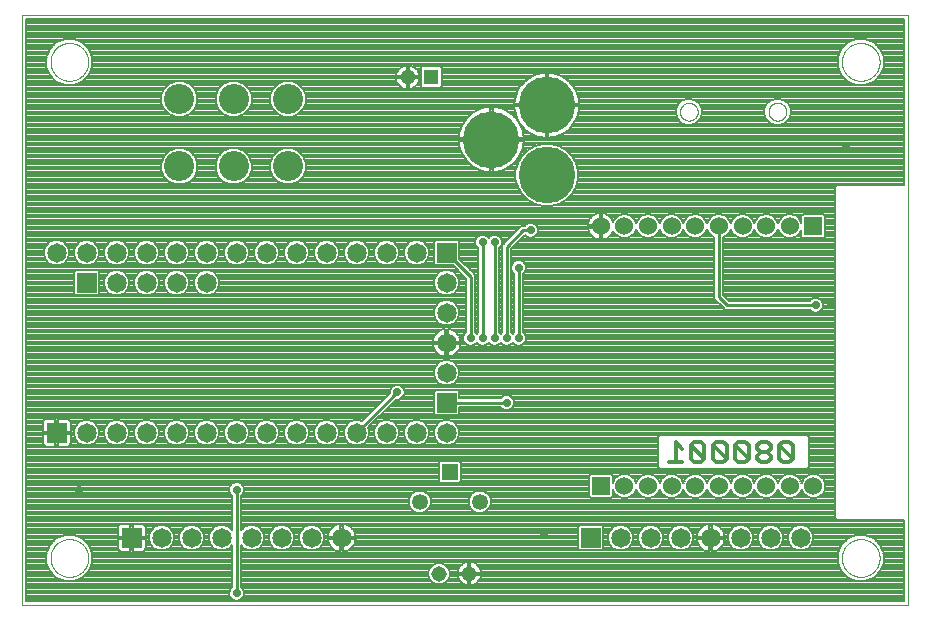
<source format=gbl>
G75*
%MOIN*%
%OFA0B0*%
%FSLAX25Y25*%
%IPPOS*%
%LPD*%
%AMOC8*
5,1,8,0,0,1.08239X$1,22.5*
%
%ADD10C,0.00000*%
%ADD11C,0.01200*%
%ADD12R,0.06500X0.06500*%
%ADD13C,0.06500*%
%ADD14R,0.06000X0.06000*%
%ADD15C,0.06000*%
%ADD16C,0.05150*%
%ADD17R,0.05150X0.05150*%
%ADD18C,0.18898*%
%ADD19C,0.05315*%
%ADD20R,0.05315X0.05315*%
%ADD21C,0.10039*%
%ADD22C,0.02900*%
%ADD23C,0.01000*%
%ADD24C,0.00800*%
D10*
X0048837Y0076492D02*
X0048837Y0273343D01*
X0344113Y0273343D01*
X0344113Y0076492D01*
X0048837Y0076492D01*
X0058286Y0092240D02*
X0058288Y0092398D01*
X0058294Y0092556D01*
X0058304Y0092714D01*
X0058318Y0092872D01*
X0058336Y0093029D01*
X0058357Y0093186D01*
X0058383Y0093342D01*
X0058413Y0093498D01*
X0058446Y0093653D01*
X0058484Y0093806D01*
X0058525Y0093959D01*
X0058570Y0094111D01*
X0058619Y0094262D01*
X0058672Y0094411D01*
X0058728Y0094559D01*
X0058788Y0094705D01*
X0058852Y0094850D01*
X0058920Y0094993D01*
X0058991Y0095135D01*
X0059065Y0095275D01*
X0059143Y0095412D01*
X0059225Y0095548D01*
X0059309Y0095682D01*
X0059398Y0095813D01*
X0059489Y0095942D01*
X0059584Y0096069D01*
X0059681Y0096194D01*
X0059782Y0096316D01*
X0059886Y0096435D01*
X0059993Y0096552D01*
X0060103Y0096666D01*
X0060216Y0096777D01*
X0060331Y0096886D01*
X0060449Y0096991D01*
X0060570Y0097093D01*
X0060693Y0097193D01*
X0060819Y0097289D01*
X0060947Y0097382D01*
X0061077Y0097472D01*
X0061210Y0097558D01*
X0061345Y0097642D01*
X0061481Y0097721D01*
X0061620Y0097798D01*
X0061761Y0097870D01*
X0061903Y0097940D01*
X0062047Y0098005D01*
X0062193Y0098067D01*
X0062340Y0098125D01*
X0062489Y0098180D01*
X0062639Y0098231D01*
X0062790Y0098278D01*
X0062942Y0098321D01*
X0063095Y0098360D01*
X0063250Y0098396D01*
X0063405Y0098427D01*
X0063561Y0098455D01*
X0063717Y0098479D01*
X0063874Y0098499D01*
X0064032Y0098515D01*
X0064189Y0098527D01*
X0064348Y0098535D01*
X0064506Y0098539D01*
X0064664Y0098539D01*
X0064822Y0098535D01*
X0064981Y0098527D01*
X0065138Y0098515D01*
X0065296Y0098499D01*
X0065453Y0098479D01*
X0065609Y0098455D01*
X0065765Y0098427D01*
X0065920Y0098396D01*
X0066075Y0098360D01*
X0066228Y0098321D01*
X0066380Y0098278D01*
X0066531Y0098231D01*
X0066681Y0098180D01*
X0066830Y0098125D01*
X0066977Y0098067D01*
X0067123Y0098005D01*
X0067267Y0097940D01*
X0067409Y0097870D01*
X0067550Y0097798D01*
X0067689Y0097721D01*
X0067825Y0097642D01*
X0067960Y0097558D01*
X0068093Y0097472D01*
X0068223Y0097382D01*
X0068351Y0097289D01*
X0068477Y0097193D01*
X0068600Y0097093D01*
X0068721Y0096991D01*
X0068839Y0096886D01*
X0068954Y0096777D01*
X0069067Y0096666D01*
X0069177Y0096552D01*
X0069284Y0096435D01*
X0069388Y0096316D01*
X0069489Y0096194D01*
X0069586Y0096069D01*
X0069681Y0095942D01*
X0069772Y0095813D01*
X0069861Y0095682D01*
X0069945Y0095548D01*
X0070027Y0095412D01*
X0070105Y0095275D01*
X0070179Y0095135D01*
X0070250Y0094993D01*
X0070318Y0094850D01*
X0070382Y0094705D01*
X0070442Y0094559D01*
X0070498Y0094411D01*
X0070551Y0094262D01*
X0070600Y0094111D01*
X0070645Y0093959D01*
X0070686Y0093806D01*
X0070724Y0093653D01*
X0070757Y0093498D01*
X0070787Y0093342D01*
X0070813Y0093186D01*
X0070834Y0093029D01*
X0070852Y0092872D01*
X0070866Y0092714D01*
X0070876Y0092556D01*
X0070882Y0092398D01*
X0070884Y0092240D01*
X0070882Y0092082D01*
X0070876Y0091924D01*
X0070866Y0091766D01*
X0070852Y0091608D01*
X0070834Y0091451D01*
X0070813Y0091294D01*
X0070787Y0091138D01*
X0070757Y0090982D01*
X0070724Y0090827D01*
X0070686Y0090674D01*
X0070645Y0090521D01*
X0070600Y0090369D01*
X0070551Y0090218D01*
X0070498Y0090069D01*
X0070442Y0089921D01*
X0070382Y0089775D01*
X0070318Y0089630D01*
X0070250Y0089487D01*
X0070179Y0089345D01*
X0070105Y0089205D01*
X0070027Y0089068D01*
X0069945Y0088932D01*
X0069861Y0088798D01*
X0069772Y0088667D01*
X0069681Y0088538D01*
X0069586Y0088411D01*
X0069489Y0088286D01*
X0069388Y0088164D01*
X0069284Y0088045D01*
X0069177Y0087928D01*
X0069067Y0087814D01*
X0068954Y0087703D01*
X0068839Y0087594D01*
X0068721Y0087489D01*
X0068600Y0087387D01*
X0068477Y0087287D01*
X0068351Y0087191D01*
X0068223Y0087098D01*
X0068093Y0087008D01*
X0067960Y0086922D01*
X0067825Y0086838D01*
X0067689Y0086759D01*
X0067550Y0086682D01*
X0067409Y0086610D01*
X0067267Y0086540D01*
X0067123Y0086475D01*
X0066977Y0086413D01*
X0066830Y0086355D01*
X0066681Y0086300D01*
X0066531Y0086249D01*
X0066380Y0086202D01*
X0066228Y0086159D01*
X0066075Y0086120D01*
X0065920Y0086084D01*
X0065765Y0086053D01*
X0065609Y0086025D01*
X0065453Y0086001D01*
X0065296Y0085981D01*
X0065138Y0085965D01*
X0064981Y0085953D01*
X0064822Y0085945D01*
X0064664Y0085941D01*
X0064506Y0085941D01*
X0064348Y0085945D01*
X0064189Y0085953D01*
X0064032Y0085965D01*
X0063874Y0085981D01*
X0063717Y0086001D01*
X0063561Y0086025D01*
X0063405Y0086053D01*
X0063250Y0086084D01*
X0063095Y0086120D01*
X0062942Y0086159D01*
X0062790Y0086202D01*
X0062639Y0086249D01*
X0062489Y0086300D01*
X0062340Y0086355D01*
X0062193Y0086413D01*
X0062047Y0086475D01*
X0061903Y0086540D01*
X0061761Y0086610D01*
X0061620Y0086682D01*
X0061481Y0086759D01*
X0061345Y0086838D01*
X0061210Y0086922D01*
X0061077Y0087008D01*
X0060947Y0087098D01*
X0060819Y0087191D01*
X0060693Y0087287D01*
X0060570Y0087387D01*
X0060449Y0087489D01*
X0060331Y0087594D01*
X0060216Y0087703D01*
X0060103Y0087814D01*
X0059993Y0087928D01*
X0059886Y0088045D01*
X0059782Y0088164D01*
X0059681Y0088286D01*
X0059584Y0088411D01*
X0059489Y0088538D01*
X0059398Y0088667D01*
X0059309Y0088798D01*
X0059225Y0088932D01*
X0059143Y0089068D01*
X0059065Y0089205D01*
X0058991Y0089345D01*
X0058920Y0089487D01*
X0058852Y0089630D01*
X0058788Y0089775D01*
X0058728Y0089921D01*
X0058672Y0090069D01*
X0058619Y0090218D01*
X0058570Y0090369D01*
X0058525Y0090521D01*
X0058484Y0090674D01*
X0058446Y0090827D01*
X0058413Y0090982D01*
X0058383Y0091138D01*
X0058357Y0091294D01*
X0058336Y0091451D01*
X0058318Y0091608D01*
X0058304Y0091766D01*
X0058294Y0091924D01*
X0058288Y0092082D01*
X0058286Y0092240D01*
X0268120Y0240992D02*
X0268122Y0241100D01*
X0268128Y0241209D01*
X0268138Y0241317D01*
X0268152Y0241424D01*
X0268170Y0241531D01*
X0268191Y0241638D01*
X0268217Y0241743D01*
X0268247Y0241848D01*
X0268280Y0241951D01*
X0268317Y0242053D01*
X0268358Y0242153D01*
X0268402Y0242252D01*
X0268451Y0242350D01*
X0268502Y0242445D01*
X0268557Y0242538D01*
X0268616Y0242630D01*
X0268678Y0242719D01*
X0268743Y0242806D01*
X0268811Y0242890D01*
X0268882Y0242972D01*
X0268956Y0243051D01*
X0269033Y0243127D01*
X0269113Y0243201D01*
X0269196Y0243271D01*
X0269281Y0243339D01*
X0269368Y0243403D01*
X0269458Y0243464D01*
X0269550Y0243522D01*
X0269644Y0243576D01*
X0269740Y0243627D01*
X0269837Y0243674D01*
X0269937Y0243718D01*
X0270038Y0243758D01*
X0270140Y0243794D01*
X0270243Y0243826D01*
X0270348Y0243855D01*
X0270454Y0243879D01*
X0270560Y0243900D01*
X0270667Y0243917D01*
X0270775Y0243930D01*
X0270883Y0243939D01*
X0270992Y0243944D01*
X0271100Y0243945D01*
X0271209Y0243942D01*
X0271317Y0243935D01*
X0271425Y0243924D01*
X0271532Y0243909D01*
X0271639Y0243890D01*
X0271745Y0243867D01*
X0271850Y0243841D01*
X0271955Y0243810D01*
X0272057Y0243776D01*
X0272159Y0243738D01*
X0272259Y0243696D01*
X0272358Y0243651D01*
X0272455Y0243602D01*
X0272549Y0243549D01*
X0272642Y0243493D01*
X0272733Y0243434D01*
X0272822Y0243371D01*
X0272908Y0243306D01*
X0272992Y0243237D01*
X0273073Y0243165D01*
X0273151Y0243090D01*
X0273227Y0243012D01*
X0273300Y0242931D01*
X0273370Y0242848D01*
X0273436Y0242763D01*
X0273500Y0242675D01*
X0273560Y0242584D01*
X0273617Y0242492D01*
X0273670Y0242397D01*
X0273720Y0242301D01*
X0273766Y0242203D01*
X0273809Y0242103D01*
X0273848Y0242002D01*
X0273883Y0241899D01*
X0273915Y0241796D01*
X0273942Y0241691D01*
X0273966Y0241585D01*
X0273986Y0241478D01*
X0274002Y0241371D01*
X0274014Y0241263D01*
X0274022Y0241155D01*
X0274026Y0241046D01*
X0274026Y0240938D01*
X0274022Y0240829D01*
X0274014Y0240721D01*
X0274002Y0240613D01*
X0273986Y0240506D01*
X0273966Y0240399D01*
X0273942Y0240293D01*
X0273915Y0240188D01*
X0273883Y0240085D01*
X0273848Y0239982D01*
X0273809Y0239881D01*
X0273766Y0239781D01*
X0273720Y0239683D01*
X0273670Y0239587D01*
X0273617Y0239492D01*
X0273560Y0239400D01*
X0273500Y0239309D01*
X0273436Y0239221D01*
X0273370Y0239136D01*
X0273300Y0239053D01*
X0273227Y0238972D01*
X0273151Y0238894D01*
X0273073Y0238819D01*
X0272992Y0238747D01*
X0272908Y0238678D01*
X0272822Y0238613D01*
X0272733Y0238550D01*
X0272642Y0238491D01*
X0272550Y0238435D01*
X0272455Y0238382D01*
X0272358Y0238333D01*
X0272259Y0238288D01*
X0272159Y0238246D01*
X0272057Y0238208D01*
X0271955Y0238174D01*
X0271850Y0238143D01*
X0271745Y0238117D01*
X0271639Y0238094D01*
X0271532Y0238075D01*
X0271425Y0238060D01*
X0271317Y0238049D01*
X0271209Y0238042D01*
X0271100Y0238039D01*
X0270992Y0238040D01*
X0270883Y0238045D01*
X0270775Y0238054D01*
X0270667Y0238067D01*
X0270560Y0238084D01*
X0270454Y0238105D01*
X0270348Y0238129D01*
X0270243Y0238158D01*
X0270140Y0238190D01*
X0270038Y0238226D01*
X0269937Y0238266D01*
X0269837Y0238310D01*
X0269740Y0238357D01*
X0269644Y0238408D01*
X0269550Y0238462D01*
X0269458Y0238520D01*
X0269368Y0238581D01*
X0269281Y0238645D01*
X0269196Y0238713D01*
X0269113Y0238783D01*
X0269033Y0238857D01*
X0268956Y0238933D01*
X0268882Y0239012D01*
X0268811Y0239094D01*
X0268743Y0239178D01*
X0268678Y0239265D01*
X0268616Y0239354D01*
X0268557Y0239446D01*
X0268502Y0239539D01*
X0268451Y0239634D01*
X0268402Y0239732D01*
X0268358Y0239831D01*
X0268317Y0239931D01*
X0268280Y0240033D01*
X0268247Y0240136D01*
X0268217Y0240241D01*
X0268191Y0240346D01*
X0268170Y0240453D01*
X0268152Y0240560D01*
X0268138Y0240667D01*
X0268128Y0240775D01*
X0268122Y0240884D01*
X0268120Y0240992D01*
X0297648Y0240992D02*
X0297650Y0241100D01*
X0297656Y0241209D01*
X0297666Y0241317D01*
X0297680Y0241424D01*
X0297698Y0241531D01*
X0297719Y0241638D01*
X0297745Y0241743D01*
X0297775Y0241848D01*
X0297808Y0241951D01*
X0297845Y0242053D01*
X0297886Y0242153D01*
X0297930Y0242252D01*
X0297979Y0242350D01*
X0298030Y0242445D01*
X0298085Y0242538D01*
X0298144Y0242630D01*
X0298206Y0242719D01*
X0298271Y0242806D01*
X0298339Y0242890D01*
X0298410Y0242972D01*
X0298484Y0243051D01*
X0298561Y0243127D01*
X0298641Y0243201D01*
X0298724Y0243271D01*
X0298809Y0243339D01*
X0298896Y0243403D01*
X0298986Y0243464D01*
X0299078Y0243522D01*
X0299172Y0243576D01*
X0299268Y0243627D01*
X0299365Y0243674D01*
X0299465Y0243718D01*
X0299566Y0243758D01*
X0299668Y0243794D01*
X0299771Y0243826D01*
X0299876Y0243855D01*
X0299982Y0243879D01*
X0300088Y0243900D01*
X0300195Y0243917D01*
X0300303Y0243930D01*
X0300411Y0243939D01*
X0300520Y0243944D01*
X0300628Y0243945D01*
X0300737Y0243942D01*
X0300845Y0243935D01*
X0300953Y0243924D01*
X0301060Y0243909D01*
X0301167Y0243890D01*
X0301273Y0243867D01*
X0301378Y0243841D01*
X0301483Y0243810D01*
X0301585Y0243776D01*
X0301687Y0243738D01*
X0301787Y0243696D01*
X0301886Y0243651D01*
X0301983Y0243602D01*
X0302077Y0243549D01*
X0302170Y0243493D01*
X0302261Y0243434D01*
X0302350Y0243371D01*
X0302436Y0243306D01*
X0302520Y0243237D01*
X0302601Y0243165D01*
X0302679Y0243090D01*
X0302755Y0243012D01*
X0302828Y0242931D01*
X0302898Y0242848D01*
X0302964Y0242763D01*
X0303028Y0242675D01*
X0303088Y0242584D01*
X0303145Y0242492D01*
X0303198Y0242397D01*
X0303248Y0242301D01*
X0303294Y0242203D01*
X0303337Y0242103D01*
X0303376Y0242002D01*
X0303411Y0241899D01*
X0303443Y0241796D01*
X0303470Y0241691D01*
X0303494Y0241585D01*
X0303514Y0241478D01*
X0303530Y0241371D01*
X0303542Y0241263D01*
X0303550Y0241155D01*
X0303554Y0241046D01*
X0303554Y0240938D01*
X0303550Y0240829D01*
X0303542Y0240721D01*
X0303530Y0240613D01*
X0303514Y0240506D01*
X0303494Y0240399D01*
X0303470Y0240293D01*
X0303443Y0240188D01*
X0303411Y0240085D01*
X0303376Y0239982D01*
X0303337Y0239881D01*
X0303294Y0239781D01*
X0303248Y0239683D01*
X0303198Y0239587D01*
X0303145Y0239492D01*
X0303088Y0239400D01*
X0303028Y0239309D01*
X0302964Y0239221D01*
X0302898Y0239136D01*
X0302828Y0239053D01*
X0302755Y0238972D01*
X0302679Y0238894D01*
X0302601Y0238819D01*
X0302520Y0238747D01*
X0302436Y0238678D01*
X0302350Y0238613D01*
X0302261Y0238550D01*
X0302170Y0238491D01*
X0302078Y0238435D01*
X0301983Y0238382D01*
X0301886Y0238333D01*
X0301787Y0238288D01*
X0301687Y0238246D01*
X0301585Y0238208D01*
X0301483Y0238174D01*
X0301378Y0238143D01*
X0301273Y0238117D01*
X0301167Y0238094D01*
X0301060Y0238075D01*
X0300953Y0238060D01*
X0300845Y0238049D01*
X0300737Y0238042D01*
X0300628Y0238039D01*
X0300520Y0238040D01*
X0300411Y0238045D01*
X0300303Y0238054D01*
X0300195Y0238067D01*
X0300088Y0238084D01*
X0299982Y0238105D01*
X0299876Y0238129D01*
X0299771Y0238158D01*
X0299668Y0238190D01*
X0299566Y0238226D01*
X0299465Y0238266D01*
X0299365Y0238310D01*
X0299268Y0238357D01*
X0299172Y0238408D01*
X0299078Y0238462D01*
X0298986Y0238520D01*
X0298896Y0238581D01*
X0298809Y0238645D01*
X0298724Y0238713D01*
X0298641Y0238783D01*
X0298561Y0238857D01*
X0298484Y0238933D01*
X0298410Y0239012D01*
X0298339Y0239094D01*
X0298271Y0239178D01*
X0298206Y0239265D01*
X0298144Y0239354D01*
X0298085Y0239446D01*
X0298030Y0239539D01*
X0297979Y0239634D01*
X0297930Y0239732D01*
X0297886Y0239831D01*
X0297845Y0239931D01*
X0297808Y0240033D01*
X0297775Y0240136D01*
X0297745Y0240241D01*
X0297719Y0240346D01*
X0297698Y0240453D01*
X0297680Y0240560D01*
X0297666Y0240667D01*
X0297656Y0240775D01*
X0297650Y0240884D01*
X0297648Y0240992D01*
X0322066Y0257594D02*
X0322068Y0257752D01*
X0322074Y0257910D01*
X0322084Y0258068D01*
X0322098Y0258226D01*
X0322116Y0258383D01*
X0322137Y0258540D01*
X0322163Y0258696D01*
X0322193Y0258852D01*
X0322226Y0259007D01*
X0322264Y0259160D01*
X0322305Y0259313D01*
X0322350Y0259465D01*
X0322399Y0259616D01*
X0322452Y0259765D01*
X0322508Y0259913D01*
X0322568Y0260059D01*
X0322632Y0260204D01*
X0322700Y0260347D01*
X0322771Y0260489D01*
X0322845Y0260629D01*
X0322923Y0260766D01*
X0323005Y0260902D01*
X0323089Y0261036D01*
X0323178Y0261167D01*
X0323269Y0261296D01*
X0323364Y0261423D01*
X0323461Y0261548D01*
X0323562Y0261670D01*
X0323666Y0261789D01*
X0323773Y0261906D01*
X0323883Y0262020D01*
X0323996Y0262131D01*
X0324111Y0262240D01*
X0324229Y0262345D01*
X0324350Y0262447D01*
X0324473Y0262547D01*
X0324599Y0262643D01*
X0324727Y0262736D01*
X0324857Y0262826D01*
X0324990Y0262912D01*
X0325125Y0262996D01*
X0325261Y0263075D01*
X0325400Y0263152D01*
X0325541Y0263224D01*
X0325683Y0263294D01*
X0325827Y0263359D01*
X0325973Y0263421D01*
X0326120Y0263479D01*
X0326269Y0263534D01*
X0326419Y0263585D01*
X0326570Y0263632D01*
X0326722Y0263675D01*
X0326875Y0263714D01*
X0327030Y0263750D01*
X0327185Y0263781D01*
X0327341Y0263809D01*
X0327497Y0263833D01*
X0327654Y0263853D01*
X0327812Y0263869D01*
X0327969Y0263881D01*
X0328128Y0263889D01*
X0328286Y0263893D01*
X0328444Y0263893D01*
X0328602Y0263889D01*
X0328761Y0263881D01*
X0328918Y0263869D01*
X0329076Y0263853D01*
X0329233Y0263833D01*
X0329389Y0263809D01*
X0329545Y0263781D01*
X0329700Y0263750D01*
X0329855Y0263714D01*
X0330008Y0263675D01*
X0330160Y0263632D01*
X0330311Y0263585D01*
X0330461Y0263534D01*
X0330610Y0263479D01*
X0330757Y0263421D01*
X0330903Y0263359D01*
X0331047Y0263294D01*
X0331189Y0263224D01*
X0331330Y0263152D01*
X0331469Y0263075D01*
X0331605Y0262996D01*
X0331740Y0262912D01*
X0331873Y0262826D01*
X0332003Y0262736D01*
X0332131Y0262643D01*
X0332257Y0262547D01*
X0332380Y0262447D01*
X0332501Y0262345D01*
X0332619Y0262240D01*
X0332734Y0262131D01*
X0332847Y0262020D01*
X0332957Y0261906D01*
X0333064Y0261789D01*
X0333168Y0261670D01*
X0333269Y0261548D01*
X0333366Y0261423D01*
X0333461Y0261296D01*
X0333552Y0261167D01*
X0333641Y0261036D01*
X0333725Y0260902D01*
X0333807Y0260766D01*
X0333885Y0260629D01*
X0333959Y0260489D01*
X0334030Y0260347D01*
X0334098Y0260204D01*
X0334162Y0260059D01*
X0334222Y0259913D01*
X0334278Y0259765D01*
X0334331Y0259616D01*
X0334380Y0259465D01*
X0334425Y0259313D01*
X0334466Y0259160D01*
X0334504Y0259007D01*
X0334537Y0258852D01*
X0334567Y0258696D01*
X0334593Y0258540D01*
X0334614Y0258383D01*
X0334632Y0258226D01*
X0334646Y0258068D01*
X0334656Y0257910D01*
X0334662Y0257752D01*
X0334664Y0257594D01*
X0334662Y0257436D01*
X0334656Y0257278D01*
X0334646Y0257120D01*
X0334632Y0256962D01*
X0334614Y0256805D01*
X0334593Y0256648D01*
X0334567Y0256492D01*
X0334537Y0256336D01*
X0334504Y0256181D01*
X0334466Y0256028D01*
X0334425Y0255875D01*
X0334380Y0255723D01*
X0334331Y0255572D01*
X0334278Y0255423D01*
X0334222Y0255275D01*
X0334162Y0255129D01*
X0334098Y0254984D01*
X0334030Y0254841D01*
X0333959Y0254699D01*
X0333885Y0254559D01*
X0333807Y0254422D01*
X0333725Y0254286D01*
X0333641Y0254152D01*
X0333552Y0254021D01*
X0333461Y0253892D01*
X0333366Y0253765D01*
X0333269Y0253640D01*
X0333168Y0253518D01*
X0333064Y0253399D01*
X0332957Y0253282D01*
X0332847Y0253168D01*
X0332734Y0253057D01*
X0332619Y0252948D01*
X0332501Y0252843D01*
X0332380Y0252741D01*
X0332257Y0252641D01*
X0332131Y0252545D01*
X0332003Y0252452D01*
X0331873Y0252362D01*
X0331740Y0252276D01*
X0331605Y0252192D01*
X0331469Y0252113D01*
X0331330Y0252036D01*
X0331189Y0251964D01*
X0331047Y0251894D01*
X0330903Y0251829D01*
X0330757Y0251767D01*
X0330610Y0251709D01*
X0330461Y0251654D01*
X0330311Y0251603D01*
X0330160Y0251556D01*
X0330008Y0251513D01*
X0329855Y0251474D01*
X0329700Y0251438D01*
X0329545Y0251407D01*
X0329389Y0251379D01*
X0329233Y0251355D01*
X0329076Y0251335D01*
X0328918Y0251319D01*
X0328761Y0251307D01*
X0328602Y0251299D01*
X0328444Y0251295D01*
X0328286Y0251295D01*
X0328128Y0251299D01*
X0327969Y0251307D01*
X0327812Y0251319D01*
X0327654Y0251335D01*
X0327497Y0251355D01*
X0327341Y0251379D01*
X0327185Y0251407D01*
X0327030Y0251438D01*
X0326875Y0251474D01*
X0326722Y0251513D01*
X0326570Y0251556D01*
X0326419Y0251603D01*
X0326269Y0251654D01*
X0326120Y0251709D01*
X0325973Y0251767D01*
X0325827Y0251829D01*
X0325683Y0251894D01*
X0325541Y0251964D01*
X0325400Y0252036D01*
X0325261Y0252113D01*
X0325125Y0252192D01*
X0324990Y0252276D01*
X0324857Y0252362D01*
X0324727Y0252452D01*
X0324599Y0252545D01*
X0324473Y0252641D01*
X0324350Y0252741D01*
X0324229Y0252843D01*
X0324111Y0252948D01*
X0323996Y0253057D01*
X0323883Y0253168D01*
X0323773Y0253282D01*
X0323666Y0253399D01*
X0323562Y0253518D01*
X0323461Y0253640D01*
X0323364Y0253765D01*
X0323269Y0253892D01*
X0323178Y0254021D01*
X0323089Y0254152D01*
X0323005Y0254286D01*
X0322923Y0254422D01*
X0322845Y0254559D01*
X0322771Y0254699D01*
X0322700Y0254841D01*
X0322632Y0254984D01*
X0322568Y0255129D01*
X0322508Y0255275D01*
X0322452Y0255423D01*
X0322399Y0255572D01*
X0322350Y0255723D01*
X0322305Y0255875D01*
X0322264Y0256028D01*
X0322226Y0256181D01*
X0322193Y0256336D01*
X0322163Y0256492D01*
X0322137Y0256648D01*
X0322116Y0256805D01*
X0322098Y0256962D01*
X0322084Y0257120D01*
X0322074Y0257278D01*
X0322068Y0257436D01*
X0322066Y0257594D01*
X0322066Y0092240D02*
X0322068Y0092398D01*
X0322074Y0092556D01*
X0322084Y0092714D01*
X0322098Y0092872D01*
X0322116Y0093029D01*
X0322137Y0093186D01*
X0322163Y0093342D01*
X0322193Y0093498D01*
X0322226Y0093653D01*
X0322264Y0093806D01*
X0322305Y0093959D01*
X0322350Y0094111D01*
X0322399Y0094262D01*
X0322452Y0094411D01*
X0322508Y0094559D01*
X0322568Y0094705D01*
X0322632Y0094850D01*
X0322700Y0094993D01*
X0322771Y0095135D01*
X0322845Y0095275D01*
X0322923Y0095412D01*
X0323005Y0095548D01*
X0323089Y0095682D01*
X0323178Y0095813D01*
X0323269Y0095942D01*
X0323364Y0096069D01*
X0323461Y0096194D01*
X0323562Y0096316D01*
X0323666Y0096435D01*
X0323773Y0096552D01*
X0323883Y0096666D01*
X0323996Y0096777D01*
X0324111Y0096886D01*
X0324229Y0096991D01*
X0324350Y0097093D01*
X0324473Y0097193D01*
X0324599Y0097289D01*
X0324727Y0097382D01*
X0324857Y0097472D01*
X0324990Y0097558D01*
X0325125Y0097642D01*
X0325261Y0097721D01*
X0325400Y0097798D01*
X0325541Y0097870D01*
X0325683Y0097940D01*
X0325827Y0098005D01*
X0325973Y0098067D01*
X0326120Y0098125D01*
X0326269Y0098180D01*
X0326419Y0098231D01*
X0326570Y0098278D01*
X0326722Y0098321D01*
X0326875Y0098360D01*
X0327030Y0098396D01*
X0327185Y0098427D01*
X0327341Y0098455D01*
X0327497Y0098479D01*
X0327654Y0098499D01*
X0327812Y0098515D01*
X0327969Y0098527D01*
X0328128Y0098535D01*
X0328286Y0098539D01*
X0328444Y0098539D01*
X0328602Y0098535D01*
X0328761Y0098527D01*
X0328918Y0098515D01*
X0329076Y0098499D01*
X0329233Y0098479D01*
X0329389Y0098455D01*
X0329545Y0098427D01*
X0329700Y0098396D01*
X0329855Y0098360D01*
X0330008Y0098321D01*
X0330160Y0098278D01*
X0330311Y0098231D01*
X0330461Y0098180D01*
X0330610Y0098125D01*
X0330757Y0098067D01*
X0330903Y0098005D01*
X0331047Y0097940D01*
X0331189Y0097870D01*
X0331330Y0097798D01*
X0331469Y0097721D01*
X0331605Y0097642D01*
X0331740Y0097558D01*
X0331873Y0097472D01*
X0332003Y0097382D01*
X0332131Y0097289D01*
X0332257Y0097193D01*
X0332380Y0097093D01*
X0332501Y0096991D01*
X0332619Y0096886D01*
X0332734Y0096777D01*
X0332847Y0096666D01*
X0332957Y0096552D01*
X0333064Y0096435D01*
X0333168Y0096316D01*
X0333269Y0096194D01*
X0333366Y0096069D01*
X0333461Y0095942D01*
X0333552Y0095813D01*
X0333641Y0095682D01*
X0333725Y0095548D01*
X0333807Y0095412D01*
X0333885Y0095275D01*
X0333959Y0095135D01*
X0334030Y0094993D01*
X0334098Y0094850D01*
X0334162Y0094705D01*
X0334222Y0094559D01*
X0334278Y0094411D01*
X0334331Y0094262D01*
X0334380Y0094111D01*
X0334425Y0093959D01*
X0334466Y0093806D01*
X0334504Y0093653D01*
X0334537Y0093498D01*
X0334567Y0093342D01*
X0334593Y0093186D01*
X0334614Y0093029D01*
X0334632Y0092872D01*
X0334646Y0092714D01*
X0334656Y0092556D01*
X0334662Y0092398D01*
X0334664Y0092240D01*
X0334662Y0092082D01*
X0334656Y0091924D01*
X0334646Y0091766D01*
X0334632Y0091608D01*
X0334614Y0091451D01*
X0334593Y0091294D01*
X0334567Y0091138D01*
X0334537Y0090982D01*
X0334504Y0090827D01*
X0334466Y0090674D01*
X0334425Y0090521D01*
X0334380Y0090369D01*
X0334331Y0090218D01*
X0334278Y0090069D01*
X0334222Y0089921D01*
X0334162Y0089775D01*
X0334098Y0089630D01*
X0334030Y0089487D01*
X0333959Y0089345D01*
X0333885Y0089205D01*
X0333807Y0089068D01*
X0333725Y0088932D01*
X0333641Y0088798D01*
X0333552Y0088667D01*
X0333461Y0088538D01*
X0333366Y0088411D01*
X0333269Y0088286D01*
X0333168Y0088164D01*
X0333064Y0088045D01*
X0332957Y0087928D01*
X0332847Y0087814D01*
X0332734Y0087703D01*
X0332619Y0087594D01*
X0332501Y0087489D01*
X0332380Y0087387D01*
X0332257Y0087287D01*
X0332131Y0087191D01*
X0332003Y0087098D01*
X0331873Y0087008D01*
X0331740Y0086922D01*
X0331605Y0086838D01*
X0331469Y0086759D01*
X0331330Y0086682D01*
X0331189Y0086610D01*
X0331047Y0086540D01*
X0330903Y0086475D01*
X0330757Y0086413D01*
X0330610Y0086355D01*
X0330461Y0086300D01*
X0330311Y0086249D01*
X0330160Y0086202D01*
X0330008Y0086159D01*
X0329855Y0086120D01*
X0329700Y0086084D01*
X0329545Y0086053D01*
X0329389Y0086025D01*
X0329233Y0086001D01*
X0329076Y0085981D01*
X0328918Y0085965D01*
X0328761Y0085953D01*
X0328602Y0085945D01*
X0328444Y0085941D01*
X0328286Y0085941D01*
X0328128Y0085945D01*
X0327969Y0085953D01*
X0327812Y0085965D01*
X0327654Y0085981D01*
X0327497Y0086001D01*
X0327341Y0086025D01*
X0327185Y0086053D01*
X0327030Y0086084D01*
X0326875Y0086120D01*
X0326722Y0086159D01*
X0326570Y0086202D01*
X0326419Y0086249D01*
X0326269Y0086300D01*
X0326120Y0086355D01*
X0325973Y0086413D01*
X0325827Y0086475D01*
X0325683Y0086540D01*
X0325541Y0086610D01*
X0325400Y0086682D01*
X0325261Y0086759D01*
X0325125Y0086838D01*
X0324990Y0086922D01*
X0324857Y0087008D01*
X0324727Y0087098D01*
X0324599Y0087191D01*
X0324473Y0087287D01*
X0324350Y0087387D01*
X0324229Y0087489D01*
X0324111Y0087594D01*
X0323996Y0087703D01*
X0323883Y0087814D01*
X0323773Y0087928D01*
X0323666Y0088045D01*
X0323562Y0088164D01*
X0323461Y0088286D01*
X0323364Y0088411D01*
X0323269Y0088538D01*
X0323178Y0088667D01*
X0323089Y0088798D01*
X0323005Y0088932D01*
X0322923Y0089068D01*
X0322845Y0089205D01*
X0322771Y0089345D01*
X0322700Y0089487D01*
X0322632Y0089630D01*
X0322568Y0089775D01*
X0322508Y0089921D01*
X0322452Y0090069D01*
X0322399Y0090218D01*
X0322350Y0090369D01*
X0322305Y0090521D01*
X0322264Y0090674D01*
X0322226Y0090827D01*
X0322193Y0090982D01*
X0322163Y0091138D01*
X0322137Y0091294D01*
X0322116Y0091451D01*
X0322098Y0091608D01*
X0322084Y0091766D01*
X0322074Y0091924D01*
X0322068Y0092082D01*
X0322066Y0092240D01*
X0058286Y0257594D02*
X0058288Y0257752D01*
X0058294Y0257910D01*
X0058304Y0258068D01*
X0058318Y0258226D01*
X0058336Y0258383D01*
X0058357Y0258540D01*
X0058383Y0258696D01*
X0058413Y0258852D01*
X0058446Y0259007D01*
X0058484Y0259160D01*
X0058525Y0259313D01*
X0058570Y0259465D01*
X0058619Y0259616D01*
X0058672Y0259765D01*
X0058728Y0259913D01*
X0058788Y0260059D01*
X0058852Y0260204D01*
X0058920Y0260347D01*
X0058991Y0260489D01*
X0059065Y0260629D01*
X0059143Y0260766D01*
X0059225Y0260902D01*
X0059309Y0261036D01*
X0059398Y0261167D01*
X0059489Y0261296D01*
X0059584Y0261423D01*
X0059681Y0261548D01*
X0059782Y0261670D01*
X0059886Y0261789D01*
X0059993Y0261906D01*
X0060103Y0262020D01*
X0060216Y0262131D01*
X0060331Y0262240D01*
X0060449Y0262345D01*
X0060570Y0262447D01*
X0060693Y0262547D01*
X0060819Y0262643D01*
X0060947Y0262736D01*
X0061077Y0262826D01*
X0061210Y0262912D01*
X0061345Y0262996D01*
X0061481Y0263075D01*
X0061620Y0263152D01*
X0061761Y0263224D01*
X0061903Y0263294D01*
X0062047Y0263359D01*
X0062193Y0263421D01*
X0062340Y0263479D01*
X0062489Y0263534D01*
X0062639Y0263585D01*
X0062790Y0263632D01*
X0062942Y0263675D01*
X0063095Y0263714D01*
X0063250Y0263750D01*
X0063405Y0263781D01*
X0063561Y0263809D01*
X0063717Y0263833D01*
X0063874Y0263853D01*
X0064032Y0263869D01*
X0064189Y0263881D01*
X0064348Y0263889D01*
X0064506Y0263893D01*
X0064664Y0263893D01*
X0064822Y0263889D01*
X0064981Y0263881D01*
X0065138Y0263869D01*
X0065296Y0263853D01*
X0065453Y0263833D01*
X0065609Y0263809D01*
X0065765Y0263781D01*
X0065920Y0263750D01*
X0066075Y0263714D01*
X0066228Y0263675D01*
X0066380Y0263632D01*
X0066531Y0263585D01*
X0066681Y0263534D01*
X0066830Y0263479D01*
X0066977Y0263421D01*
X0067123Y0263359D01*
X0067267Y0263294D01*
X0067409Y0263224D01*
X0067550Y0263152D01*
X0067689Y0263075D01*
X0067825Y0262996D01*
X0067960Y0262912D01*
X0068093Y0262826D01*
X0068223Y0262736D01*
X0068351Y0262643D01*
X0068477Y0262547D01*
X0068600Y0262447D01*
X0068721Y0262345D01*
X0068839Y0262240D01*
X0068954Y0262131D01*
X0069067Y0262020D01*
X0069177Y0261906D01*
X0069284Y0261789D01*
X0069388Y0261670D01*
X0069489Y0261548D01*
X0069586Y0261423D01*
X0069681Y0261296D01*
X0069772Y0261167D01*
X0069861Y0261036D01*
X0069945Y0260902D01*
X0070027Y0260766D01*
X0070105Y0260629D01*
X0070179Y0260489D01*
X0070250Y0260347D01*
X0070318Y0260204D01*
X0070382Y0260059D01*
X0070442Y0259913D01*
X0070498Y0259765D01*
X0070551Y0259616D01*
X0070600Y0259465D01*
X0070645Y0259313D01*
X0070686Y0259160D01*
X0070724Y0259007D01*
X0070757Y0258852D01*
X0070787Y0258696D01*
X0070813Y0258540D01*
X0070834Y0258383D01*
X0070852Y0258226D01*
X0070866Y0258068D01*
X0070876Y0257910D01*
X0070882Y0257752D01*
X0070884Y0257594D01*
X0070882Y0257436D01*
X0070876Y0257278D01*
X0070866Y0257120D01*
X0070852Y0256962D01*
X0070834Y0256805D01*
X0070813Y0256648D01*
X0070787Y0256492D01*
X0070757Y0256336D01*
X0070724Y0256181D01*
X0070686Y0256028D01*
X0070645Y0255875D01*
X0070600Y0255723D01*
X0070551Y0255572D01*
X0070498Y0255423D01*
X0070442Y0255275D01*
X0070382Y0255129D01*
X0070318Y0254984D01*
X0070250Y0254841D01*
X0070179Y0254699D01*
X0070105Y0254559D01*
X0070027Y0254422D01*
X0069945Y0254286D01*
X0069861Y0254152D01*
X0069772Y0254021D01*
X0069681Y0253892D01*
X0069586Y0253765D01*
X0069489Y0253640D01*
X0069388Y0253518D01*
X0069284Y0253399D01*
X0069177Y0253282D01*
X0069067Y0253168D01*
X0068954Y0253057D01*
X0068839Y0252948D01*
X0068721Y0252843D01*
X0068600Y0252741D01*
X0068477Y0252641D01*
X0068351Y0252545D01*
X0068223Y0252452D01*
X0068093Y0252362D01*
X0067960Y0252276D01*
X0067825Y0252192D01*
X0067689Y0252113D01*
X0067550Y0252036D01*
X0067409Y0251964D01*
X0067267Y0251894D01*
X0067123Y0251829D01*
X0066977Y0251767D01*
X0066830Y0251709D01*
X0066681Y0251654D01*
X0066531Y0251603D01*
X0066380Y0251556D01*
X0066228Y0251513D01*
X0066075Y0251474D01*
X0065920Y0251438D01*
X0065765Y0251407D01*
X0065609Y0251379D01*
X0065453Y0251355D01*
X0065296Y0251335D01*
X0065138Y0251319D01*
X0064981Y0251307D01*
X0064822Y0251299D01*
X0064664Y0251295D01*
X0064506Y0251295D01*
X0064348Y0251299D01*
X0064189Y0251307D01*
X0064032Y0251319D01*
X0063874Y0251335D01*
X0063717Y0251355D01*
X0063561Y0251379D01*
X0063405Y0251407D01*
X0063250Y0251438D01*
X0063095Y0251474D01*
X0062942Y0251513D01*
X0062790Y0251556D01*
X0062639Y0251603D01*
X0062489Y0251654D01*
X0062340Y0251709D01*
X0062193Y0251767D01*
X0062047Y0251829D01*
X0061903Y0251894D01*
X0061761Y0251964D01*
X0061620Y0252036D01*
X0061481Y0252113D01*
X0061345Y0252192D01*
X0061210Y0252276D01*
X0061077Y0252362D01*
X0060947Y0252452D01*
X0060819Y0252545D01*
X0060693Y0252641D01*
X0060570Y0252741D01*
X0060449Y0252843D01*
X0060331Y0252948D01*
X0060216Y0253057D01*
X0060103Y0253168D01*
X0059993Y0253282D01*
X0059886Y0253399D01*
X0059782Y0253518D01*
X0059681Y0253640D01*
X0059584Y0253765D01*
X0059489Y0253892D01*
X0059398Y0254021D01*
X0059309Y0254152D01*
X0059225Y0254286D01*
X0059143Y0254422D01*
X0059065Y0254559D01*
X0058991Y0254699D01*
X0058920Y0254841D01*
X0058852Y0254984D01*
X0058788Y0255129D01*
X0058728Y0255275D01*
X0058672Y0255423D01*
X0058619Y0255572D01*
X0058570Y0255723D01*
X0058525Y0255875D01*
X0058484Y0256028D01*
X0058446Y0256181D01*
X0058413Y0256336D01*
X0058383Y0256492D01*
X0058357Y0256648D01*
X0058336Y0256805D01*
X0058318Y0256962D01*
X0058304Y0257120D01*
X0058294Y0257278D01*
X0058288Y0257436D01*
X0058286Y0257594D01*
D11*
X0264368Y0124092D02*
X0268906Y0124092D01*
X0266637Y0124092D02*
X0266637Y0130898D01*
X0268906Y0128629D01*
X0271735Y0129764D02*
X0271735Y0125226D01*
X0272869Y0124092D01*
X0275138Y0124092D01*
X0276272Y0125226D01*
X0271735Y0129764D01*
X0272869Y0130898D01*
X0275138Y0130898D01*
X0276272Y0129764D01*
X0276272Y0125226D01*
X0279101Y0125226D02*
X0280235Y0124092D01*
X0282504Y0124092D01*
X0283638Y0125226D01*
X0279101Y0129764D01*
X0279101Y0125226D01*
X0283638Y0125226D02*
X0283638Y0129764D01*
X0282504Y0130898D01*
X0280235Y0130898D01*
X0279101Y0129764D01*
X0286467Y0129764D02*
X0291004Y0125226D01*
X0289870Y0124092D01*
X0287602Y0124092D01*
X0286467Y0125226D01*
X0286467Y0129764D01*
X0287602Y0130898D01*
X0289870Y0130898D01*
X0291004Y0129764D01*
X0291004Y0125226D01*
X0293834Y0125226D02*
X0294968Y0124092D01*
X0297236Y0124092D01*
X0298371Y0125226D01*
X0298371Y0126361D01*
X0297236Y0127495D01*
X0294968Y0127495D01*
X0293834Y0126361D01*
X0293834Y0125226D01*
X0294968Y0127495D02*
X0293834Y0128629D01*
X0293834Y0129764D01*
X0294968Y0130898D01*
X0297236Y0130898D01*
X0298371Y0129764D01*
X0298371Y0128629D01*
X0297236Y0127495D01*
X0301200Y0125226D02*
X0302334Y0124092D01*
X0304603Y0124092D01*
X0305737Y0125226D01*
X0301200Y0129764D01*
X0301200Y0125226D01*
X0305737Y0125226D02*
X0305737Y0129764D01*
X0304603Y0130898D01*
X0302334Y0130898D01*
X0301200Y0129764D01*
D12*
X0238337Y0098992D03*
X0190337Y0143992D03*
X0190337Y0193992D03*
X0070337Y0183992D03*
X0060337Y0133992D03*
X0085337Y0098992D03*
D13*
X0095337Y0098992D03*
X0105337Y0098992D03*
X0115337Y0098992D03*
X0125337Y0098992D03*
X0135337Y0098992D03*
X0145337Y0098992D03*
X0155337Y0098992D03*
X0150337Y0133992D03*
X0140337Y0133992D03*
X0130337Y0133992D03*
X0120337Y0133992D03*
X0110337Y0133992D03*
X0100337Y0133992D03*
X0090337Y0133992D03*
X0080337Y0133992D03*
X0070337Y0133992D03*
X0080337Y0183992D03*
X0090337Y0183992D03*
X0100337Y0183992D03*
X0110337Y0183992D03*
X0110337Y0193992D03*
X0100337Y0193992D03*
X0090337Y0193992D03*
X0080337Y0193992D03*
X0070337Y0193992D03*
X0060337Y0193992D03*
X0120337Y0193992D03*
X0130337Y0193992D03*
X0140337Y0193992D03*
X0150337Y0193992D03*
X0160337Y0193992D03*
X0170337Y0193992D03*
X0180337Y0193992D03*
X0190337Y0183992D03*
X0190337Y0173992D03*
X0190337Y0163992D03*
X0190337Y0153992D03*
X0190337Y0133992D03*
X0180337Y0133992D03*
X0170337Y0133992D03*
X0160337Y0133992D03*
X0248337Y0098992D03*
X0258337Y0098992D03*
X0268337Y0098992D03*
X0278337Y0098992D03*
X0288337Y0098992D03*
X0298337Y0098992D03*
X0308337Y0098992D03*
D14*
X0241711Y0116185D03*
X0312577Y0202799D03*
D15*
X0304703Y0202799D03*
X0296829Y0202799D03*
X0288955Y0202799D03*
X0281081Y0202799D03*
X0273207Y0202799D03*
X0265333Y0202799D03*
X0257459Y0202799D03*
X0249585Y0202799D03*
X0241711Y0202799D03*
X0249585Y0116185D03*
X0257459Y0116185D03*
X0265333Y0116185D03*
X0273207Y0116185D03*
X0281081Y0116185D03*
X0288955Y0116185D03*
X0296829Y0116185D03*
X0304703Y0116185D03*
X0312577Y0116185D03*
D16*
X0197837Y0086992D03*
X0187837Y0086992D03*
X0177400Y0252539D03*
D17*
X0185274Y0252539D03*
D18*
X0205227Y0231728D03*
X0223731Y0243146D03*
X0223731Y0219917D03*
D19*
X0201337Y0111008D03*
X0181337Y0111008D03*
D20*
X0191337Y0120850D03*
D21*
X0137447Y0222772D03*
X0119337Y0222772D03*
X0101227Y0222772D03*
X0101227Y0245213D03*
X0119337Y0245213D03*
X0137447Y0245213D03*
D22*
X0202337Y0197492D03*
X0206337Y0197492D03*
X0214337Y0188992D03*
X0218337Y0201492D03*
X0214337Y0165492D03*
X0210337Y0165492D03*
X0206337Y0165492D03*
X0202337Y0165492D03*
X0198337Y0165492D03*
X0173837Y0147492D03*
X0210337Y0143992D03*
X0222837Y0100492D03*
X0120337Y0114992D03*
X0120337Y0080492D03*
X0067837Y0114992D03*
X0313337Y0176492D03*
X0318337Y0176492D03*
X0323337Y0229492D03*
D23*
X0281081Y0202799D02*
X0281081Y0179248D01*
X0283837Y0176492D01*
X0310337Y0176492D01*
X0313337Y0176492D01*
X0218337Y0201492D02*
X0215837Y0201492D01*
X0210337Y0195992D01*
X0210337Y0165492D01*
X0206337Y0165492D02*
X0206337Y0197492D01*
X0202337Y0197492D02*
X0202337Y0165492D01*
X0198337Y0165492D02*
X0198337Y0185992D01*
X0190337Y0193992D01*
X0214337Y0188992D02*
X0214337Y0165492D01*
X0210337Y0143992D02*
X0190337Y0143992D01*
X0173837Y0147492D02*
X0160337Y0133992D01*
X0120337Y0114992D02*
X0120337Y0080492D01*
D24*
X0117887Y0080485D02*
X0050237Y0080485D01*
X0050237Y0081283D02*
X0118013Y0081283D01*
X0117887Y0080979D02*
X0117887Y0080005D01*
X0118260Y0079104D01*
X0118949Y0078415D01*
X0119850Y0078042D01*
X0120824Y0078042D01*
X0121725Y0078415D01*
X0122414Y0079104D01*
X0122787Y0080005D01*
X0122787Y0080979D01*
X0122414Y0081880D01*
X0121837Y0082457D01*
X0121837Y0096482D01*
X0122930Y0095389D01*
X0124492Y0094742D01*
X0126182Y0094742D01*
X0127744Y0095389D01*
X0128940Y0096585D01*
X0129587Y0098147D01*
X0129587Y0099837D01*
X0128940Y0101400D01*
X0127744Y0102595D01*
X0126182Y0103242D01*
X0124492Y0103242D01*
X0122930Y0102595D01*
X0121837Y0101502D01*
X0121837Y0113027D01*
X0122414Y0113604D01*
X0122787Y0114505D01*
X0122787Y0115479D01*
X0122414Y0116380D01*
X0121725Y0117069D01*
X0120824Y0117442D01*
X0119850Y0117442D01*
X0118949Y0117069D01*
X0118260Y0116380D01*
X0117887Y0115479D01*
X0117887Y0114505D01*
X0118260Y0113604D01*
X0118837Y0113027D01*
X0118837Y0101502D01*
X0117744Y0102595D01*
X0116182Y0103242D01*
X0114492Y0103242D01*
X0112930Y0102595D01*
X0111734Y0101400D01*
X0111087Y0099837D01*
X0111087Y0098147D01*
X0111734Y0096585D01*
X0112930Y0095389D01*
X0114492Y0094742D01*
X0116182Y0094742D01*
X0117744Y0095389D01*
X0118837Y0096482D01*
X0118837Y0082457D01*
X0118260Y0081880D01*
X0117887Y0080979D01*
X0118462Y0082082D02*
X0050237Y0082082D01*
X0050237Y0082880D02*
X0118837Y0082880D01*
X0118837Y0083679D02*
X0050237Y0083679D01*
X0050237Y0084477D02*
X0118837Y0084477D01*
X0118837Y0085276D02*
X0067890Y0085276D01*
X0068946Y0085713D02*
X0071112Y0087879D01*
X0072284Y0090709D01*
X0072284Y0093772D01*
X0071112Y0096601D01*
X0068946Y0098767D01*
X0066117Y0099939D01*
X0063054Y0099939D01*
X0060224Y0098767D01*
X0058058Y0096601D01*
X0056886Y0093772D01*
X0056886Y0090709D01*
X0058058Y0087879D01*
X0060224Y0085713D01*
X0063054Y0084541D01*
X0066117Y0084541D01*
X0068946Y0085713D01*
X0069307Y0086074D02*
X0118837Y0086074D01*
X0118837Y0086873D02*
X0070106Y0086873D01*
X0070904Y0087671D02*
X0118837Y0087671D01*
X0118837Y0088470D02*
X0071357Y0088470D01*
X0071688Y0089268D02*
X0118837Y0089268D01*
X0118837Y0090067D02*
X0072018Y0090067D01*
X0072284Y0090865D02*
X0118837Y0090865D01*
X0118837Y0091664D02*
X0072284Y0091664D01*
X0072284Y0092462D02*
X0118837Y0092462D01*
X0118837Y0093261D02*
X0072284Y0093261D01*
X0072165Y0094059D02*
X0118837Y0094059D01*
X0118837Y0094858D02*
X0116462Y0094858D01*
X0118012Y0095656D02*
X0118837Y0095656D01*
X0118810Y0096455D02*
X0118837Y0096455D01*
X0121837Y0096455D02*
X0121864Y0096455D01*
X0121837Y0095656D02*
X0122662Y0095656D01*
X0121837Y0094858D02*
X0124212Y0094858D01*
X0126462Y0094858D02*
X0134212Y0094858D01*
X0134492Y0094742D02*
X0136182Y0094742D01*
X0137744Y0095389D01*
X0138940Y0096585D01*
X0139587Y0098147D01*
X0139587Y0099837D01*
X0138940Y0101400D01*
X0137744Y0102595D01*
X0136182Y0103242D01*
X0134492Y0103242D01*
X0132930Y0102595D01*
X0131734Y0101400D01*
X0131087Y0099837D01*
X0131087Y0098147D01*
X0131734Y0096585D01*
X0132930Y0095389D01*
X0134492Y0094742D01*
X0136462Y0094858D02*
X0144212Y0094858D01*
X0144492Y0094742D02*
X0146182Y0094742D01*
X0147744Y0095389D01*
X0148940Y0096585D01*
X0149587Y0098147D01*
X0149587Y0099837D01*
X0148940Y0101400D01*
X0147744Y0102595D01*
X0146182Y0103242D01*
X0144492Y0103242D01*
X0142930Y0102595D01*
X0141734Y0101400D01*
X0141087Y0099837D01*
X0141087Y0098147D01*
X0141734Y0096585D01*
X0142930Y0095389D01*
X0144492Y0094742D01*
X0146462Y0094858D02*
X0153208Y0094858D01*
X0152900Y0095015D02*
X0153552Y0094683D01*
X0154248Y0094457D01*
X0154937Y0094348D01*
X0154937Y0098592D01*
X0155737Y0098592D01*
X0155737Y0094348D01*
X0156426Y0094457D01*
X0157122Y0094683D01*
X0157774Y0095015D01*
X0158366Y0095445D01*
X0158884Y0095963D01*
X0159314Y0096555D01*
X0159646Y0097207D01*
X0159873Y0097903D01*
X0159982Y0098592D01*
X0155737Y0098592D01*
X0155737Y0099392D01*
X0159982Y0099392D01*
X0159873Y0100081D01*
X0159646Y0100777D01*
X0159314Y0101429D01*
X0158884Y0102021D01*
X0158366Y0102539D01*
X0157774Y0102969D01*
X0157122Y0103301D01*
X0156426Y0103528D01*
X0155737Y0103637D01*
X0155737Y0099392D01*
X0154937Y0099392D01*
X0154937Y0098592D01*
X0150692Y0098592D01*
X0150802Y0097903D01*
X0151028Y0097207D01*
X0151360Y0096555D01*
X0151790Y0095963D01*
X0152308Y0095445D01*
X0152900Y0095015D01*
X0152097Y0095656D02*
X0148012Y0095656D01*
X0148810Y0096455D02*
X0151433Y0096455D01*
X0151013Y0097253D02*
X0149217Y0097253D01*
X0149548Y0098052D02*
X0150778Y0098052D01*
X0150692Y0099392D02*
X0154937Y0099392D01*
X0154937Y0103637D01*
X0154248Y0103528D01*
X0153552Y0103301D01*
X0152900Y0102969D01*
X0152308Y0102539D01*
X0151790Y0102021D01*
X0151360Y0101429D01*
X0151028Y0100777D01*
X0150802Y0100081D01*
X0150692Y0099392D01*
X0150733Y0099649D02*
X0149587Y0099649D01*
X0149587Y0098850D02*
X0154937Y0098850D01*
X0154937Y0098052D02*
X0155737Y0098052D01*
X0155737Y0098850D02*
X0234087Y0098850D01*
X0234087Y0098052D02*
X0159896Y0098052D01*
X0159661Y0097253D02*
X0234087Y0097253D01*
X0234087Y0096455D02*
X0159241Y0096455D01*
X0158577Y0095656D02*
X0234087Y0095656D01*
X0234087Y0095328D02*
X0234673Y0094742D01*
X0242001Y0094742D01*
X0242587Y0095328D01*
X0242587Y0102656D01*
X0242001Y0103242D01*
X0234673Y0103242D01*
X0234087Y0102656D01*
X0234087Y0095328D01*
X0234557Y0094858D02*
X0157466Y0094858D01*
X0155737Y0094858D02*
X0154937Y0094858D01*
X0154937Y0095656D02*
X0155737Y0095656D01*
X0155737Y0096455D02*
X0154937Y0096455D01*
X0154937Y0097253D02*
X0155737Y0097253D01*
X0155737Y0099649D02*
X0154937Y0099649D01*
X0154937Y0100447D02*
X0155737Y0100447D01*
X0155737Y0101246D02*
X0154937Y0101246D01*
X0154937Y0102044D02*
X0155737Y0102044D01*
X0155737Y0102843D02*
X0154937Y0102843D01*
X0152726Y0102843D02*
X0147146Y0102843D01*
X0148295Y0102044D02*
X0151813Y0102044D01*
X0151267Y0101246D02*
X0149004Y0101246D01*
X0149334Y0100447D02*
X0150921Y0100447D01*
X0143528Y0102843D02*
X0137146Y0102843D01*
X0138295Y0102044D02*
X0142379Y0102044D01*
X0141670Y0101246D02*
X0139004Y0101246D01*
X0139334Y0100447D02*
X0141340Y0100447D01*
X0141087Y0099649D02*
X0139587Y0099649D01*
X0139587Y0098850D02*
X0141087Y0098850D01*
X0141126Y0098052D02*
X0139548Y0098052D01*
X0139217Y0097253D02*
X0141457Y0097253D01*
X0141864Y0096455D02*
X0138810Y0096455D01*
X0138012Y0095656D02*
X0142662Y0095656D01*
X0132662Y0095656D02*
X0128012Y0095656D01*
X0128810Y0096455D02*
X0131864Y0096455D01*
X0131457Y0097253D02*
X0129217Y0097253D01*
X0129548Y0098052D02*
X0131126Y0098052D01*
X0131087Y0098850D02*
X0129587Y0098850D01*
X0129587Y0099649D02*
X0131087Y0099649D01*
X0131340Y0100447D02*
X0129334Y0100447D01*
X0129004Y0101246D02*
X0131670Y0101246D01*
X0132379Y0102044D02*
X0128295Y0102044D01*
X0127146Y0102843D02*
X0133528Y0102843D01*
X0123528Y0102843D02*
X0121837Y0102843D01*
X0121837Y0102044D02*
X0122379Y0102044D01*
X0121837Y0103642D02*
X0342713Y0103642D01*
X0342713Y0104440D02*
X0121837Y0104440D01*
X0121837Y0105239D02*
X0319894Y0105239D01*
X0319637Y0105495D02*
X0320340Y0104792D01*
X0342713Y0104792D01*
X0342713Y0077892D01*
X0050237Y0077892D01*
X0050237Y0271943D01*
X0342713Y0271943D01*
X0342713Y0216692D01*
X0320340Y0216692D01*
X0319637Y0215989D01*
X0319637Y0105495D01*
X0319637Y0106037D02*
X0121837Y0106037D01*
X0121837Y0106836D02*
X0319637Y0106836D01*
X0319637Y0107634D02*
X0202749Y0107634D01*
X0203409Y0107907D02*
X0204438Y0108936D01*
X0204994Y0110280D01*
X0204994Y0111735D01*
X0204438Y0113080D01*
X0203409Y0114109D01*
X0202065Y0114665D01*
X0200609Y0114665D01*
X0199265Y0114109D01*
X0198236Y0113080D01*
X0197680Y0111735D01*
X0197680Y0110280D01*
X0198236Y0108936D01*
X0199265Y0107907D01*
X0200609Y0107350D01*
X0202065Y0107350D01*
X0203409Y0107907D01*
X0203934Y0108433D02*
X0319637Y0108433D01*
X0319637Y0109231D02*
X0204560Y0109231D01*
X0204891Y0110030D02*
X0319637Y0110030D01*
X0319637Y0110828D02*
X0204994Y0110828D01*
X0204994Y0111627D02*
X0319637Y0111627D01*
X0319637Y0112425D02*
X0313952Y0112425D01*
X0313373Y0112185D02*
X0314843Y0112794D01*
X0315968Y0113919D01*
X0316577Y0115389D01*
X0316577Y0116981D01*
X0315968Y0118451D01*
X0314843Y0119576D01*
X0313373Y0120185D01*
X0311782Y0120185D01*
X0310311Y0119576D01*
X0309186Y0118451D01*
X0308640Y0117133D01*
X0308094Y0118451D01*
X0306969Y0119576D01*
X0305499Y0120185D01*
X0303907Y0120185D01*
X0302437Y0119576D01*
X0301312Y0118451D01*
X0300766Y0117133D01*
X0300220Y0118451D01*
X0299095Y0119576D01*
X0297625Y0120185D01*
X0296033Y0120185D01*
X0294563Y0119576D01*
X0293438Y0118451D01*
X0292892Y0117133D01*
X0292346Y0118451D01*
X0291221Y0119576D01*
X0289751Y0120185D01*
X0288159Y0120185D01*
X0286689Y0119576D01*
X0285564Y0118451D01*
X0285018Y0117133D01*
X0284472Y0118451D01*
X0283347Y0119576D01*
X0281877Y0120185D01*
X0280285Y0120185D01*
X0278815Y0119576D01*
X0277690Y0118451D01*
X0277144Y0117133D01*
X0276598Y0118451D01*
X0275473Y0119576D01*
X0274003Y0120185D01*
X0272411Y0120185D01*
X0270941Y0119576D01*
X0269816Y0118451D01*
X0269270Y0117133D01*
X0268724Y0118451D01*
X0267599Y0119576D01*
X0266129Y0120185D01*
X0264537Y0120185D01*
X0263067Y0119576D01*
X0261942Y0118451D01*
X0261396Y0117133D01*
X0260850Y0118451D01*
X0259725Y0119576D01*
X0258255Y0120185D01*
X0256663Y0120185D01*
X0255193Y0119576D01*
X0254068Y0118451D01*
X0253522Y0117133D01*
X0252976Y0118451D01*
X0251851Y0119576D01*
X0250381Y0120185D01*
X0248789Y0120185D01*
X0247319Y0119576D01*
X0246194Y0118451D01*
X0245711Y0117285D01*
X0245711Y0119599D01*
X0245125Y0120185D01*
X0238297Y0120185D01*
X0237711Y0119599D01*
X0237711Y0112771D01*
X0238297Y0112185D01*
X0245125Y0112185D01*
X0245711Y0112771D01*
X0245711Y0115085D01*
X0246194Y0113919D01*
X0247319Y0112794D01*
X0248789Y0112185D01*
X0250381Y0112185D01*
X0251851Y0112794D01*
X0252976Y0113919D01*
X0253522Y0115237D01*
X0254068Y0113919D01*
X0255193Y0112794D01*
X0256663Y0112185D01*
X0258255Y0112185D01*
X0259725Y0112794D01*
X0260850Y0113919D01*
X0261396Y0115237D01*
X0261942Y0113919D01*
X0263067Y0112794D01*
X0264537Y0112185D01*
X0266129Y0112185D01*
X0267599Y0112794D01*
X0268724Y0113919D01*
X0269270Y0115237D01*
X0269816Y0113919D01*
X0270941Y0112794D01*
X0272411Y0112185D01*
X0274003Y0112185D01*
X0275473Y0112794D01*
X0276598Y0113919D01*
X0277144Y0115237D01*
X0277690Y0113919D01*
X0278815Y0112794D01*
X0280285Y0112185D01*
X0281877Y0112185D01*
X0283347Y0112794D01*
X0284472Y0113919D01*
X0285018Y0115237D01*
X0285564Y0113919D01*
X0286689Y0112794D01*
X0288159Y0112185D01*
X0289751Y0112185D01*
X0291221Y0112794D01*
X0292346Y0113919D01*
X0292892Y0115237D01*
X0293438Y0113919D01*
X0294563Y0112794D01*
X0296033Y0112185D01*
X0297625Y0112185D01*
X0299095Y0112794D01*
X0300220Y0113919D01*
X0300766Y0115237D01*
X0301312Y0113919D01*
X0302437Y0112794D01*
X0303907Y0112185D01*
X0305499Y0112185D01*
X0306969Y0112794D01*
X0308094Y0113919D01*
X0308640Y0115237D01*
X0309186Y0113919D01*
X0310311Y0112794D01*
X0311782Y0112185D01*
X0313373Y0112185D01*
X0315273Y0113224D02*
X0319637Y0113224D01*
X0319637Y0114022D02*
X0316011Y0114022D01*
X0316342Y0114821D02*
X0319637Y0114821D01*
X0319637Y0115619D02*
X0316577Y0115619D01*
X0316577Y0116418D02*
X0319637Y0116418D01*
X0319637Y0117216D02*
X0316480Y0117216D01*
X0316149Y0118015D02*
X0319637Y0118015D01*
X0319637Y0118813D02*
X0315606Y0118813D01*
X0314757Y0119612D02*
X0319637Y0119612D01*
X0319637Y0120410D02*
X0194994Y0120410D01*
X0194994Y0119612D02*
X0237724Y0119612D01*
X0237711Y0118813D02*
X0194994Y0118813D01*
X0194994Y0118015D02*
X0237711Y0118015D01*
X0237711Y0117216D02*
X0194432Y0117216D01*
X0194409Y0117193D02*
X0194994Y0117779D01*
X0194994Y0123922D01*
X0194409Y0124508D01*
X0188265Y0124508D01*
X0187680Y0123922D01*
X0187680Y0117779D01*
X0188265Y0117193D01*
X0194409Y0117193D01*
X0194994Y0121209D02*
X0319637Y0121209D01*
X0319637Y0122007D02*
X0310549Y0122007D01*
X0310334Y0121792D02*
X0311037Y0122495D01*
X0311037Y0132489D01*
X0310334Y0133192D01*
X0261340Y0133192D01*
X0260637Y0132489D01*
X0260637Y0131495D01*
X0260637Y0123489D01*
X0260637Y0122495D01*
X0261340Y0121792D01*
X0310334Y0121792D01*
X0311037Y0122806D02*
X0319637Y0122806D01*
X0319637Y0123604D02*
X0311037Y0123604D01*
X0311037Y0124403D02*
X0319637Y0124403D01*
X0319637Y0125201D02*
X0311037Y0125201D01*
X0311037Y0126000D02*
X0319637Y0126000D01*
X0319637Y0126798D02*
X0311037Y0126798D01*
X0311037Y0127597D02*
X0319637Y0127597D01*
X0319637Y0128395D02*
X0311037Y0128395D01*
X0311037Y0129194D02*
X0319637Y0129194D01*
X0319637Y0129992D02*
X0311037Y0129992D01*
X0311037Y0130791D02*
X0319637Y0130791D01*
X0319637Y0131589D02*
X0311037Y0131589D01*
X0311037Y0132388D02*
X0319637Y0132388D01*
X0319637Y0133186D02*
X0310340Y0133186D01*
X0319637Y0133985D02*
X0194587Y0133985D01*
X0194587Y0134783D02*
X0319637Y0134783D01*
X0319637Y0135582D02*
X0194279Y0135582D01*
X0194587Y0134838D02*
X0193940Y0136400D01*
X0192744Y0137595D01*
X0191182Y0138242D01*
X0189492Y0138242D01*
X0187930Y0137595D01*
X0186734Y0136400D01*
X0186087Y0134838D01*
X0186087Y0133147D01*
X0186734Y0131585D01*
X0187930Y0130389D01*
X0189492Y0129742D01*
X0191182Y0129742D01*
X0192744Y0130389D01*
X0193940Y0131585D01*
X0194587Y0133147D01*
X0194587Y0134838D01*
X0194587Y0133186D02*
X0261334Y0133186D01*
X0260637Y0132388D02*
X0194273Y0132388D01*
X0193942Y0131589D02*
X0260637Y0131589D01*
X0260637Y0130791D02*
X0193146Y0130791D01*
X0191787Y0129992D02*
X0260637Y0129992D01*
X0260637Y0129194D02*
X0050237Y0129194D01*
X0050237Y0129992D02*
X0055903Y0129992D01*
X0055967Y0129883D02*
X0055782Y0130202D01*
X0055687Y0130558D01*
X0055687Y0133592D01*
X0059937Y0133592D01*
X0060737Y0133592D01*
X0060737Y0129342D01*
X0063771Y0129342D01*
X0064127Y0129438D01*
X0064447Y0129622D01*
X0064707Y0129883D01*
X0064892Y0130202D01*
X0064987Y0130558D01*
X0064987Y0133592D01*
X0060737Y0133592D01*
X0060737Y0134392D01*
X0064987Y0134392D01*
X0064987Y0137426D01*
X0064892Y0137783D01*
X0064707Y0138102D01*
X0064447Y0138362D01*
X0064127Y0138547D01*
X0063771Y0138642D01*
X0060737Y0138642D01*
X0060737Y0134392D01*
X0059937Y0134392D01*
X0059937Y0133592D01*
X0059937Y0129342D01*
X0056903Y0129342D01*
X0056547Y0129438D01*
X0056227Y0129622D01*
X0055967Y0129883D01*
X0055687Y0130791D02*
X0050237Y0130791D01*
X0050237Y0131589D02*
X0055687Y0131589D01*
X0055687Y0132388D02*
X0050237Y0132388D01*
X0050237Y0133186D02*
X0055687Y0133186D01*
X0055687Y0134392D02*
X0055687Y0137426D01*
X0055782Y0137783D01*
X0055967Y0138102D01*
X0056227Y0138362D01*
X0056547Y0138547D01*
X0056903Y0138642D01*
X0059937Y0138642D01*
X0059937Y0134392D01*
X0055687Y0134392D01*
X0055687Y0134783D02*
X0050237Y0134783D01*
X0050237Y0133985D02*
X0059937Y0133985D01*
X0059937Y0134783D02*
X0060737Y0134783D01*
X0060737Y0133985D02*
X0066087Y0133985D01*
X0066087Y0134783D02*
X0064987Y0134783D01*
X0064987Y0135582D02*
X0066395Y0135582D01*
X0066087Y0134838D02*
X0066087Y0133147D01*
X0066734Y0131585D01*
X0067930Y0130389D01*
X0069492Y0129742D01*
X0071182Y0129742D01*
X0072744Y0130389D01*
X0073940Y0131585D01*
X0074587Y0133147D01*
X0074587Y0134838D01*
X0073940Y0136400D01*
X0072744Y0137595D01*
X0071182Y0138242D01*
X0069492Y0138242D01*
X0067930Y0137595D01*
X0066734Y0136400D01*
X0066087Y0134838D01*
X0066087Y0133186D02*
X0064987Y0133186D01*
X0064987Y0132388D02*
X0066401Y0132388D01*
X0066732Y0131589D02*
X0064987Y0131589D01*
X0064987Y0130791D02*
X0067528Y0130791D01*
X0068887Y0129992D02*
X0064771Y0129992D01*
X0060737Y0129992D02*
X0059937Y0129992D01*
X0059937Y0130791D02*
X0060737Y0130791D01*
X0060737Y0131589D02*
X0059937Y0131589D01*
X0059937Y0132388D02*
X0060737Y0132388D01*
X0060737Y0133186D02*
X0059937Y0133186D01*
X0059937Y0135582D02*
X0060737Y0135582D01*
X0060737Y0136380D02*
X0059937Y0136380D01*
X0059937Y0137179D02*
X0060737Y0137179D01*
X0060737Y0137977D02*
X0059937Y0137977D01*
X0055895Y0137977D02*
X0050237Y0137977D01*
X0050237Y0137179D02*
X0055687Y0137179D01*
X0055687Y0136380D02*
X0050237Y0136380D01*
X0050237Y0135582D02*
X0055687Y0135582D01*
X0050237Y0138776D02*
X0163000Y0138776D01*
X0163798Y0139575D02*
X0050237Y0139575D01*
X0050237Y0140373D02*
X0164597Y0140373D01*
X0165395Y0141172D02*
X0050237Y0141172D01*
X0050237Y0141970D02*
X0166194Y0141970D01*
X0166992Y0142769D02*
X0050237Y0142769D01*
X0050237Y0143567D02*
X0167791Y0143567D01*
X0168589Y0144366D02*
X0050237Y0144366D01*
X0050237Y0145164D02*
X0169388Y0145164D01*
X0170186Y0145963D02*
X0050237Y0145963D01*
X0050237Y0146761D02*
X0170985Y0146761D01*
X0171387Y0147163D02*
X0162090Y0137866D01*
X0161182Y0138242D01*
X0159492Y0138242D01*
X0157930Y0137595D01*
X0156734Y0136400D01*
X0156087Y0134838D01*
X0156087Y0133147D01*
X0156734Y0131585D01*
X0157930Y0130389D01*
X0159492Y0129742D01*
X0161182Y0129742D01*
X0162744Y0130389D01*
X0163940Y0131585D01*
X0164587Y0133147D01*
X0164587Y0134838D01*
X0164211Y0135745D01*
X0173508Y0145042D01*
X0174324Y0145042D01*
X0175225Y0145415D01*
X0175914Y0146104D01*
X0176287Y0147005D01*
X0176287Y0147979D01*
X0175914Y0148880D01*
X0175225Y0149569D01*
X0174324Y0149942D01*
X0173350Y0149942D01*
X0172449Y0149569D01*
X0171760Y0148880D01*
X0171387Y0147979D01*
X0171387Y0147163D01*
X0171387Y0147560D02*
X0050237Y0147560D01*
X0050237Y0148358D02*
X0171544Y0148358D01*
X0172037Y0149157D02*
X0050237Y0149157D01*
X0050237Y0149955D02*
X0188977Y0149955D01*
X0189492Y0149742D02*
X0187930Y0150389D01*
X0186734Y0151585D01*
X0186087Y0153147D01*
X0186087Y0154838D01*
X0186734Y0156400D01*
X0187930Y0157595D01*
X0189492Y0158242D01*
X0191182Y0158242D01*
X0192744Y0157595D01*
X0193940Y0156400D01*
X0194587Y0154838D01*
X0194587Y0153147D01*
X0193940Y0151585D01*
X0192744Y0150389D01*
X0191182Y0149742D01*
X0189492Y0149742D01*
X0187565Y0150754D02*
X0050237Y0150754D01*
X0050237Y0151552D02*
X0186767Y0151552D01*
X0186417Y0152351D02*
X0050237Y0152351D01*
X0050237Y0153149D02*
X0186087Y0153149D01*
X0186087Y0153948D02*
X0050237Y0153948D01*
X0050237Y0154746D02*
X0186087Y0154746D01*
X0186380Y0155545D02*
X0050237Y0155545D01*
X0050237Y0156343D02*
X0186711Y0156343D01*
X0187476Y0157142D02*
X0050237Y0157142D01*
X0050237Y0157940D02*
X0188763Y0157940D01*
X0189248Y0159457D02*
X0189937Y0159348D01*
X0189937Y0163592D01*
X0190737Y0163592D01*
X0190737Y0159348D01*
X0191426Y0159457D01*
X0192122Y0159683D01*
X0192774Y0160015D01*
X0193366Y0160445D01*
X0193884Y0160963D01*
X0194314Y0161555D01*
X0194646Y0162207D01*
X0194873Y0162903D01*
X0194982Y0163592D01*
X0190737Y0163592D01*
X0190737Y0164392D01*
X0194982Y0164392D01*
X0194873Y0165081D01*
X0194646Y0165777D01*
X0194314Y0166429D01*
X0193884Y0167021D01*
X0193366Y0167539D01*
X0192774Y0167969D01*
X0192122Y0168301D01*
X0191426Y0168528D01*
X0190737Y0168637D01*
X0190737Y0164392D01*
X0189937Y0164392D01*
X0189937Y0163592D01*
X0185692Y0163592D01*
X0185802Y0162903D01*
X0186028Y0162207D01*
X0186360Y0161555D01*
X0186790Y0160963D01*
X0187308Y0160445D01*
X0187900Y0160015D01*
X0188552Y0159683D01*
X0189248Y0159457D01*
X0189000Y0159537D02*
X0050237Y0159537D01*
X0050237Y0158739D02*
X0319637Y0158739D01*
X0319637Y0159537D02*
X0191674Y0159537D01*
X0190737Y0159537D02*
X0189937Y0159537D01*
X0189937Y0160336D02*
X0190737Y0160336D01*
X0190737Y0161134D02*
X0189937Y0161134D01*
X0189937Y0161933D02*
X0190737Y0161933D01*
X0190737Y0162731D02*
X0189937Y0162731D01*
X0189937Y0163530D02*
X0190737Y0163530D01*
X0190737Y0164328D02*
X0196167Y0164328D01*
X0196260Y0164104D02*
X0196949Y0163415D01*
X0197850Y0163042D01*
X0198824Y0163042D01*
X0199725Y0163415D01*
X0200337Y0164027D01*
X0200949Y0163415D01*
X0201850Y0163042D01*
X0202824Y0163042D01*
X0203725Y0163415D01*
X0204337Y0164027D01*
X0204949Y0163415D01*
X0205850Y0163042D01*
X0206824Y0163042D01*
X0207725Y0163415D01*
X0208337Y0164027D01*
X0208949Y0163415D01*
X0209850Y0163042D01*
X0210824Y0163042D01*
X0211725Y0163415D01*
X0212337Y0164027D01*
X0212949Y0163415D01*
X0213850Y0163042D01*
X0214824Y0163042D01*
X0215725Y0163415D01*
X0216414Y0164104D01*
X0216787Y0165005D01*
X0216787Y0165979D01*
X0216414Y0166880D01*
X0215837Y0167457D01*
X0215837Y0187027D01*
X0216414Y0187604D01*
X0216787Y0188505D01*
X0216787Y0189479D01*
X0216414Y0190380D01*
X0215725Y0191069D01*
X0214824Y0191442D01*
X0213850Y0191442D01*
X0212949Y0191069D01*
X0212260Y0190380D01*
X0211887Y0189479D01*
X0211887Y0188505D01*
X0212260Y0187604D01*
X0212837Y0187027D01*
X0212837Y0167457D01*
X0212337Y0166957D01*
X0211837Y0167457D01*
X0211837Y0195371D01*
X0216415Y0199949D01*
X0216949Y0199415D01*
X0217850Y0199042D01*
X0218824Y0199042D01*
X0219725Y0199415D01*
X0220414Y0200104D01*
X0220787Y0201005D01*
X0220787Y0201979D01*
X0220414Y0202880D01*
X0219725Y0203569D01*
X0218824Y0203942D01*
X0217850Y0203942D01*
X0216949Y0203569D01*
X0216372Y0202992D01*
X0215216Y0202992D01*
X0214337Y0202113D01*
X0208837Y0196613D01*
X0208837Y0167457D01*
X0208337Y0166957D01*
X0207837Y0167457D01*
X0207837Y0195527D01*
X0208414Y0196104D01*
X0208787Y0197005D01*
X0208787Y0197979D01*
X0208414Y0198880D01*
X0207725Y0199569D01*
X0206824Y0199942D01*
X0205850Y0199942D01*
X0204949Y0199569D01*
X0204337Y0198957D01*
X0203725Y0199569D01*
X0202824Y0199942D01*
X0201850Y0199942D01*
X0200949Y0199569D01*
X0200260Y0198880D01*
X0199887Y0197979D01*
X0199887Y0197005D01*
X0200260Y0196104D01*
X0200837Y0195527D01*
X0200837Y0167457D01*
X0200337Y0166957D01*
X0199837Y0167457D01*
X0199837Y0186613D01*
X0198958Y0187492D01*
X0194587Y0191863D01*
X0194587Y0197656D01*
X0194001Y0198242D01*
X0186673Y0198242D01*
X0186087Y0197656D01*
X0186087Y0190328D01*
X0186673Y0189742D01*
X0192466Y0189742D01*
X0196837Y0185371D01*
X0196837Y0167457D01*
X0196260Y0166880D01*
X0195887Y0165979D01*
X0195887Y0165005D01*
X0196260Y0164104D01*
X0196834Y0163530D02*
X0194972Y0163530D01*
X0194817Y0162731D02*
X0319637Y0162731D01*
X0319637Y0161933D02*
X0194507Y0161933D01*
X0194008Y0161134D02*
X0319637Y0161134D01*
X0319637Y0160336D02*
X0193216Y0160336D01*
X0191911Y0157940D02*
X0319637Y0157940D01*
X0319637Y0157142D02*
X0193198Y0157142D01*
X0193963Y0156343D02*
X0319637Y0156343D01*
X0319637Y0155545D02*
X0194294Y0155545D01*
X0194587Y0154746D02*
X0319637Y0154746D01*
X0319637Y0153948D02*
X0194587Y0153948D01*
X0194587Y0153149D02*
X0319637Y0153149D01*
X0319637Y0152351D02*
X0194257Y0152351D01*
X0193907Y0151552D02*
X0319637Y0151552D01*
X0319637Y0150754D02*
X0193109Y0150754D01*
X0191697Y0149955D02*
X0319637Y0149955D01*
X0319637Y0149157D02*
X0175637Y0149157D01*
X0176130Y0148358D02*
X0319637Y0148358D01*
X0319637Y0147560D02*
X0194587Y0147560D01*
X0194587Y0147656D02*
X0194001Y0148242D01*
X0186673Y0148242D01*
X0186087Y0147656D01*
X0186087Y0140328D01*
X0186673Y0139742D01*
X0194001Y0139742D01*
X0194587Y0140328D01*
X0194587Y0142492D01*
X0208372Y0142492D01*
X0208949Y0141915D01*
X0209850Y0141542D01*
X0210824Y0141542D01*
X0211725Y0141915D01*
X0212414Y0142604D01*
X0212787Y0143505D01*
X0212787Y0144479D01*
X0212414Y0145380D01*
X0211725Y0146069D01*
X0210824Y0146442D01*
X0209850Y0146442D01*
X0208949Y0146069D01*
X0208372Y0145492D01*
X0194587Y0145492D01*
X0194587Y0147656D01*
X0194587Y0146761D02*
X0319637Y0146761D01*
X0319637Y0145963D02*
X0211831Y0145963D01*
X0212503Y0145164D02*
X0319637Y0145164D01*
X0319637Y0144366D02*
X0212787Y0144366D01*
X0212787Y0143567D02*
X0319637Y0143567D01*
X0319637Y0142769D02*
X0212482Y0142769D01*
X0211780Y0141970D02*
X0319637Y0141970D01*
X0319637Y0141172D02*
X0194587Y0141172D01*
X0194587Y0141970D02*
X0208894Y0141970D01*
X0208843Y0145963D02*
X0194587Y0145963D01*
X0194587Y0140373D02*
X0319637Y0140373D01*
X0319637Y0139575D02*
X0168041Y0139575D01*
X0168839Y0140373D02*
X0186087Y0140373D01*
X0186087Y0141172D02*
X0169638Y0141172D01*
X0170436Y0141970D02*
X0186087Y0141970D01*
X0186087Y0142769D02*
X0171235Y0142769D01*
X0172033Y0143567D02*
X0186087Y0143567D01*
X0186087Y0144366D02*
X0172832Y0144366D01*
X0174619Y0145164D02*
X0186087Y0145164D01*
X0186087Y0145963D02*
X0175772Y0145963D01*
X0176186Y0146761D02*
X0186087Y0146761D01*
X0186087Y0147560D02*
X0176287Y0147560D01*
X0179492Y0138242D02*
X0177930Y0137595D01*
X0176734Y0136400D01*
X0176087Y0134838D01*
X0176087Y0133147D01*
X0176734Y0131585D01*
X0177930Y0130389D01*
X0179492Y0129742D01*
X0181182Y0129742D01*
X0182744Y0130389D01*
X0183940Y0131585D01*
X0184587Y0133147D01*
X0184587Y0134838D01*
X0183940Y0136400D01*
X0182744Y0137595D01*
X0181182Y0138242D01*
X0179492Y0138242D01*
X0178853Y0137977D02*
X0171821Y0137977D01*
X0171182Y0138242D02*
X0169492Y0138242D01*
X0167930Y0137595D01*
X0166734Y0136400D01*
X0166087Y0134838D01*
X0166087Y0133147D01*
X0166734Y0131585D01*
X0167930Y0130389D01*
X0169492Y0129742D01*
X0171182Y0129742D01*
X0172744Y0130389D01*
X0173940Y0131585D01*
X0174587Y0133147D01*
X0174587Y0134838D01*
X0173940Y0136400D01*
X0172744Y0137595D01*
X0171182Y0138242D01*
X0173161Y0137179D02*
X0177513Y0137179D01*
X0176726Y0136380D02*
X0173948Y0136380D01*
X0174279Y0135582D02*
X0176395Y0135582D01*
X0176087Y0134783D02*
X0174587Y0134783D01*
X0174587Y0133985D02*
X0176087Y0133985D01*
X0176087Y0133186D02*
X0174587Y0133186D01*
X0174273Y0132388D02*
X0176401Y0132388D01*
X0176732Y0131589D02*
X0173942Y0131589D01*
X0173146Y0130791D02*
X0177528Y0130791D01*
X0178887Y0129992D02*
X0171787Y0129992D01*
X0168887Y0129992D02*
X0161787Y0129992D01*
X0163146Y0130791D02*
X0167528Y0130791D01*
X0166732Y0131589D02*
X0163942Y0131589D01*
X0164273Y0132388D02*
X0166401Y0132388D01*
X0166087Y0133186D02*
X0164587Y0133186D01*
X0164587Y0133985D02*
X0166087Y0133985D01*
X0166087Y0134783D02*
X0164587Y0134783D01*
X0164279Y0135582D02*
X0166395Y0135582D01*
X0166726Y0136380D02*
X0164847Y0136380D01*
X0165645Y0137179D02*
X0167513Y0137179D01*
X0166444Y0137977D02*
X0168853Y0137977D01*
X0167242Y0138776D02*
X0319637Y0138776D01*
X0319637Y0137977D02*
X0191821Y0137977D01*
X0193161Y0137179D02*
X0319637Y0137179D01*
X0319637Y0136380D02*
X0193948Y0136380D01*
X0188853Y0137977D02*
X0181821Y0137977D01*
X0183161Y0137179D02*
X0187513Y0137179D01*
X0186726Y0136380D02*
X0183948Y0136380D01*
X0184279Y0135582D02*
X0186395Y0135582D01*
X0186087Y0134783D02*
X0184587Y0134783D01*
X0184587Y0133985D02*
X0186087Y0133985D01*
X0186087Y0133186D02*
X0184587Y0133186D01*
X0184273Y0132388D02*
X0186401Y0132388D01*
X0186732Y0131589D02*
X0183942Y0131589D01*
X0183146Y0130791D02*
X0187528Y0130791D01*
X0188887Y0129992D02*
X0181787Y0129992D01*
X0188160Y0124403D02*
X0050237Y0124403D01*
X0050237Y0125201D02*
X0260637Y0125201D01*
X0260637Y0124403D02*
X0194514Y0124403D01*
X0194994Y0123604D02*
X0260637Y0123604D01*
X0260637Y0122806D02*
X0194994Y0122806D01*
X0194994Y0122007D02*
X0261125Y0122007D01*
X0259639Y0119612D02*
X0263153Y0119612D01*
X0262304Y0118813D02*
X0260488Y0118813D01*
X0261031Y0118015D02*
X0261761Y0118015D01*
X0261431Y0117216D02*
X0261361Y0117216D01*
X0261223Y0114821D02*
X0261569Y0114821D01*
X0261899Y0114022D02*
X0260893Y0114022D01*
X0260155Y0113224D02*
X0262638Y0113224D01*
X0263958Y0112425D02*
X0258834Y0112425D01*
X0256084Y0112425D02*
X0250960Y0112425D01*
X0252280Y0113224D02*
X0254764Y0113224D01*
X0254025Y0114022D02*
X0253019Y0114022D01*
X0253349Y0114821D02*
X0253695Y0114821D01*
X0253557Y0117216D02*
X0253487Y0117216D01*
X0253157Y0118015D02*
X0253887Y0118015D01*
X0254430Y0118813D02*
X0252614Y0118813D01*
X0251765Y0119612D02*
X0255279Y0119612D01*
X0247405Y0119612D02*
X0245699Y0119612D01*
X0245711Y0118813D02*
X0246556Y0118813D01*
X0246013Y0118015D02*
X0245711Y0118015D01*
X0245711Y0114821D02*
X0245821Y0114821D01*
X0245711Y0114022D02*
X0246151Y0114022D01*
X0245711Y0113224D02*
X0246890Y0113224D01*
X0248210Y0112425D02*
X0245365Y0112425D01*
X0238057Y0112425D02*
X0204709Y0112425D01*
X0204294Y0113224D02*
X0237711Y0113224D01*
X0237711Y0114022D02*
X0203495Y0114022D01*
X0199179Y0114022D02*
X0183495Y0114022D01*
X0183409Y0114109D02*
X0182065Y0114665D01*
X0180609Y0114665D01*
X0179265Y0114109D01*
X0178236Y0113080D01*
X0177680Y0111735D01*
X0177680Y0110280D01*
X0178236Y0108936D01*
X0179265Y0107907D01*
X0180609Y0107350D01*
X0182065Y0107350D01*
X0183409Y0107907D01*
X0184438Y0108936D01*
X0184994Y0110280D01*
X0184994Y0111735D01*
X0184438Y0113080D01*
X0183409Y0114109D01*
X0184294Y0113224D02*
X0198380Y0113224D01*
X0197965Y0112425D02*
X0184709Y0112425D01*
X0184994Y0111627D02*
X0197680Y0111627D01*
X0197680Y0110828D02*
X0184994Y0110828D01*
X0184891Y0110030D02*
X0197783Y0110030D01*
X0198114Y0109231D02*
X0184560Y0109231D01*
X0183934Y0108433D02*
X0198740Y0108433D01*
X0199925Y0107634D02*
X0182749Y0107634D01*
X0179925Y0107634D02*
X0121837Y0107634D01*
X0121837Y0108433D02*
X0178740Y0108433D01*
X0178114Y0109231D02*
X0121837Y0109231D01*
X0121837Y0110030D02*
X0177783Y0110030D01*
X0177680Y0110828D02*
X0121837Y0110828D01*
X0121837Y0111627D02*
X0177680Y0111627D01*
X0177965Y0112425D02*
X0121837Y0112425D01*
X0122033Y0113224D02*
X0178380Y0113224D01*
X0179179Y0114022D02*
X0122587Y0114022D01*
X0122787Y0114821D02*
X0237711Y0114821D01*
X0237711Y0115619D02*
X0122729Y0115619D01*
X0122376Y0116418D02*
X0237711Y0116418D01*
X0234274Y0102843D02*
X0157948Y0102843D01*
X0158861Y0102044D02*
X0234087Y0102044D01*
X0234087Y0101246D02*
X0159407Y0101246D01*
X0159753Y0100447D02*
X0234087Y0100447D01*
X0234087Y0099649D02*
X0159941Y0099649D01*
X0184806Y0089017D02*
X0184262Y0087703D01*
X0184262Y0086281D01*
X0184806Y0084967D01*
X0185812Y0083962D01*
X0187126Y0083417D01*
X0188548Y0083417D01*
X0189862Y0083962D01*
X0190868Y0084967D01*
X0191412Y0086281D01*
X0191412Y0087703D01*
X0190868Y0089017D01*
X0189862Y0090023D01*
X0188548Y0090567D01*
X0187126Y0090567D01*
X0185812Y0090023D01*
X0184806Y0089017D01*
X0185058Y0089268D02*
X0121837Y0089268D01*
X0121837Y0088470D02*
X0184580Y0088470D01*
X0184262Y0087671D02*
X0121837Y0087671D01*
X0121837Y0086873D02*
X0184262Y0086873D01*
X0184348Y0086074D02*
X0121837Y0086074D01*
X0121837Y0085276D02*
X0184679Y0085276D01*
X0185296Y0084477D02*
X0121837Y0084477D01*
X0121837Y0083679D02*
X0186495Y0083679D01*
X0189179Y0083679D02*
X0195641Y0083679D01*
X0195954Y0083470D02*
X0196678Y0083170D01*
X0197446Y0083017D01*
X0197450Y0083017D01*
X0197450Y0086605D01*
X0198224Y0086605D01*
X0198224Y0083017D01*
X0198228Y0083017D01*
X0198996Y0083170D01*
X0199720Y0083470D01*
X0200371Y0083905D01*
X0200924Y0084458D01*
X0201359Y0085109D01*
X0201659Y0085833D01*
X0201812Y0086601D01*
X0201812Y0086605D01*
X0198224Y0086605D01*
X0198224Y0087380D01*
X0197450Y0087380D01*
X0197450Y0090967D01*
X0197446Y0090967D01*
X0196678Y0090814D01*
X0195954Y0090515D01*
X0195303Y0090080D01*
X0194750Y0089526D01*
X0194315Y0088875D01*
X0194015Y0088152D01*
X0193862Y0087384D01*
X0193862Y0087380D01*
X0197450Y0087380D01*
X0197450Y0086605D01*
X0193862Y0086605D01*
X0193862Y0086601D01*
X0194015Y0085833D01*
X0194315Y0085109D01*
X0194750Y0084458D01*
X0195303Y0083905D01*
X0195954Y0083470D01*
X0197450Y0083679D02*
X0198224Y0083679D01*
X0198224Y0084477D02*
X0197450Y0084477D01*
X0197450Y0085276D02*
X0198224Y0085276D01*
X0198224Y0086074D02*
X0197450Y0086074D01*
X0197450Y0086873D02*
X0191412Y0086873D01*
X0191412Y0087671D02*
X0193919Y0087671D01*
X0194147Y0088470D02*
X0191094Y0088470D01*
X0190616Y0089268D02*
X0194577Y0089268D01*
X0195290Y0090067D02*
X0189755Y0090067D01*
X0185919Y0090067D02*
X0121837Y0090067D01*
X0121837Y0090865D02*
X0196935Y0090865D01*
X0197450Y0090865D02*
X0198224Y0090865D01*
X0198228Y0090967D02*
X0198224Y0090967D01*
X0198224Y0087380D01*
X0201812Y0087380D01*
X0201812Y0087384D01*
X0201659Y0088152D01*
X0201359Y0088875D01*
X0200924Y0089526D01*
X0200371Y0090080D01*
X0199720Y0090515D01*
X0198996Y0090814D01*
X0198228Y0090967D01*
X0198739Y0090865D02*
X0320665Y0090865D01*
X0320665Y0090709D02*
X0321837Y0087879D01*
X0324003Y0085713D01*
X0326833Y0084541D01*
X0329896Y0084541D01*
X0332726Y0085713D01*
X0334892Y0087879D01*
X0336064Y0090709D01*
X0336064Y0093772D01*
X0334892Y0096601D01*
X0332726Y0098767D01*
X0329896Y0099939D01*
X0326833Y0099939D01*
X0324003Y0098767D01*
X0321837Y0096601D01*
X0320665Y0093772D01*
X0320665Y0090709D01*
X0320931Y0090067D02*
X0200384Y0090067D01*
X0201097Y0089268D02*
X0321262Y0089268D01*
X0321593Y0088470D02*
X0201527Y0088470D01*
X0201755Y0087671D02*
X0322045Y0087671D01*
X0322844Y0086873D02*
X0198224Y0086873D01*
X0198224Y0087671D02*
X0197450Y0087671D01*
X0197450Y0088470D02*
X0198224Y0088470D01*
X0198224Y0089268D02*
X0197450Y0089268D01*
X0197450Y0090067D02*
X0198224Y0090067D01*
X0201707Y0086074D02*
X0323642Y0086074D01*
X0325059Y0085276D02*
X0201428Y0085276D01*
X0200937Y0084477D02*
X0342713Y0084477D01*
X0342713Y0083679D02*
X0200033Y0083679D01*
X0194737Y0084477D02*
X0190378Y0084477D01*
X0190995Y0085276D02*
X0194246Y0085276D01*
X0193967Y0086074D02*
X0191326Y0086074D01*
X0188242Y0117216D02*
X0121370Y0117216D01*
X0119304Y0117216D02*
X0050237Y0117216D01*
X0050237Y0116418D02*
X0118298Y0116418D01*
X0117945Y0115619D02*
X0050237Y0115619D01*
X0050237Y0114821D02*
X0117887Y0114821D01*
X0118087Y0114022D02*
X0050237Y0114022D01*
X0050237Y0113224D02*
X0118641Y0113224D01*
X0118837Y0112425D02*
X0050237Y0112425D01*
X0050237Y0111627D02*
X0118837Y0111627D01*
X0118837Y0110828D02*
X0050237Y0110828D01*
X0050237Y0110030D02*
X0118837Y0110030D01*
X0118837Y0109231D02*
X0050237Y0109231D01*
X0050237Y0108433D02*
X0118837Y0108433D01*
X0118837Y0107634D02*
X0050237Y0107634D01*
X0050237Y0106836D02*
X0118837Y0106836D01*
X0118837Y0106037D02*
X0050237Y0106037D01*
X0050237Y0105239D02*
X0118837Y0105239D01*
X0118837Y0104440D02*
X0050237Y0104440D01*
X0050237Y0103642D02*
X0081900Y0103642D01*
X0081903Y0103642D02*
X0081547Y0103547D01*
X0081227Y0103362D01*
X0080967Y0103102D01*
X0080782Y0102783D01*
X0080687Y0102426D01*
X0080687Y0099392D01*
X0084937Y0099392D01*
X0084937Y0098592D01*
X0085737Y0098592D01*
X0085737Y0094342D01*
X0088771Y0094342D01*
X0089127Y0094438D01*
X0089447Y0094622D01*
X0089707Y0094883D01*
X0089892Y0095202D01*
X0089987Y0095558D01*
X0089987Y0098592D01*
X0085737Y0098592D01*
X0085737Y0099392D01*
X0089987Y0099392D01*
X0089987Y0102426D01*
X0089892Y0102783D01*
X0089707Y0103102D01*
X0089447Y0103362D01*
X0089127Y0103547D01*
X0088771Y0103642D01*
X0085737Y0103642D01*
X0085737Y0099392D01*
X0084937Y0099392D01*
X0084937Y0103642D01*
X0081903Y0103642D01*
X0080817Y0102843D02*
X0050237Y0102843D01*
X0050237Y0102044D02*
X0080687Y0102044D01*
X0080687Y0101246D02*
X0050237Y0101246D01*
X0050237Y0100447D02*
X0080687Y0100447D01*
X0080687Y0099649D02*
X0066818Y0099649D01*
X0068745Y0098850D02*
X0084937Y0098850D01*
X0084937Y0098592D02*
X0080687Y0098592D01*
X0080687Y0095558D01*
X0080782Y0095202D01*
X0080967Y0094883D01*
X0081227Y0094622D01*
X0081547Y0094438D01*
X0081903Y0094342D01*
X0084937Y0094342D01*
X0084937Y0098592D01*
X0084937Y0098052D02*
X0085737Y0098052D01*
X0085737Y0098850D02*
X0091087Y0098850D01*
X0091087Y0098147D02*
X0091734Y0096585D01*
X0092930Y0095389D01*
X0094492Y0094742D01*
X0096182Y0094742D01*
X0097744Y0095389D01*
X0098940Y0096585D01*
X0099587Y0098147D01*
X0099587Y0099837D01*
X0098940Y0101400D01*
X0097744Y0102595D01*
X0096182Y0103242D01*
X0094492Y0103242D01*
X0092930Y0102595D01*
X0091734Y0101400D01*
X0091087Y0099837D01*
X0091087Y0098147D01*
X0091126Y0098052D02*
X0089987Y0098052D01*
X0089987Y0097253D02*
X0091457Y0097253D01*
X0091864Y0096455D02*
X0089987Y0096455D01*
X0089987Y0095656D02*
X0092662Y0095656D01*
X0094212Y0094858D02*
X0089683Y0094858D01*
X0085737Y0094858D02*
X0084937Y0094858D01*
X0084937Y0095656D02*
X0085737Y0095656D01*
X0085737Y0096455D02*
X0084937Y0096455D01*
X0084937Y0097253D02*
X0085737Y0097253D01*
X0085737Y0099649D02*
X0084937Y0099649D01*
X0084937Y0100447D02*
X0085737Y0100447D01*
X0085737Y0101246D02*
X0084937Y0101246D01*
X0084937Y0102044D02*
X0085737Y0102044D01*
X0085737Y0102843D02*
X0084937Y0102843D01*
X0084937Y0103642D02*
X0085737Y0103642D01*
X0088774Y0103642D02*
X0118837Y0103642D01*
X0118837Y0102843D02*
X0117146Y0102843D01*
X0118295Y0102044D02*
X0118837Y0102044D01*
X0113528Y0102843D02*
X0107146Y0102843D01*
X0107744Y0102595D02*
X0106182Y0103242D01*
X0104492Y0103242D01*
X0102930Y0102595D01*
X0101734Y0101400D01*
X0101087Y0099837D01*
X0101087Y0098147D01*
X0101734Y0096585D01*
X0102930Y0095389D01*
X0104492Y0094742D01*
X0106182Y0094742D01*
X0107744Y0095389D01*
X0108940Y0096585D01*
X0109587Y0098147D01*
X0109587Y0099837D01*
X0108940Y0101400D01*
X0107744Y0102595D01*
X0108295Y0102044D02*
X0112379Y0102044D01*
X0111670Y0101246D02*
X0109004Y0101246D01*
X0109334Y0100447D02*
X0111340Y0100447D01*
X0111087Y0099649D02*
X0109587Y0099649D01*
X0109587Y0098850D02*
X0111087Y0098850D01*
X0111126Y0098052D02*
X0109548Y0098052D01*
X0109217Y0097253D02*
X0111457Y0097253D01*
X0111864Y0096455D02*
X0108810Y0096455D01*
X0108012Y0095656D02*
X0112662Y0095656D01*
X0114212Y0094858D02*
X0106462Y0094858D01*
X0104212Y0094858D02*
X0096462Y0094858D01*
X0098012Y0095656D02*
X0102662Y0095656D01*
X0101864Y0096455D02*
X0098810Y0096455D01*
X0099217Y0097253D02*
X0101457Y0097253D01*
X0101126Y0098052D02*
X0099548Y0098052D01*
X0099587Y0098850D02*
X0101087Y0098850D01*
X0101087Y0099649D02*
X0099587Y0099649D01*
X0099334Y0100447D02*
X0101340Y0100447D01*
X0101670Y0101246D02*
X0099004Y0101246D01*
X0098295Y0102044D02*
X0102379Y0102044D01*
X0103528Y0102843D02*
X0097146Y0102843D01*
X0093528Y0102843D02*
X0089857Y0102843D01*
X0089987Y0102044D02*
X0092379Y0102044D01*
X0091670Y0101246D02*
X0089987Y0101246D01*
X0089987Y0100447D02*
X0091340Y0100447D01*
X0091087Y0099649D02*
X0089987Y0099649D01*
X0080687Y0098052D02*
X0069662Y0098052D01*
X0070460Y0097253D02*
X0080687Y0097253D01*
X0080687Y0096455D02*
X0071173Y0096455D01*
X0071504Y0095656D02*
X0080687Y0095656D01*
X0080991Y0094858D02*
X0071834Y0094858D01*
X0062352Y0099649D02*
X0050237Y0099649D01*
X0050237Y0098850D02*
X0060425Y0098850D01*
X0059508Y0098052D02*
X0050237Y0098052D01*
X0050237Y0097253D02*
X0058710Y0097253D01*
X0057997Y0096455D02*
X0050237Y0096455D01*
X0050237Y0095656D02*
X0057667Y0095656D01*
X0057336Y0094858D02*
X0050237Y0094858D01*
X0050237Y0094059D02*
X0057005Y0094059D01*
X0056886Y0093261D02*
X0050237Y0093261D01*
X0050237Y0092462D02*
X0056886Y0092462D01*
X0056886Y0091664D02*
X0050237Y0091664D01*
X0050237Y0090865D02*
X0056886Y0090865D01*
X0057152Y0090067D02*
X0050237Y0090067D01*
X0050237Y0089268D02*
X0057482Y0089268D01*
X0057813Y0088470D02*
X0050237Y0088470D01*
X0050237Y0087671D02*
X0058266Y0087671D01*
X0059064Y0086873D02*
X0050237Y0086873D01*
X0050237Y0086074D02*
X0059863Y0086074D01*
X0061280Y0085276D02*
X0050237Y0085276D01*
X0050237Y0079686D02*
X0118019Y0079686D01*
X0118477Y0078888D02*
X0050237Y0078888D01*
X0050237Y0078089D02*
X0119736Y0078089D01*
X0120938Y0078089D02*
X0342713Y0078089D01*
X0342713Y0078888D02*
X0122197Y0078888D01*
X0122655Y0079686D02*
X0342713Y0079686D01*
X0342713Y0080485D02*
X0122787Y0080485D01*
X0122661Y0081283D02*
X0342713Y0081283D01*
X0342713Y0082082D02*
X0122212Y0082082D01*
X0121837Y0082880D02*
X0342713Y0082880D01*
X0342713Y0085276D02*
X0331670Y0085276D01*
X0333087Y0086074D02*
X0342713Y0086074D01*
X0342713Y0086873D02*
X0333886Y0086873D01*
X0334684Y0087671D02*
X0342713Y0087671D01*
X0342713Y0088470D02*
X0335136Y0088470D01*
X0335467Y0089268D02*
X0342713Y0089268D01*
X0342713Y0090067D02*
X0335798Y0090067D01*
X0336064Y0090865D02*
X0342713Y0090865D01*
X0342713Y0091664D02*
X0336064Y0091664D01*
X0336064Y0092462D02*
X0342713Y0092462D01*
X0342713Y0093261D02*
X0336064Y0093261D01*
X0335945Y0094059D02*
X0342713Y0094059D01*
X0342713Y0094858D02*
X0335614Y0094858D01*
X0335283Y0095656D02*
X0342713Y0095656D01*
X0342713Y0096455D02*
X0334952Y0096455D01*
X0334240Y0097253D02*
X0342713Y0097253D01*
X0342713Y0098052D02*
X0333441Y0098052D01*
X0332525Y0098850D02*
X0342713Y0098850D01*
X0342713Y0099649D02*
X0330597Y0099649D01*
X0326132Y0099649D02*
X0312587Y0099649D01*
X0312587Y0099837D02*
X0311940Y0101400D01*
X0310744Y0102595D01*
X0309182Y0103242D01*
X0307492Y0103242D01*
X0305930Y0102595D01*
X0304734Y0101400D01*
X0304087Y0099837D01*
X0304087Y0098147D01*
X0304734Y0096585D01*
X0305930Y0095389D01*
X0307492Y0094742D01*
X0309182Y0094742D01*
X0310744Y0095389D01*
X0311940Y0096585D01*
X0312587Y0098147D01*
X0312587Y0099837D01*
X0312334Y0100447D02*
X0342713Y0100447D01*
X0342713Y0101246D02*
X0312004Y0101246D01*
X0311295Y0102044D02*
X0342713Y0102044D01*
X0342713Y0102843D02*
X0310146Y0102843D01*
X0306528Y0102843D02*
X0300146Y0102843D01*
X0300744Y0102595D02*
X0299182Y0103242D01*
X0297492Y0103242D01*
X0295930Y0102595D01*
X0294734Y0101400D01*
X0294087Y0099837D01*
X0294087Y0098147D01*
X0294734Y0096585D01*
X0295930Y0095389D01*
X0297492Y0094742D01*
X0299182Y0094742D01*
X0300744Y0095389D01*
X0301940Y0096585D01*
X0302587Y0098147D01*
X0302587Y0099837D01*
X0301940Y0101400D01*
X0300744Y0102595D01*
X0301295Y0102044D02*
X0305379Y0102044D01*
X0304670Y0101246D02*
X0302004Y0101246D01*
X0302334Y0100447D02*
X0304340Y0100447D01*
X0304087Y0099649D02*
X0302587Y0099649D01*
X0302587Y0098850D02*
X0304087Y0098850D01*
X0304126Y0098052D02*
X0302548Y0098052D01*
X0302217Y0097253D02*
X0304457Y0097253D01*
X0304864Y0096455D02*
X0301810Y0096455D01*
X0301012Y0095656D02*
X0305662Y0095656D01*
X0307212Y0094858D02*
X0299462Y0094858D01*
X0297212Y0094858D02*
X0289462Y0094858D01*
X0289182Y0094742D02*
X0290744Y0095389D01*
X0291940Y0096585D01*
X0292587Y0098147D01*
X0292587Y0099837D01*
X0291940Y0101400D01*
X0290744Y0102595D01*
X0289182Y0103242D01*
X0287492Y0103242D01*
X0285930Y0102595D01*
X0284734Y0101400D01*
X0284087Y0099837D01*
X0284087Y0098147D01*
X0284734Y0096585D01*
X0285930Y0095389D01*
X0287492Y0094742D01*
X0289182Y0094742D01*
X0287212Y0094858D02*
X0280466Y0094858D01*
X0280774Y0095015D02*
X0281366Y0095445D01*
X0281884Y0095963D01*
X0282314Y0096555D01*
X0282646Y0097207D01*
X0282873Y0097903D01*
X0282982Y0098592D01*
X0278737Y0098592D01*
X0278737Y0094348D01*
X0279426Y0094457D01*
X0280122Y0094683D01*
X0280774Y0095015D01*
X0281577Y0095656D02*
X0285662Y0095656D01*
X0284864Y0096455D02*
X0282241Y0096455D01*
X0282661Y0097253D02*
X0284457Y0097253D01*
X0284126Y0098052D02*
X0282896Y0098052D01*
X0282982Y0099392D02*
X0282873Y0100081D01*
X0282646Y0100777D01*
X0282314Y0101429D01*
X0281884Y0102021D01*
X0281366Y0102539D01*
X0280774Y0102969D01*
X0280122Y0103301D01*
X0279426Y0103528D01*
X0278737Y0103637D01*
X0278737Y0099392D01*
X0282982Y0099392D01*
X0282941Y0099649D02*
X0284087Y0099649D01*
X0284087Y0098850D02*
X0278737Y0098850D01*
X0278737Y0098592D02*
X0278737Y0099392D01*
X0277937Y0099392D01*
X0277937Y0098592D01*
X0278737Y0098592D01*
X0278737Y0098052D02*
X0277937Y0098052D01*
X0277937Y0098592D02*
X0277937Y0094348D01*
X0277248Y0094457D01*
X0276552Y0094683D01*
X0275900Y0095015D01*
X0275308Y0095445D01*
X0274790Y0095963D01*
X0274360Y0096555D01*
X0274028Y0097207D01*
X0273802Y0097903D01*
X0273692Y0098592D01*
X0277937Y0098592D01*
X0277937Y0098850D02*
X0272587Y0098850D01*
X0272587Y0098147D02*
X0271940Y0096585D01*
X0270744Y0095389D01*
X0269182Y0094742D01*
X0267492Y0094742D01*
X0265930Y0095389D01*
X0264734Y0096585D01*
X0264087Y0098147D01*
X0264087Y0099837D01*
X0264734Y0101400D01*
X0265930Y0102595D01*
X0267492Y0103242D01*
X0269182Y0103242D01*
X0270744Y0102595D01*
X0271940Y0101400D01*
X0272587Y0099837D01*
X0272587Y0098147D01*
X0272548Y0098052D02*
X0273778Y0098052D01*
X0274013Y0097253D02*
X0272217Y0097253D01*
X0271810Y0096455D02*
X0274433Y0096455D01*
X0275097Y0095656D02*
X0271012Y0095656D01*
X0269462Y0094858D02*
X0276208Y0094858D01*
X0277937Y0094858D02*
X0278737Y0094858D01*
X0278737Y0095656D02*
X0277937Y0095656D01*
X0277937Y0096455D02*
X0278737Y0096455D01*
X0278737Y0097253D02*
X0277937Y0097253D01*
X0277937Y0099392D02*
X0273692Y0099392D01*
X0273802Y0100081D01*
X0274028Y0100777D01*
X0274360Y0101429D01*
X0274790Y0102021D01*
X0275308Y0102539D01*
X0275900Y0102969D01*
X0276552Y0103301D01*
X0277248Y0103528D01*
X0277937Y0103637D01*
X0277937Y0099392D01*
X0277937Y0099649D02*
X0278737Y0099649D01*
X0278737Y0100447D02*
X0277937Y0100447D01*
X0277937Y0101246D02*
X0278737Y0101246D01*
X0278737Y0102044D02*
X0277937Y0102044D01*
X0277937Y0102843D02*
X0278737Y0102843D01*
X0280948Y0102843D02*
X0286528Y0102843D01*
X0285379Y0102044D02*
X0281861Y0102044D01*
X0282407Y0101246D02*
X0284670Y0101246D01*
X0284340Y0100447D02*
X0282753Y0100447D01*
X0290146Y0102843D02*
X0296528Y0102843D01*
X0295379Y0102044D02*
X0291295Y0102044D01*
X0292004Y0101246D02*
X0294670Y0101246D01*
X0294340Y0100447D02*
X0292334Y0100447D01*
X0292587Y0099649D02*
X0294087Y0099649D01*
X0294087Y0098850D02*
X0292587Y0098850D01*
X0292548Y0098052D02*
X0294126Y0098052D01*
X0294457Y0097253D02*
X0292217Y0097253D01*
X0291810Y0096455D02*
X0294864Y0096455D01*
X0295662Y0095656D02*
X0291012Y0095656D01*
X0309462Y0094858D02*
X0321115Y0094858D01*
X0320785Y0094059D02*
X0121837Y0094059D01*
X0121837Y0093261D02*
X0320665Y0093261D01*
X0320665Y0092462D02*
X0121837Y0092462D01*
X0121837Y0091664D02*
X0320665Y0091664D01*
X0321446Y0095656D02*
X0311012Y0095656D01*
X0311810Y0096455D02*
X0321777Y0096455D01*
X0322490Y0097253D02*
X0312217Y0097253D01*
X0312548Y0098052D02*
X0323288Y0098052D01*
X0324204Y0098850D02*
X0312587Y0098850D01*
X0311202Y0112425D02*
X0306078Y0112425D01*
X0307399Y0113224D02*
X0309882Y0113224D01*
X0309143Y0114022D02*
X0308137Y0114022D01*
X0308468Y0114821D02*
X0308813Y0114821D01*
X0308675Y0117216D02*
X0308606Y0117216D01*
X0308275Y0118015D02*
X0309005Y0118015D01*
X0309548Y0118813D02*
X0307732Y0118813D01*
X0306883Y0119612D02*
X0310397Y0119612D01*
X0302523Y0119612D02*
X0299009Y0119612D01*
X0299858Y0118813D02*
X0301674Y0118813D01*
X0301131Y0118015D02*
X0300401Y0118015D01*
X0300732Y0117216D02*
X0300801Y0117216D01*
X0300939Y0114821D02*
X0300594Y0114821D01*
X0300263Y0114022D02*
X0301269Y0114022D01*
X0302008Y0113224D02*
X0299525Y0113224D01*
X0298204Y0112425D02*
X0303328Y0112425D01*
X0295454Y0112425D02*
X0290330Y0112425D01*
X0291651Y0113224D02*
X0294134Y0113224D01*
X0293395Y0114022D02*
X0292389Y0114022D01*
X0292720Y0114821D02*
X0293065Y0114821D01*
X0292927Y0117216D02*
X0292858Y0117216D01*
X0292527Y0118015D02*
X0293257Y0118015D01*
X0293800Y0118813D02*
X0291984Y0118813D01*
X0291135Y0119612D02*
X0294649Y0119612D01*
X0286775Y0119612D02*
X0283261Y0119612D01*
X0284110Y0118813D02*
X0285926Y0118813D01*
X0285383Y0118015D02*
X0284653Y0118015D01*
X0284984Y0117216D02*
X0285053Y0117216D01*
X0285191Y0114821D02*
X0284846Y0114821D01*
X0284515Y0114022D02*
X0285521Y0114022D01*
X0286260Y0113224D02*
X0283777Y0113224D01*
X0282456Y0112425D02*
X0287580Y0112425D01*
X0279706Y0112425D02*
X0274582Y0112425D01*
X0275903Y0113224D02*
X0278386Y0113224D01*
X0277647Y0114022D02*
X0276641Y0114022D01*
X0276971Y0114821D02*
X0277317Y0114821D01*
X0277179Y0117216D02*
X0277110Y0117216D01*
X0276779Y0118015D02*
X0277509Y0118015D01*
X0278052Y0118813D02*
X0276236Y0118813D01*
X0275387Y0119612D02*
X0278901Y0119612D01*
X0271027Y0119612D02*
X0267513Y0119612D01*
X0268362Y0118813D02*
X0270178Y0118813D01*
X0269635Y0118015D02*
X0268905Y0118015D01*
X0269235Y0117216D02*
X0269305Y0117216D01*
X0269443Y0114821D02*
X0269097Y0114821D01*
X0268767Y0114022D02*
X0269773Y0114022D01*
X0270512Y0113224D02*
X0268029Y0113224D01*
X0266708Y0112425D02*
X0271832Y0112425D01*
X0270146Y0102843D02*
X0275726Y0102843D01*
X0274813Y0102044D02*
X0271295Y0102044D01*
X0272004Y0101246D02*
X0274267Y0101246D01*
X0273921Y0100447D02*
X0272334Y0100447D01*
X0272587Y0099649D02*
X0273733Y0099649D01*
X0266528Y0102843D02*
X0260146Y0102843D01*
X0260744Y0102595D02*
X0259182Y0103242D01*
X0257492Y0103242D01*
X0255930Y0102595D01*
X0254734Y0101400D01*
X0254087Y0099837D01*
X0254087Y0098147D01*
X0254734Y0096585D01*
X0255930Y0095389D01*
X0257492Y0094742D01*
X0259182Y0094742D01*
X0260744Y0095389D01*
X0261940Y0096585D01*
X0262587Y0098147D01*
X0262587Y0099837D01*
X0261940Y0101400D01*
X0260744Y0102595D01*
X0261295Y0102044D02*
X0265379Y0102044D01*
X0264670Y0101246D02*
X0262004Y0101246D01*
X0262334Y0100447D02*
X0264340Y0100447D01*
X0264087Y0099649D02*
X0262587Y0099649D01*
X0262587Y0098850D02*
X0264087Y0098850D01*
X0264126Y0098052D02*
X0262548Y0098052D01*
X0262217Y0097253D02*
X0264457Y0097253D01*
X0264864Y0096455D02*
X0261810Y0096455D01*
X0261012Y0095656D02*
X0265662Y0095656D01*
X0267212Y0094858D02*
X0259462Y0094858D01*
X0257212Y0094858D02*
X0249462Y0094858D01*
X0249182Y0094742D02*
X0250744Y0095389D01*
X0251940Y0096585D01*
X0252587Y0098147D01*
X0252587Y0099837D01*
X0251940Y0101400D01*
X0250744Y0102595D01*
X0249182Y0103242D01*
X0247492Y0103242D01*
X0245930Y0102595D01*
X0244734Y0101400D01*
X0244087Y0099837D01*
X0244087Y0098147D01*
X0244734Y0096585D01*
X0245930Y0095389D01*
X0247492Y0094742D01*
X0249182Y0094742D01*
X0247212Y0094858D02*
X0242117Y0094858D01*
X0242587Y0095656D02*
X0245662Y0095656D01*
X0244864Y0096455D02*
X0242587Y0096455D01*
X0242587Y0097253D02*
X0244457Y0097253D01*
X0244126Y0098052D02*
X0242587Y0098052D01*
X0242587Y0098850D02*
X0244087Y0098850D01*
X0244087Y0099649D02*
X0242587Y0099649D01*
X0242587Y0100447D02*
X0244340Y0100447D01*
X0244670Y0101246D02*
X0242587Y0101246D01*
X0242587Y0102044D02*
X0245379Y0102044D01*
X0246528Y0102843D02*
X0242400Y0102843D01*
X0250146Y0102843D02*
X0256528Y0102843D01*
X0255379Y0102044D02*
X0251295Y0102044D01*
X0252004Y0101246D02*
X0254670Y0101246D01*
X0254340Y0100447D02*
X0252334Y0100447D01*
X0252587Y0099649D02*
X0254087Y0099649D01*
X0254087Y0098850D02*
X0252587Y0098850D01*
X0252548Y0098052D02*
X0254126Y0098052D01*
X0254457Y0097253D02*
X0252217Y0097253D01*
X0251810Y0096455D02*
X0254864Y0096455D01*
X0255662Y0095656D02*
X0251012Y0095656D01*
X0260637Y0126000D02*
X0050237Y0126000D01*
X0050237Y0126798D02*
X0260637Y0126798D01*
X0260637Y0127597D02*
X0050237Y0127597D01*
X0050237Y0128395D02*
X0260637Y0128395D01*
X0216507Y0164328D02*
X0319637Y0164328D01*
X0319637Y0163530D02*
X0215840Y0163530D01*
X0216787Y0165127D02*
X0319637Y0165127D01*
X0319637Y0165925D02*
X0216787Y0165925D01*
X0216479Y0166724D02*
X0319637Y0166724D01*
X0319637Y0167522D02*
X0215837Y0167522D01*
X0215837Y0168321D02*
X0319637Y0168321D01*
X0319637Y0169119D02*
X0215837Y0169119D01*
X0215837Y0169918D02*
X0319637Y0169918D01*
X0319637Y0170716D02*
X0215837Y0170716D01*
X0215837Y0171515D02*
X0319637Y0171515D01*
X0319637Y0172313D02*
X0215837Y0172313D01*
X0215837Y0173112D02*
X0319637Y0173112D01*
X0319637Y0173911D02*
X0215837Y0173911D01*
X0215837Y0174709D02*
X0311655Y0174709D01*
X0311372Y0174992D02*
X0311949Y0174415D01*
X0312850Y0174042D01*
X0313824Y0174042D01*
X0314725Y0174415D01*
X0315414Y0175104D01*
X0315787Y0176005D01*
X0315787Y0176979D01*
X0315414Y0177880D01*
X0314725Y0178569D01*
X0313824Y0178942D01*
X0312850Y0178942D01*
X0311949Y0178569D01*
X0311372Y0177992D01*
X0284458Y0177992D01*
X0282581Y0179869D01*
X0282581Y0199091D01*
X0283347Y0199408D01*
X0284472Y0200533D01*
X0285018Y0201852D01*
X0285564Y0200533D01*
X0286689Y0199408D01*
X0288159Y0198799D01*
X0289751Y0198799D01*
X0291221Y0199408D01*
X0292346Y0200533D01*
X0292892Y0201852D01*
X0293438Y0200533D01*
X0294563Y0199408D01*
X0296033Y0198799D01*
X0297625Y0198799D01*
X0299095Y0199408D01*
X0300220Y0200533D01*
X0300766Y0201852D01*
X0301312Y0200533D01*
X0302437Y0199408D01*
X0303907Y0198799D01*
X0305499Y0198799D01*
X0306969Y0199408D01*
X0308094Y0200533D01*
X0308577Y0201699D01*
X0308577Y0199385D01*
X0309163Y0198799D01*
X0315991Y0198799D01*
X0316577Y0199385D01*
X0316577Y0206213D01*
X0315991Y0206799D01*
X0309163Y0206799D01*
X0308577Y0206213D01*
X0308577Y0203899D01*
X0308094Y0205065D01*
X0306969Y0206190D01*
X0305499Y0206799D01*
X0303907Y0206799D01*
X0302437Y0206190D01*
X0301312Y0205065D01*
X0300766Y0203747D01*
X0300220Y0205065D01*
X0299095Y0206190D01*
X0297625Y0206799D01*
X0296033Y0206799D01*
X0294563Y0206190D01*
X0293438Y0205065D01*
X0292892Y0203747D01*
X0292346Y0205065D01*
X0291221Y0206190D01*
X0289751Y0206799D01*
X0288159Y0206799D01*
X0286689Y0206190D01*
X0285564Y0205065D01*
X0285018Y0203747D01*
X0284472Y0205065D01*
X0283347Y0206190D01*
X0281877Y0206799D01*
X0280285Y0206799D01*
X0278815Y0206190D01*
X0277690Y0205065D01*
X0277144Y0203747D01*
X0276598Y0205065D01*
X0275473Y0206190D01*
X0274003Y0206799D01*
X0272411Y0206799D01*
X0270941Y0206190D01*
X0269816Y0205065D01*
X0269270Y0203747D01*
X0268724Y0205065D01*
X0267599Y0206190D01*
X0266129Y0206799D01*
X0264537Y0206799D01*
X0263067Y0206190D01*
X0261942Y0205065D01*
X0261396Y0203747D01*
X0260850Y0205065D01*
X0259725Y0206190D01*
X0258255Y0206799D01*
X0256663Y0206799D01*
X0255193Y0206190D01*
X0254068Y0205065D01*
X0253522Y0203747D01*
X0252976Y0205065D01*
X0251851Y0206190D01*
X0250381Y0206799D01*
X0248789Y0206799D01*
X0247319Y0206190D01*
X0246194Y0205065D01*
X0245862Y0204263D01*
X0245789Y0204488D01*
X0245474Y0205105D01*
X0245067Y0205666D01*
X0244577Y0206155D01*
X0244017Y0206562D01*
X0243400Y0206877D01*
X0242741Y0207091D01*
X0242111Y0207191D01*
X0242111Y0203199D01*
X0241311Y0203199D01*
X0241311Y0202399D01*
X0242111Y0202399D01*
X0242111Y0198408D01*
X0242741Y0198508D01*
X0243400Y0198722D01*
X0244017Y0199036D01*
X0244577Y0199443D01*
X0245067Y0199933D01*
X0245474Y0200493D01*
X0245789Y0201110D01*
X0245862Y0201335D01*
X0246194Y0200533D01*
X0247319Y0199408D01*
X0248789Y0198799D01*
X0250381Y0198799D01*
X0251851Y0199408D01*
X0252976Y0200533D01*
X0253522Y0201852D01*
X0254068Y0200533D01*
X0255193Y0199408D01*
X0256663Y0198799D01*
X0258255Y0198799D01*
X0259725Y0199408D01*
X0260850Y0200533D01*
X0261396Y0201852D01*
X0261942Y0200533D01*
X0263067Y0199408D01*
X0264537Y0198799D01*
X0266129Y0198799D01*
X0267599Y0199408D01*
X0268724Y0200533D01*
X0269270Y0201852D01*
X0269816Y0200533D01*
X0270941Y0199408D01*
X0272411Y0198799D01*
X0274003Y0198799D01*
X0275473Y0199408D01*
X0276598Y0200533D01*
X0277144Y0201852D01*
X0277690Y0200533D01*
X0278815Y0199408D01*
X0279581Y0199091D01*
X0279581Y0178627D01*
X0282337Y0175871D01*
X0283216Y0174992D01*
X0311372Y0174992D01*
X0315019Y0174709D02*
X0319637Y0174709D01*
X0319637Y0175508D02*
X0315581Y0175508D01*
X0315787Y0176306D02*
X0319637Y0176306D01*
X0319637Y0177105D02*
X0315735Y0177105D01*
X0315391Y0177903D02*
X0319637Y0177903D01*
X0319637Y0178702D02*
X0314405Y0178702D01*
X0312269Y0178702D02*
X0283749Y0178702D01*
X0282950Y0179500D02*
X0319637Y0179500D01*
X0319637Y0180299D02*
X0282581Y0180299D01*
X0282581Y0181097D02*
X0319637Y0181097D01*
X0319637Y0181896D02*
X0282581Y0181896D01*
X0282581Y0182694D02*
X0319637Y0182694D01*
X0319637Y0183493D02*
X0282581Y0183493D01*
X0282581Y0184291D02*
X0319637Y0184291D01*
X0319637Y0185090D02*
X0282581Y0185090D01*
X0282581Y0185888D02*
X0319637Y0185888D01*
X0319637Y0186687D02*
X0282581Y0186687D01*
X0282581Y0187485D02*
X0319637Y0187485D01*
X0319637Y0188284D02*
X0282581Y0188284D01*
X0282581Y0189082D02*
X0319637Y0189082D01*
X0319637Y0189881D02*
X0282581Y0189881D01*
X0282581Y0190679D02*
X0319637Y0190679D01*
X0319637Y0191478D02*
X0282581Y0191478D01*
X0282581Y0192276D02*
X0319637Y0192276D01*
X0319637Y0193075D02*
X0282581Y0193075D01*
X0282581Y0193873D02*
X0319637Y0193873D01*
X0319637Y0194672D02*
X0282581Y0194672D01*
X0282581Y0195470D02*
X0319637Y0195470D01*
X0319637Y0196269D02*
X0282581Y0196269D01*
X0282581Y0197067D02*
X0319637Y0197067D01*
X0319637Y0197866D02*
X0282581Y0197866D01*
X0282581Y0198664D02*
X0319637Y0198664D01*
X0319637Y0199463D02*
X0316577Y0199463D01*
X0316577Y0200261D02*
X0319637Y0200261D01*
X0319637Y0201060D02*
X0316577Y0201060D01*
X0316577Y0201858D02*
X0319637Y0201858D01*
X0319637Y0202657D02*
X0316577Y0202657D01*
X0316577Y0203455D02*
X0319637Y0203455D01*
X0319637Y0204254D02*
X0316577Y0204254D01*
X0316577Y0205052D02*
X0319637Y0205052D01*
X0319637Y0205851D02*
X0316577Y0205851D01*
X0316141Y0206649D02*
X0319637Y0206649D01*
X0319637Y0207448D02*
X0050237Y0207448D01*
X0050237Y0208246D02*
X0319637Y0208246D01*
X0319637Y0209045D02*
X0050237Y0209045D01*
X0050237Y0209844D02*
X0220956Y0209844D01*
X0219698Y0210181D02*
X0222355Y0209469D01*
X0225106Y0209469D01*
X0227764Y0210181D01*
X0230146Y0211556D01*
X0232092Y0213502D01*
X0233467Y0215884D01*
X0234180Y0218542D01*
X0234180Y0221293D01*
X0233467Y0223950D01*
X0232092Y0226333D01*
X0230146Y0228278D01*
X0227764Y0229654D01*
X0225106Y0230366D01*
X0222355Y0230366D01*
X0219698Y0229654D01*
X0217315Y0228278D01*
X0215370Y0226333D01*
X0213994Y0223950D01*
X0213282Y0221293D01*
X0213282Y0218542D01*
X0213994Y0215884D01*
X0215370Y0213502D01*
X0217315Y0211556D01*
X0219698Y0210181D01*
X0218898Y0210642D02*
X0050237Y0210642D01*
X0050237Y0211441D02*
X0217515Y0211441D01*
X0216632Y0212239D02*
X0050237Y0212239D01*
X0050237Y0213038D02*
X0215834Y0213038D01*
X0215176Y0213836D02*
X0050237Y0213836D01*
X0050237Y0214635D02*
X0214715Y0214635D01*
X0214254Y0215433D02*
X0050237Y0215433D01*
X0050237Y0216232D02*
X0213901Y0216232D01*
X0213687Y0217030D02*
X0139316Y0217030D01*
X0138645Y0216752D02*
X0140857Y0217668D01*
X0142550Y0219362D01*
X0143467Y0221574D01*
X0143467Y0223969D01*
X0142550Y0226182D01*
X0140857Y0227875D01*
X0138645Y0228791D01*
X0136250Y0228791D01*
X0134037Y0227875D01*
X0132344Y0226182D01*
X0131428Y0223969D01*
X0131428Y0221574D01*
X0132344Y0219362D01*
X0134037Y0217668D01*
X0136250Y0216752D01*
X0138645Y0216752D01*
X0141017Y0217829D02*
X0213473Y0217829D01*
X0213282Y0218627D02*
X0141816Y0218627D01*
X0142577Y0219426D02*
X0213282Y0219426D01*
X0213282Y0220224D02*
X0142908Y0220224D01*
X0143238Y0221023D02*
X0203377Y0221023D01*
X0203407Y0221016D02*
X0204618Y0220880D01*
X0204827Y0220880D01*
X0204827Y0231328D01*
X0205627Y0231328D01*
X0205627Y0232128D01*
X0216076Y0232128D01*
X0216076Y0232338D01*
X0215939Y0233548D01*
X0215668Y0234736D01*
X0215266Y0235887D01*
X0214737Y0236984D01*
X0214089Y0238016D01*
X0213329Y0238969D01*
X0212467Y0239830D01*
X0211515Y0240590D01*
X0210483Y0241238D01*
X0209385Y0241767D01*
X0208235Y0242170D01*
X0207047Y0242441D01*
X0205836Y0242577D01*
X0205627Y0242577D01*
X0205627Y0232128D01*
X0204827Y0232128D01*
X0204827Y0231328D01*
X0194378Y0231328D01*
X0194378Y0231119D01*
X0194514Y0229908D01*
X0194786Y0228720D01*
X0195188Y0227570D01*
X0195717Y0226472D01*
X0196365Y0225441D01*
X0197125Y0224488D01*
X0197986Y0223626D01*
X0198939Y0222867D01*
X0199971Y0222218D01*
X0201069Y0221690D01*
X0202219Y0221287D01*
X0203407Y0221016D01*
X0204827Y0221023D02*
X0205627Y0221023D01*
X0205627Y0220880D02*
X0205836Y0220880D01*
X0207047Y0221016D01*
X0208235Y0221287D01*
X0209385Y0221690D01*
X0210483Y0222218D01*
X0211515Y0222867D01*
X0212467Y0223626D01*
X0213329Y0224488D01*
X0214089Y0225441D01*
X0214737Y0226472D01*
X0215266Y0227570D01*
X0215668Y0228720D01*
X0215939Y0229908D01*
X0216076Y0231119D01*
X0216076Y0231328D01*
X0205627Y0231328D01*
X0205627Y0220880D01*
X0205627Y0221821D02*
X0204827Y0221821D01*
X0204827Y0222620D02*
X0205627Y0222620D01*
X0205627Y0223418D02*
X0204827Y0223418D01*
X0204827Y0224217D02*
X0205627Y0224217D01*
X0205627Y0225015D02*
X0204827Y0225015D01*
X0204827Y0225814D02*
X0205627Y0225814D01*
X0205627Y0226612D02*
X0204827Y0226612D01*
X0204827Y0227411D02*
X0205627Y0227411D01*
X0205627Y0228209D02*
X0204827Y0228209D01*
X0204827Y0229008D02*
X0205627Y0229008D01*
X0205627Y0229806D02*
X0204827Y0229806D01*
X0204827Y0230605D02*
X0205627Y0230605D01*
X0205627Y0231403D02*
X0342713Y0231403D01*
X0342713Y0230605D02*
X0216018Y0230605D01*
X0215916Y0229806D02*
X0220266Y0229806D01*
X0218578Y0229008D02*
X0215734Y0229008D01*
X0215489Y0228209D02*
X0217246Y0228209D01*
X0216447Y0227411D02*
X0215189Y0227411D01*
X0214804Y0226612D02*
X0215649Y0226612D01*
X0215070Y0225814D02*
X0214323Y0225814D01*
X0214609Y0225015D02*
X0213749Y0225015D01*
X0214148Y0224217D02*
X0213058Y0224217D01*
X0213851Y0223418D02*
X0212206Y0223418D01*
X0211122Y0222620D02*
X0213637Y0222620D01*
X0213423Y0221821D02*
X0209658Y0221821D01*
X0207076Y0221023D02*
X0213282Y0221023D01*
X0216076Y0232202D02*
X0342713Y0232202D01*
X0342713Y0233000D02*
X0227584Y0233000D01*
X0227889Y0233107D02*
X0228987Y0233636D01*
X0230018Y0234284D01*
X0230971Y0235044D01*
X0231833Y0235905D01*
X0232593Y0236858D01*
X0233241Y0237890D01*
X0233769Y0238987D01*
X0234172Y0240138D01*
X0234443Y0241326D01*
X0234580Y0242536D01*
X0234580Y0242746D01*
X0224131Y0242746D01*
X0224131Y0243546D01*
X0223331Y0243546D01*
X0223331Y0253994D01*
X0223121Y0253994D01*
X0221911Y0253858D01*
X0220723Y0253587D01*
X0219572Y0253184D01*
X0218475Y0252656D01*
X0217443Y0252007D01*
X0216490Y0251248D01*
X0215629Y0250386D01*
X0214869Y0249433D01*
X0214221Y0248402D01*
X0213692Y0247304D01*
X0213289Y0246154D01*
X0213018Y0244966D01*
X0212882Y0243755D01*
X0212882Y0243546D01*
X0223331Y0243546D01*
X0223331Y0242746D01*
X0212882Y0242746D01*
X0212882Y0242536D01*
X0213018Y0241326D01*
X0213289Y0240138D01*
X0213692Y0238987D01*
X0214221Y0237890D01*
X0214869Y0236858D01*
X0215629Y0235905D01*
X0216490Y0235044D01*
X0217443Y0234284D01*
X0218475Y0233636D01*
X0219572Y0233107D01*
X0220723Y0232704D01*
X0221911Y0232433D01*
X0223121Y0232297D01*
X0223331Y0232297D01*
X0223331Y0242746D01*
X0224131Y0242746D01*
X0224131Y0232297D01*
X0224340Y0232297D01*
X0225551Y0232433D01*
X0226739Y0232704D01*
X0227889Y0233107D01*
X0229247Y0233799D02*
X0342713Y0233799D01*
X0342713Y0234597D02*
X0230412Y0234597D01*
X0231323Y0235396D02*
X0342713Y0235396D01*
X0342713Y0236194D02*
X0232063Y0236194D01*
X0232677Y0236993D02*
X0269354Y0236993D01*
X0268608Y0237302D02*
X0270207Y0236639D01*
X0271939Y0236639D01*
X0273539Y0237302D01*
X0274763Y0238526D01*
X0275426Y0240126D01*
X0275426Y0241858D01*
X0274763Y0243458D01*
X0273539Y0244682D01*
X0271939Y0245345D01*
X0270207Y0245345D01*
X0268608Y0244682D01*
X0267383Y0243458D01*
X0266720Y0241858D01*
X0266720Y0240126D01*
X0267383Y0238526D01*
X0268608Y0237302D01*
X0268118Y0237791D02*
X0233179Y0237791D01*
X0233578Y0238590D02*
X0267357Y0238590D01*
X0267026Y0239388D02*
X0233910Y0239388D01*
X0234183Y0240187D02*
X0266720Y0240187D01*
X0266720Y0240985D02*
X0234365Y0240985D01*
X0234495Y0241784D02*
X0266720Y0241784D01*
X0267021Y0242582D02*
X0234580Y0242582D01*
X0234580Y0243546D02*
X0234580Y0243755D01*
X0234443Y0244966D01*
X0234172Y0246154D01*
X0233769Y0247304D01*
X0233241Y0248402D01*
X0232593Y0249433D01*
X0231833Y0250386D01*
X0230971Y0251248D01*
X0230018Y0252007D01*
X0228987Y0252656D01*
X0227889Y0253184D01*
X0226739Y0253587D01*
X0225551Y0253858D01*
X0224340Y0253994D01*
X0224131Y0253994D01*
X0224131Y0243546D01*
X0234580Y0243546D01*
X0234532Y0244180D02*
X0268105Y0244180D01*
X0267351Y0243381D02*
X0224131Y0243381D01*
X0224131Y0244180D02*
X0223331Y0244180D01*
X0223331Y0244978D02*
X0224131Y0244978D01*
X0224131Y0245777D02*
X0223331Y0245777D01*
X0223331Y0246575D02*
X0224131Y0246575D01*
X0224131Y0247374D02*
X0223331Y0247374D01*
X0223331Y0248172D02*
X0224131Y0248172D01*
X0224131Y0248971D02*
X0223331Y0248971D01*
X0223331Y0249769D02*
X0224131Y0249769D01*
X0224131Y0250568D02*
X0223331Y0250568D01*
X0223331Y0251366D02*
X0224131Y0251366D01*
X0224131Y0252165D02*
X0223331Y0252165D01*
X0223331Y0252963D02*
X0224131Y0252963D01*
X0224131Y0253762D02*
X0223331Y0253762D01*
X0221488Y0253762D02*
X0188849Y0253762D01*
X0188849Y0254560D02*
X0321288Y0254560D01*
X0321619Y0253762D02*
X0225973Y0253762D01*
X0228348Y0252963D02*
X0322108Y0252963D01*
X0321837Y0253233D02*
X0324003Y0251067D01*
X0326833Y0249895D01*
X0329896Y0249895D01*
X0332726Y0251067D01*
X0334892Y0253233D01*
X0336064Y0256063D01*
X0336064Y0259126D01*
X0334892Y0261956D01*
X0332726Y0264122D01*
X0329896Y0265294D01*
X0326833Y0265294D01*
X0324003Y0264122D01*
X0321837Y0261956D01*
X0320665Y0259126D01*
X0320665Y0256063D01*
X0321837Y0253233D01*
X0322906Y0252165D02*
X0229768Y0252165D01*
X0230823Y0251366D02*
X0323705Y0251366D01*
X0325210Y0250568D02*
X0231651Y0250568D01*
X0232325Y0249769D02*
X0342713Y0249769D01*
X0342713Y0248971D02*
X0232883Y0248971D01*
X0233351Y0248172D02*
X0342713Y0248172D01*
X0342713Y0247374D02*
X0233736Y0247374D01*
X0234025Y0246575D02*
X0342713Y0246575D01*
X0342713Y0245777D02*
X0234258Y0245777D01*
X0234440Y0244978D02*
X0269322Y0244978D01*
X0272825Y0244978D02*
X0298849Y0244978D01*
X0298135Y0244682D02*
X0296911Y0243458D01*
X0296248Y0241858D01*
X0296248Y0240126D01*
X0296911Y0238526D01*
X0298135Y0237302D01*
X0299735Y0236639D01*
X0301467Y0236639D01*
X0303066Y0237302D01*
X0304291Y0238526D01*
X0304954Y0240126D01*
X0304954Y0241858D01*
X0304291Y0243458D01*
X0303066Y0244682D01*
X0301467Y0245345D01*
X0299735Y0245345D01*
X0298135Y0244682D01*
X0297632Y0244180D02*
X0274042Y0244180D01*
X0274795Y0243381D02*
X0296879Y0243381D01*
X0296548Y0242582D02*
X0275126Y0242582D01*
X0275426Y0241784D02*
X0296248Y0241784D01*
X0296248Y0240985D02*
X0275426Y0240985D01*
X0275426Y0240187D02*
X0296248Y0240187D01*
X0296554Y0239388D02*
X0275120Y0239388D01*
X0274790Y0238590D02*
X0296884Y0238590D01*
X0297646Y0237791D02*
X0274028Y0237791D01*
X0272793Y0236993D02*
X0298881Y0236993D01*
X0302320Y0236993D02*
X0342713Y0236993D01*
X0342713Y0237791D02*
X0303556Y0237791D01*
X0304317Y0238590D02*
X0342713Y0238590D01*
X0342713Y0239388D02*
X0304648Y0239388D01*
X0304954Y0240187D02*
X0342713Y0240187D01*
X0342713Y0240985D02*
X0304954Y0240985D01*
X0304954Y0241784D02*
X0342713Y0241784D01*
X0342713Y0242582D02*
X0304653Y0242582D01*
X0304323Y0243381D02*
X0342713Y0243381D01*
X0342713Y0244180D02*
X0303569Y0244180D01*
X0302352Y0244978D02*
X0342713Y0244978D01*
X0342713Y0250568D02*
X0331519Y0250568D01*
X0333025Y0251366D02*
X0342713Y0251366D01*
X0342713Y0252165D02*
X0333823Y0252165D01*
X0334622Y0252963D02*
X0342713Y0252963D01*
X0342713Y0253762D02*
X0335111Y0253762D01*
X0335441Y0254560D02*
X0342713Y0254560D01*
X0342713Y0255359D02*
X0335772Y0255359D01*
X0336064Y0256157D02*
X0342713Y0256157D01*
X0342713Y0256956D02*
X0336064Y0256956D01*
X0336064Y0257754D02*
X0342713Y0257754D01*
X0342713Y0258553D02*
X0336064Y0258553D01*
X0335970Y0259351D02*
X0342713Y0259351D01*
X0342713Y0260150D02*
X0335640Y0260150D01*
X0335309Y0260948D02*
X0342713Y0260948D01*
X0342713Y0261747D02*
X0334978Y0261747D01*
X0334302Y0262545D02*
X0342713Y0262545D01*
X0342713Y0263344D02*
X0333504Y0263344D01*
X0332676Y0264142D02*
X0342713Y0264142D01*
X0342713Y0264941D02*
X0330748Y0264941D01*
X0325981Y0264941D02*
X0066968Y0264941D01*
X0066117Y0265294D02*
X0063054Y0265294D01*
X0060224Y0264122D01*
X0058058Y0261956D01*
X0056886Y0259126D01*
X0056886Y0256063D01*
X0058058Y0253233D01*
X0060224Y0251067D01*
X0063054Y0249895D01*
X0066117Y0249895D01*
X0068946Y0251067D01*
X0071112Y0253233D01*
X0072284Y0256063D01*
X0072284Y0259126D01*
X0071112Y0261956D01*
X0068946Y0264122D01*
X0066117Y0265294D01*
X0068896Y0264142D02*
X0324053Y0264142D01*
X0323226Y0263344D02*
X0069724Y0263344D01*
X0070523Y0262545D02*
X0322427Y0262545D01*
X0321751Y0261747D02*
X0071199Y0261747D01*
X0071529Y0260948D02*
X0321420Y0260948D01*
X0321089Y0260150D02*
X0071860Y0260150D01*
X0072191Y0259351D02*
X0320759Y0259351D01*
X0320665Y0258553D02*
X0072284Y0258553D01*
X0072284Y0257754D02*
X0320665Y0257754D01*
X0320665Y0256956D02*
X0072284Y0256956D01*
X0072284Y0256157D02*
X0175748Y0256157D01*
X0175517Y0256062D02*
X0174866Y0255627D01*
X0174313Y0255073D01*
X0173878Y0254422D01*
X0173578Y0253699D01*
X0173425Y0252931D01*
X0173425Y0252927D01*
X0177013Y0252927D01*
X0177013Y0256514D01*
X0177009Y0256514D01*
X0176241Y0256361D01*
X0175517Y0256062D01*
X0174598Y0255359D02*
X0071992Y0255359D01*
X0071662Y0254560D02*
X0173970Y0254560D01*
X0173604Y0253762D02*
X0071331Y0253762D01*
X0070842Y0252963D02*
X0173432Y0252963D01*
X0173425Y0252152D02*
X0173425Y0252148D01*
X0173578Y0251380D01*
X0173878Y0250657D01*
X0174313Y0250006D01*
X0174866Y0249452D01*
X0175517Y0249017D01*
X0176241Y0248717D01*
X0177009Y0248565D01*
X0177013Y0248565D01*
X0177013Y0252152D01*
X0177787Y0252152D01*
X0177787Y0248565D01*
X0177791Y0248565D01*
X0178559Y0248717D01*
X0179283Y0249017D01*
X0179934Y0249452D01*
X0180487Y0250006D01*
X0180922Y0250657D01*
X0181222Y0251380D01*
X0181375Y0252148D01*
X0181375Y0252152D01*
X0177787Y0252152D01*
X0177787Y0252927D01*
X0177013Y0252927D01*
X0177013Y0252152D01*
X0173425Y0252152D01*
X0173584Y0251366D02*
X0069245Y0251366D01*
X0070043Y0252165D02*
X0177013Y0252165D01*
X0177787Y0252165D02*
X0181699Y0252165D01*
X0181699Y0252963D02*
X0181368Y0252963D01*
X0181375Y0252931D02*
X0181222Y0253699D01*
X0180922Y0254422D01*
X0180487Y0255073D01*
X0179934Y0255627D01*
X0179283Y0256062D01*
X0178559Y0256361D01*
X0177791Y0256514D01*
X0177787Y0256514D01*
X0177787Y0252927D01*
X0181375Y0252927D01*
X0181375Y0252931D01*
X0181196Y0253762D02*
X0181699Y0253762D01*
X0181699Y0254560D02*
X0180830Y0254560D01*
X0180202Y0255359D02*
X0181699Y0255359D01*
X0181699Y0255528D02*
X0181699Y0249550D01*
X0182285Y0248965D01*
X0188263Y0248965D01*
X0188849Y0249550D01*
X0188849Y0255528D01*
X0188263Y0256114D01*
X0182285Y0256114D01*
X0181699Y0255528D01*
X0179052Y0256157D02*
X0320665Y0256157D01*
X0320957Y0255359D02*
X0188849Y0255359D01*
X0188849Y0252963D02*
X0219113Y0252963D01*
X0217693Y0252165D02*
X0188849Y0252165D01*
X0188849Y0251366D02*
X0216639Y0251366D01*
X0215810Y0250568D02*
X0188849Y0250568D01*
X0188849Y0249769D02*
X0215137Y0249769D01*
X0214578Y0248971D02*
X0188269Y0248971D01*
X0182279Y0248971D02*
X0179171Y0248971D01*
X0180251Y0249769D02*
X0181699Y0249769D01*
X0181699Y0250568D02*
X0180863Y0250568D01*
X0181216Y0251366D02*
X0181699Y0251366D01*
X0177787Y0251366D02*
X0177013Y0251366D01*
X0177013Y0250568D02*
X0177787Y0250568D01*
X0177787Y0249769D02*
X0177013Y0249769D01*
X0177013Y0248971D02*
X0177787Y0248971D01*
X0175629Y0248971D02*
X0142202Y0248971D01*
X0142550Y0248622D02*
X0140857Y0250316D01*
X0138645Y0251232D01*
X0136250Y0251232D01*
X0134037Y0250316D01*
X0132344Y0248622D01*
X0131428Y0246410D01*
X0131428Y0244015D01*
X0132344Y0241803D01*
X0134037Y0240109D01*
X0136250Y0239193D01*
X0138645Y0239193D01*
X0140857Y0240109D01*
X0142550Y0241803D01*
X0143467Y0244015D01*
X0143467Y0246410D01*
X0142550Y0248622D01*
X0142737Y0248172D02*
X0214110Y0248172D01*
X0213725Y0247374D02*
X0143068Y0247374D01*
X0143399Y0246575D02*
X0213437Y0246575D01*
X0213203Y0245777D02*
X0143467Y0245777D01*
X0143467Y0244978D02*
X0213021Y0244978D01*
X0212930Y0244180D02*
X0143467Y0244180D01*
X0143204Y0243381D02*
X0223331Y0243381D01*
X0223331Y0242582D02*
X0224131Y0242582D01*
X0224131Y0241784D02*
X0223331Y0241784D01*
X0223331Y0240985D02*
X0224131Y0240985D01*
X0224131Y0240187D02*
X0223331Y0240187D01*
X0223331Y0239388D02*
X0224131Y0239388D01*
X0224131Y0238590D02*
X0223331Y0238590D01*
X0223331Y0237791D02*
X0224131Y0237791D01*
X0224131Y0236993D02*
X0223331Y0236993D01*
X0223331Y0236194D02*
X0224131Y0236194D01*
X0224131Y0235396D02*
X0223331Y0235396D01*
X0223331Y0234597D02*
X0224131Y0234597D01*
X0224131Y0233799D02*
X0223331Y0233799D01*
X0223331Y0233000D02*
X0224131Y0233000D01*
X0219877Y0233000D02*
X0216001Y0233000D01*
X0215882Y0233799D02*
X0218215Y0233799D01*
X0217050Y0234597D02*
X0215700Y0234597D01*
X0215437Y0235396D02*
X0216138Y0235396D01*
X0215398Y0236194D02*
X0215117Y0236194D01*
X0214784Y0236993D02*
X0214732Y0236993D01*
X0214282Y0237791D02*
X0214230Y0237791D01*
X0213883Y0238590D02*
X0213631Y0238590D01*
X0213552Y0239388D02*
X0212909Y0239388D01*
X0213278Y0240187D02*
X0212020Y0240187D01*
X0213096Y0240985D02*
X0210885Y0240985D01*
X0209337Y0241784D02*
X0212967Y0241784D01*
X0212882Y0242582D02*
X0142873Y0242582D01*
X0142532Y0241784D02*
X0201117Y0241784D01*
X0201069Y0241767D02*
X0199971Y0241238D01*
X0198939Y0240590D01*
X0197986Y0239830D01*
X0197125Y0238969D01*
X0196365Y0238016D01*
X0195717Y0236984D01*
X0195188Y0235887D01*
X0194786Y0234736D01*
X0194514Y0233548D01*
X0194378Y0232338D01*
X0194378Y0232128D01*
X0204827Y0232128D01*
X0204827Y0242577D01*
X0204618Y0242577D01*
X0203407Y0242441D01*
X0202219Y0242170D01*
X0201069Y0241767D01*
X0199568Y0240985D02*
X0141733Y0240985D01*
X0140935Y0240187D02*
X0198433Y0240187D01*
X0197544Y0239388D02*
X0139117Y0239388D01*
X0135778Y0239388D02*
X0121006Y0239388D01*
X0120534Y0239193D02*
X0122747Y0240109D01*
X0124440Y0241803D01*
X0125357Y0244015D01*
X0125357Y0246410D01*
X0124440Y0248622D01*
X0122747Y0250316D01*
X0120534Y0251232D01*
X0118140Y0251232D01*
X0115927Y0250316D01*
X0114234Y0248622D01*
X0113317Y0246410D01*
X0113317Y0244015D01*
X0114234Y0241803D01*
X0115927Y0240109D01*
X0118140Y0239193D01*
X0120534Y0239193D01*
X0122824Y0240187D02*
X0133960Y0240187D01*
X0133161Y0240985D02*
X0123623Y0240985D01*
X0124421Y0241784D02*
X0132363Y0241784D01*
X0132021Y0242582D02*
X0124763Y0242582D01*
X0125094Y0243381D02*
X0131690Y0243381D01*
X0131428Y0244180D02*
X0125357Y0244180D01*
X0125357Y0244978D02*
X0131428Y0244978D01*
X0131428Y0245777D02*
X0125357Y0245777D01*
X0125288Y0246575D02*
X0131496Y0246575D01*
X0131827Y0247374D02*
X0124958Y0247374D01*
X0124627Y0248172D02*
X0132157Y0248172D01*
X0132692Y0248971D02*
X0124092Y0248971D01*
X0123294Y0249769D02*
X0133491Y0249769D01*
X0134645Y0250568D02*
X0122139Y0250568D01*
X0116535Y0250568D02*
X0104029Y0250568D01*
X0104637Y0250316D02*
X0102424Y0251232D01*
X0100029Y0251232D01*
X0097817Y0250316D01*
X0096124Y0248622D01*
X0095207Y0246410D01*
X0095207Y0244015D01*
X0096124Y0241803D01*
X0097817Y0240109D01*
X0100029Y0239193D01*
X0102424Y0239193D01*
X0104637Y0240109D01*
X0106330Y0241803D01*
X0107246Y0244015D01*
X0107246Y0246410D01*
X0106330Y0248622D01*
X0104637Y0250316D01*
X0105183Y0249769D02*
X0115380Y0249769D01*
X0114582Y0248971D02*
X0105982Y0248971D01*
X0106517Y0248172D02*
X0114047Y0248172D01*
X0113716Y0247374D02*
X0106847Y0247374D01*
X0107178Y0246575D02*
X0113386Y0246575D01*
X0113317Y0245777D02*
X0107246Y0245777D01*
X0107246Y0244978D02*
X0113317Y0244978D01*
X0113317Y0244180D02*
X0107246Y0244180D01*
X0106984Y0243381D02*
X0113580Y0243381D01*
X0113911Y0242582D02*
X0106653Y0242582D01*
X0106311Y0241784D02*
X0114253Y0241784D01*
X0115051Y0240985D02*
X0105513Y0240985D01*
X0104714Y0240187D02*
X0115850Y0240187D01*
X0117668Y0239388D02*
X0102896Y0239388D01*
X0099557Y0239388D02*
X0050237Y0239388D01*
X0050237Y0238590D02*
X0196823Y0238590D01*
X0196224Y0237791D02*
X0050237Y0237791D01*
X0050237Y0236993D02*
X0195722Y0236993D01*
X0195336Y0236194D02*
X0050237Y0236194D01*
X0050237Y0235396D02*
X0195016Y0235396D01*
X0194754Y0234597D02*
X0050237Y0234597D01*
X0050237Y0233799D02*
X0194572Y0233799D01*
X0194453Y0233000D02*
X0050237Y0233000D01*
X0050237Y0232202D02*
X0194378Y0232202D01*
X0194436Y0230605D02*
X0050237Y0230605D01*
X0050237Y0231403D02*
X0204827Y0231403D01*
X0204827Y0232202D02*
X0205627Y0232202D01*
X0205627Y0233000D02*
X0204827Y0233000D01*
X0204827Y0233799D02*
X0205627Y0233799D01*
X0205627Y0234597D02*
X0204827Y0234597D01*
X0204827Y0235396D02*
X0205627Y0235396D01*
X0205627Y0236194D02*
X0204827Y0236194D01*
X0204827Y0236993D02*
X0205627Y0236993D01*
X0205627Y0237791D02*
X0204827Y0237791D01*
X0204827Y0238590D02*
X0205627Y0238590D01*
X0205627Y0239388D02*
X0204827Y0239388D01*
X0204827Y0240187D02*
X0205627Y0240187D01*
X0205627Y0240985D02*
X0204827Y0240985D01*
X0204827Y0241784D02*
X0205627Y0241784D01*
X0194538Y0229806D02*
X0050237Y0229806D01*
X0050237Y0229008D02*
X0194720Y0229008D01*
X0194964Y0228209D02*
X0140050Y0228209D01*
X0141321Y0227411D02*
X0195265Y0227411D01*
X0195649Y0226612D02*
X0142120Y0226612D01*
X0142703Y0225814D02*
X0196130Y0225814D01*
X0196704Y0225015D02*
X0143034Y0225015D01*
X0143364Y0224217D02*
X0197396Y0224217D01*
X0198247Y0223418D02*
X0143467Y0223418D01*
X0143467Y0222620D02*
X0199332Y0222620D01*
X0200795Y0221821D02*
X0143467Y0221821D01*
X0135578Y0217030D02*
X0121206Y0217030D01*
X0120534Y0216752D02*
X0122747Y0217668D01*
X0124440Y0219362D01*
X0125357Y0221574D01*
X0125357Y0223969D01*
X0124440Y0226182D01*
X0122747Y0227875D01*
X0120534Y0228791D01*
X0118140Y0228791D01*
X0115927Y0227875D01*
X0114234Y0226182D01*
X0113317Y0223969D01*
X0113317Y0221574D01*
X0114234Y0219362D01*
X0115927Y0217668D01*
X0118140Y0216752D01*
X0120534Y0216752D01*
X0122907Y0217829D02*
X0133877Y0217829D01*
X0133079Y0218627D02*
X0123706Y0218627D01*
X0124467Y0219426D02*
X0132318Y0219426D01*
X0131987Y0220224D02*
X0124797Y0220224D01*
X0125128Y0221023D02*
X0131656Y0221023D01*
X0131428Y0221821D02*
X0125357Y0221821D01*
X0125357Y0222620D02*
X0131428Y0222620D01*
X0131428Y0223418D02*
X0125357Y0223418D01*
X0125254Y0224217D02*
X0131530Y0224217D01*
X0131861Y0225015D02*
X0124923Y0225015D01*
X0124593Y0225814D02*
X0132192Y0225814D01*
X0132775Y0226612D02*
X0124010Y0226612D01*
X0123211Y0227411D02*
X0133573Y0227411D01*
X0134845Y0228209D02*
X0121940Y0228209D01*
X0116734Y0228209D02*
X0103829Y0228209D01*
X0104637Y0227875D02*
X0102424Y0228791D01*
X0100029Y0228791D01*
X0097817Y0227875D01*
X0096124Y0226182D01*
X0095207Y0223969D01*
X0095207Y0221574D01*
X0096124Y0219362D01*
X0097817Y0217668D01*
X0100029Y0216752D01*
X0102424Y0216752D01*
X0104637Y0217668D01*
X0106330Y0219362D01*
X0107246Y0221574D01*
X0107246Y0223969D01*
X0106330Y0226182D01*
X0104637Y0227875D01*
X0105101Y0227411D02*
X0115463Y0227411D01*
X0114664Y0226612D02*
X0105899Y0226612D01*
X0106482Y0225814D02*
X0114081Y0225814D01*
X0113751Y0225015D02*
X0106813Y0225015D01*
X0107144Y0224217D02*
X0113420Y0224217D01*
X0113317Y0223418D02*
X0107246Y0223418D01*
X0107246Y0222620D02*
X0113317Y0222620D01*
X0113317Y0221821D02*
X0107246Y0221821D01*
X0107018Y0221023D02*
X0113546Y0221023D01*
X0113877Y0220224D02*
X0106687Y0220224D01*
X0106356Y0219426D02*
X0114207Y0219426D01*
X0114968Y0218627D02*
X0105595Y0218627D01*
X0104797Y0217829D02*
X0115767Y0217829D01*
X0117468Y0217030D02*
X0103096Y0217030D01*
X0099358Y0217030D02*
X0050237Y0217030D01*
X0050237Y0217829D02*
X0097657Y0217829D01*
X0096858Y0218627D02*
X0050237Y0218627D01*
X0050237Y0219426D02*
X0096097Y0219426D01*
X0095766Y0220224D02*
X0050237Y0220224D01*
X0050237Y0221023D02*
X0095436Y0221023D01*
X0095207Y0221821D02*
X0050237Y0221821D01*
X0050237Y0222620D02*
X0095207Y0222620D01*
X0095207Y0223418D02*
X0050237Y0223418D01*
X0050237Y0224217D02*
X0095310Y0224217D01*
X0095640Y0225015D02*
X0050237Y0225015D01*
X0050237Y0225814D02*
X0095971Y0225814D01*
X0096554Y0226612D02*
X0050237Y0226612D01*
X0050237Y0227411D02*
X0097353Y0227411D01*
X0098624Y0228209D02*
X0050237Y0228209D01*
X0050237Y0240187D02*
X0097739Y0240187D01*
X0096941Y0240985D02*
X0050237Y0240985D01*
X0050237Y0241784D02*
X0096142Y0241784D01*
X0095801Y0242582D02*
X0050237Y0242582D01*
X0050237Y0243381D02*
X0095470Y0243381D01*
X0095207Y0244180D02*
X0050237Y0244180D01*
X0050237Y0244978D02*
X0095207Y0244978D01*
X0095207Y0245777D02*
X0050237Y0245777D01*
X0050237Y0246575D02*
X0095275Y0246575D01*
X0095606Y0247374D02*
X0050237Y0247374D01*
X0050237Y0248172D02*
X0095937Y0248172D01*
X0096472Y0248971D02*
X0050237Y0248971D01*
X0050237Y0249769D02*
X0097270Y0249769D01*
X0098425Y0250568D02*
X0067740Y0250568D01*
X0061430Y0250568D02*
X0050237Y0250568D01*
X0050237Y0251366D02*
X0059925Y0251366D01*
X0059127Y0252165D02*
X0050237Y0252165D01*
X0050237Y0252963D02*
X0058328Y0252963D01*
X0057839Y0253762D02*
X0050237Y0253762D01*
X0050237Y0254560D02*
X0057508Y0254560D01*
X0057178Y0255359D02*
X0050237Y0255359D01*
X0050237Y0256157D02*
X0056886Y0256157D01*
X0056886Y0256956D02*
X0050237Y0256956D01*
X0050237Y0257754D02*
X0056886Y0257754D01*
X0056886Y0258553D02*
X0050237Y0258553D01*
X0050237Y0259351D02*
X0056979Y0259351D01*
X0057310Y0260150D02*
X0050237Y0260150D01*
X0050237Y0260948D02*
X0057641Y0260948D01*
X0057971Y0261747D02*
X0050237Y0261747D01*
X0050237Y0262545D02*
X0058647Y0262545D01*
X0059446Y0263344D02*
X0050237Y0263344D01*
X0050237Y0264142D02*
X0060274Y0264142D01*
X0062202Y0264941D02*
X0050237Y0264941D01*
X0050237Y0265739D02*
X0342713Y0265739D01*
X0342713Y0266538D02*
X0050237Y0266538D01*
X0050237Y0267336D02*
X0342713Y0267336D01*
X0342713Y0268135D02*
X0050237Y0268135D01*
X0050237Y0268933D02*
X0342713Y0268933D01*
X0342713Y0269732D02*
X0050237Y0269732D01*
X0050237Y0270530D02*
X0342713Y0270530D01*
X0342713Y0271329D02*
X0050237Y0271329D01*
X0140249Y0250568D02*
X0173937Y0250568D01*
X0174549Y0249769D02*
X0141404Y0249769D01*
X0177013Y0252963D02*
X0177787Y0252963D01*
X0177787Y0253762D02*
X0177013Y0253762D01*
X0177013Y0254560D02*
X0177787Y0254560D01*
X0177787Y0255359D02*
X0177013Y0255359D01*
X0177013Y0256157D02*
X0177787Y0256157D01*
X0227196Y0229806D02*
X0342713Y0229806D01*
X0342713Y0229008D02*
X0228883Y0229008D01*
X0230216Y0228209D02*
X0342713Y0228209D01*
X0342713Y0227411D02*
X0231014Y0227411D01*
X0231813Y0226612D02*
X0342713Y0226612D01*
X0342713Y0225814D02*
X0232392Y0225814D01*
X0232853Y0225015D02*
X0342713Y0225015D01*
X0342713Y0224217D02*
X0233314Y0224217D01*
X0233610Y0223418D02*
X0342713Y0223418D01*
X0342713Y0222620D02*
X0233824Y0222620D01*
X0234038Y0221821D02*
X0342713Y0221821D01*
X0342713Y0221023D02*
X0234180Y0221023D01*
X0234180Y0220224D02*
X0342713Y0220224D01*
X0342713Y0219426D02*
X0234180Y0219426D01*
X0234180Y0218627D02*
X0342713Y0218627D01*
X0342713Y0217829D02*
X0233988Y0217829D01*
X0233774Y0217030D02*
X0342713Y0217030D01*
X0319879Y0216232D02*
X0233561Y0216232D01*
X0233207Y0215433D02*
X0319637Y0215433D01*
X0319637Y0214635D02*
X0232746Y0214635D01*
X0232285Y0213836D02*
X0319637Y0213836D01*
X0319637Y0213038D02*
X0231628Y0213038D01*
X0230829Y0212239D02*
X0319637Y0212239D01*
X0319637Y0211441D02*
X0229946Y0211441D01*
X0228563Y0210642D02*
X0319637Y0210642D01*
X0319637Y0209844D02*
X0226506Y0209844D01*
X0219839Y0203455D02*
X0237360Y0203455D01*
X0237320Y0203199D02*
X0241311Y0203199D01*
X0241311Y0207191D01*
X0240681Y0207091D01*
X0240022Y0206877D01*
X0239405Y0206562D01*
X0238845Y0206155D01*
X0238355Y0205666D01*
X0237948Y0205105D01*
X0237633Y0204488D01*
X0237419Y0203830D01*
X0237320Y0203199D01*
X0237320Y0202399D02*
X0237419Y0201769D01*
X0237633Y0201110D01*
X0237948Y0200493D01*
X0238355Y0199933D01*
X0238845Y0199443D01*
X0239405Y0199036D01*
X0240022Y0198722D01*
X0240681Y0198508D01*
X0241311Y0198408D01*
X0241311Y0202399D01*
X0237320Y0202399D01*
X0237405Y0201858D02*
X0220787Y0201858D01*
X0220787Y0201060D02*
X0237659Y0201060D01*
X0238116Y0200261D02*
X0220479Y0200261D01*
X0219773Y0199463D02*
X0238825Y0199463D01*
X0240198Y0198664D02*
X0215131Y0198664D01*
X0215929Y0199463D02*
X0216901Y0199463D01*
X0214332Y0197866D02*
X0279581Y0197866D01*
X0279581Y0198664D02*
X0243224Y0198664D01*
X0242111Y0198664D02*
X0241311Y0198664D01*
X0241311Y0199463D02*
X0242111Y0199463D01*
X0242111Y0200261D02*
X0241311Y0200261D01*
X0241311Y0201060D02*
X0242111Y0201060D01*
X0242111Y0201858D02*
X0241311Y0201858D01*
X0241311Y0202657D02*
X0220506Y0202657D01*
X0216835Y0203455D02*
X0050237Y0203455D01*
X0050237Y0202657D02*
X0214880Y0202657D01*
X0214082Y0201858D02*
X0050237Y0201858D01*
X0050237Y0201060D02*
X0213283Y0201060D01*
X0212485Y0200261D02*
X0050237Y0200261D01*
X0050237Y0199463D02*
X0200843Y0199463D01*
X0200171Y0198664D02*
X0050237Y0198664D01*
X0050237Y0197866D02*
X0058583Y0197866D01*
X0057930Y0197595D02*
X0056734Y0196400D01*
X0056087Y0194837D01*
X0056087Y0193147D01*
X0056734Y0191585D01*
X0057930Y0190389D01*
X0059492Y0189742D01*
X0061182Y0189742D01*
X0062744Y0190389D01*
X0063940Y0191585D01*
X0064587Y0193147D01*
X0064587Y0194837D01*
X0063940Y0196400D01*
X0062744Y0197595D01*
X0061182Y0198242D01*
X0059492Y0198242D01*
X0057930Y0197595D01*
X0057402Y0197067D02*
X0050237Y0197067D01*
X0050237Y0196269D02*
X0056680Y0196269D01*
X0056349Y0195470D02*
X0050237Y0195470D01*
X0050237Y0194672D02*
X0056087Y0194672D01*
X0056087Y0193873D02*
X0050237Y0193873D01*
X0050237Y0193075D02*
X0056117Y0193075D01*
X0056448Y0192276D02*
X0050237Y0192276D01*
X0050237Y0191478D02*
X0056841Y0191478D01*
X0057639Y0190679D02*
X0050237Y0190679D01*
X0050237Y0189881D02*
X0059157Y0189881D01*
X0061517Y0189881D02*
X0069157Y0189881D01*
X0069492Y0189742D02*
X0071182Y0189742D01*
X0072744Y0190389D01*
X0073940Y0191585D01*
X0074587Y0193147D01*
X0074587Y0194837D01*
X0073940Y0196400D01*
X0072744Y0197595D01*
X0071182Y0198242D01*
X0069492Y0198242D01*
X0067930Y0197595D01*
X0066734Y0196400D01*
X0066087Y0194837D01*
X0066087Y0193147D01*
X0066734Y0191585D01*
X0067930Y0190389D01*
X0069492Y0189742D01*
X0071517Y0189881D02*
X0079157Y0189881D01*
X0079492Y0189742D02*
X0081182Y0189742D01*
X0082744Y0190389D01*
X0083940Y0191585D01*
X0084587Y0193147D01*
X0084587Y0194837D01*
X0083940Y0196400D01*
X0082744Y0197595D01*
X0081182Y0198242D01*
X0079492Y0198242D01*
X0077930Y0197595D01*
X0076734Y0196400D01*
X0076087Y0194837D01*
X0076087Y0193147D01*
X0076734Y0191585D01*
X0077930Y0190389D01*
X0079492Y0189742D01*
X0079492Y0188242D02*
X0077930Y0187595D01*
X0076734Y0186400D01*
X0076087Y0184837D01*
X0076087Y0183147D01*
X0076734Y0181585D01*
X0077930Y0180389D01*
X0079492Y0179742D01*
X0081182Y0179742D01*
X0082744Y0180389D01*
X0083940Y0181585D01*
X0084587Y0183147D01*
X0084587Y0184837D01*
X0083940Y0186400D01*
X0082744Y0187595D01*
X0081182Y0188242D01*
X0079492Y0188242D01*
X0077820Y0187485D02*
X0074587Y0187485D01*
X0074587Y0187656D02*
X0074001Y0188242D01*
X0066673Y0188242D01*
X0066087Y0187656D01*
X0066087Y0180328D01*
X0066673Y0179742D01*
X0074001Y0179742D01*
X0074587Y0180328D01*
X0074587Y0187656D01*
X0074587Y0186687D02*
X0077021Y0186687D01*
X0076522Y0185888D02*
X0074587Y0185888D01*
X0074587Y0185090D02*
X0076191Y0185090D01*
X0076087Y0184291D02*
X0074587Y0184291D01*
X0074587Y0183493D02*
X0076087Y0183493D01*
X0076274Y0182694D02*
X0074587Y0182694D01*
X0074587Y0181896D02*
X0076605Y0181896D01*
X0077222Y0181097D02*
X0074587Y0181097D01*
X0074558Y0180299D02*
X0078148Y0180299D01*
X0082526Y0180299D02*
X0088148Y0180299D01*
X0087930Y0180389D02*
X0089492Y0179742D01*
X0091182Y0179742D01*
X0092744Y0180389D01*
X0093940Y0181585D01*
X0094587Y0183147D01*
X0094587Y0184837D01*
X0093940Y0186400D01*
X0092744Y0187595D01*
X0091182Y0188242D01*
X0089492Y0188242D01*
X0087930Y0187595D01*
X0086734Y0186400D01*
X0086087Y0184837D01*
X0086087Y0183147D01*
X0086734Y0181585D01*
X0087930Y0180389D01*
X0087222Y0181097D02*
X0083452Y0181097D01*
X0084069Y0181896D02*
X0086605Y0181896D01*
X0086274Y0182694D02*
X0084400Y0182694D01*
X0084587Y0183493D02*
X0086087Y0183493D01*
X0086087Y0184291D02*
X0084587Y0184291D01*
X0084483Y0185090D02*
X0086191Y0185090D01*
X0086522Y0185888D02*
X0084152Y0185888D01*
X0083653Y0186687D02*
X0087021Y0186687D01*
X0087820Y0187485D02*
X0082854Y0187485D01*
X0081517Y0189881D02*
X0089157Y0189881D01*
X0089492Y0189742D02*
X0091182Y0189742D01*
X0092744Y0190389D01*
X0093940Y0191585D01*
X0094587Y0193147D01*
X0094587Y0194837D01*
X0093940Y0196400D01*
X0092744Y0197595D01*
X0091182Y0198242D01*
X0089492Y0198242D01*
X0087930Y0197595D01*
X0086734Y0196400D01*
X0086087Y0194837D01*
X0086087Y0193147D01*
X0086734Y0191585D01*
X0087930Y0190389D01*
X0089492Y0189742D01*
X0091517Y0189881D02*
X0099157Y0189881D01*
X0099492Y0189742D02*
X0101182Y0189742D01*
X0102744Y0190389D01*
X0103940Y0191585D01*
X0104587Y0193147D01*
X0104587Y0194837D01*
X0103940Y0196400D01*
X0102744Y0197595D01*
X0101182Y0198242D01*
X0099492Y0198242D01*
X0097930Y0197595D01*
X0096734Y0196400D01*
X0096087Y0194837D01*
X0096087Y0193147D01*
X0096734Y0191585D01*
X0097930Y0190389D01*
X0099492Y0189742D01*
X0099492Y0188242D02*
X0097930Y0187595D01*
X0096734Y0186400D01*
X0096087Y0184837D01*
X0096087Y0183147D01*
X0096734Y0181585D01*
X0097930Y0180389D01*
X0099492Y0179742D01*
X0101182Y0179742D01*
X0102744Y0180389D01*
X0103940Y0181585D01*
X0104587Y0183147D01*
X0104587Y0184837D01*
X0103940Y0186400D01*
X0102744Y0187595D01*
X0101182Y0188242D01*
X0099492Y0188242D01*
X0097820Y0187485D02*
X0092854Y0187485D01*
X0093653Y0186687D02*
X0097021Y0186687D01*
X0096522Y0185888D02*
X0094152Y0185888D01*
X0094483Y0185090D02*
X0096191Y0185090D01*
X0096087Y0184291D02*
X0094587Y0184291D01*
X0094587Y0183493D02*
X0096087Y0183493D01*
X0096274Y0182694D02*
X0094400Y0182694D01*
X0094069Y0181896D02*
X0096605Y0181896D01*
X0097222Y0181097D02*
X0093452Y0181097D01*
X0092526Y0180299D02*
X0098148Y0180299D01*
X0102526Y0180299D02*
X0108148Y0180299D01*
X0107930Y0180389D02*
X0109492Y0179742D01*
X0111182Y0179742D01*
X0112744Y0180389D01*
X0113940Y0181585D01*
X0114587Y0183147D01*
X0114587Y0184837D01*
X0113940Y0186400D01*
X0112744Y0187595D01*
X0111182Y0188242D01*
X0109492Y0188242D01*
X0107930Y0187595D01*
X0106734Y0186400D01*
X0106087Y0184837D01*
X0106087Y0183147D01*
X0106734Y0181585D01*
X0107930Y0180389D01*
X0107222Y0181097D02*
X0103452Y0181097D01*
X0104069Y0181896D02*
X0106605Y0181896D01*
X0106274Y0182694D02*
X0104400Y0182694D01*
X0104587Y0183493D02*
X0106087Y0183493D01*
X0106087Y0184291D02*
X0104587Y0184291D01*
X0104483Y0185090D02*
X0106191Y0185090D01*
X0106522Y0185888D02*
X0104152Y0185888D01*
X0103653Y0186687D02*
X0107021Y0186687D01*
X0107820Y0187485D02*
X0102854Y0187485D01*
X0101517Y0189881D02*
X0109157Y0189881D01*
X0109492Y0189742D02*
X0111182Y0189742D01*
X0112744Y0190389D01*
X0113940Y0191585D01*
X0114587Y0193147D01*
X0114587Y0194837D01*
X0113940Y0196400D01*
X0112744Y0197595D01*
X0111182Y0198242D01*
X0109492Y0198242D01*
X0107930Y0197595D01*
X0106734Y0196400D01*
X0106087Y0194837D01*
X0106087Y0193147D01*
X0106734Y0191585D01*
X0107930Y0190389D01*
X0109492Y0189742D01*
X0111517Y0189881D02*
X0119157Y0189881D01*
X0119492Y0189742D02*
X0121182Y0189742D01*
X0122744Y0190389D01*
X0123940Y0191585D01*
X0124587Y0193147D01*
X0124587Y0194837D01*
X0123940Y0196400D01*
X0122744Y0197595D01*
X0121182Y0198242D01*
X0119492Y0198242D01*
X0117930Y0197595D01*
X0116734Y0196400D01*
X0116087Y0194837D01*
X0116087Y0193147D01*
X0116734Y0191585D01*
X0117930Y0190389D01*
X0119492Y0189742D01*
X0121517Y0189881D02*
X0129157Y0189881D01*
X0129492Y0189742D02*
X0131182Y0189742D01*
X0132744Y0190389D01*
X0133940Y0191585D01*
X0134587Y0193147D01*
X0134587Y0194837D01*
X0133940Y0196400D01*
X0132744Y0197595D01*
X0131182Y0198242D01*
X0129492Y0198242D01*
X0127930Y0197595D01*
X0126734Y0196400D01*
X0126087Y0194837D01*
X0126087Y0193147D01*
X0126734Y0191585D01*
X0127930Y0190389D01*
X0129492Y0189742D01*
X0131517Y0189881D02*
X0139157Y0189881D01*
X0139492Y0189742D02*
X0141182Y0189742D01*
X0142744Y0190389D01*
X0143940Y0191585D01*
X0144587Y0193147D01*
X0144587Y0194837D01*
X0143940Y0196400D01*
X0142744Y0197595D01*
X0141182Y0198242D01*
X0139492Y0198242D01*
X0137930Y0197595D01*
X0136734Y0196400D01*
X0136087Y0194837D01*
X0136087Y0193147D01*
X0136734Y0191585D01*
X0137930Y0190389D01*
X0139492Y0189742D01*
X0141517Y0189881D02*
X0149157Y0189881D01*
X0149492Y0189742D02*
X0151182Y0189742D01*
X0152744Y0190389D01*
X0153940Y0191585D01*
X0154587Y0193147D01*
X0154587Y0194837D01*
X0153940Y0196400D01*
X0152744Y0197595D01*
X0151182Y0198242D01*
X0149492Y0198242D01*
X0147930Y0197595D01*
X0146734Y0196400D01*
X0146087Y0194837D01*
X0146087Y0193147D01*
X0146734Y0191585D01*
X0147930Y0190389D01*
X0149492Y0189742D01*
X0151517Y0189881D02*
X0159157Y0189881D01*
X0159492Y0189742D02*
X0157930Y0190389D01*
X0156734Y0191585D01*
X0156087Y0193147D01*
X0156087Y0194837D01*
X0156734Y0196400D01*
X0157930Y0197595D01*
X0159492Y0198242D01*
X0161182Y0198242D01*
X0162744Y0197595D01*
X0163940Y0196400D01*
X0164587Y0194837D01*
X0164587Y0193147D01*
X0163940Y0191585D01*
X0162744Y0190389D01*
X0161182Y0189742D01*
X0159492Y0189742D01*
X0161517Y0189881D02*
X0169157Y0189881D01*
X0169492Y0189742D02*
X0167930Y0190389D01*
X0166734Y0191585D01*
X0166087Y0193147D01*
X0166087Y0194837D01*
X0166734Y0196400D01*
X0167930Y0197595D01*
X0169492Y0198242D01*
X0171182Y0198242D01*
X0172744Y0197595D01*
X0173940Y0196400D01*
X0174587Y0194837D01*
X0174587Y0193147D01*
X0173940Y0191585D01*
X0172744Y0190389D01*
X0171182Y0189742D01*
X0169492Y0189742D01*
X0171517Y0189881D02*
X0179157Y0189881D01*
X0179492Y0189742D02*
X0177930Y0190389D01*
X0176734Y0191585D01*
X0176087Y0193147D01*
X0176087Y0194837D01*
X0176734Y0196400D01*
X0177930Y0197595D01*
X0179492Y0198242D01*
X0181182Y0198242D01*
X0182744Y0197595D01*
X0183940Y0196400D01*
X0184587Y0194837D01*
X0184587Y0193147D01*
X0183940Y0191585D01*
X0182744Y0190389D01*
X0181182Y0189742D01*
X0179492Y0189742D01*
X0181517Y0189881D02*
X0186534Y0189881D01*
X0186087Y0190679D02*
X0183035Y0190679D01*
X0183833Y0191478D02*
X0186087Y0191478D01*
X0186087Y0192276D02*
X0184226Y0192276D01*
X0184557Y0193075D02*
X0186087Y0193075D01*
X0186087Y0193873D02*
X0184587Y0193873D01*
X0184587Y0194672D02*
X0186087Y0194672D01*
X0186087Y0195470D02*
X0184325Y0195470D01*
X0183994Y0196269D02*
X0186087Y0196269D01*
X0186087Y0197067D02*
X0183272Y0197067D01*
X0182091Y0197866D02*
X0186297Y0197866D01*
X0178583Y0197866D02*
X0172091Y0197866D01*
X0173272Y0197067D02*
X0177402Y0197067D01*
X0176680Y0196269D02*
X0173994Y0196269D01*
X0174325Y0195470D02*
X0176349Y0195470D01*
X0176087Y0194672D02*
X0174587Y0194672D01*
X0174587Y0193873D02*
X0176087Y0193873D01*
X0176117Y0193075D02*
X0174557Y0193075D01*
X0174226Y0192276D02*
X0176448Y0192276D01*
X0176841Y0191478D02*
X0173833Y0191478D01*
X0173035Y0190679D02*
X0177639Y0190679D01*
X0187021Y0186687D02*
X0113653Y0186687D01*
X0114152Y0185888D02*
X0186522Y0185888D01*
X0186734Y0186400D02*
X0186087Y0184837D01*
X0186087Y0183147D01*
X0186734Y0181585D01*
X0187930Y0180389D01*
X0189492Y0179742D01*
X0191182Y0179742D01*
X0192744Y0180389D01*
X0193940Y0181585D01*
X0194587Y0183147D01*
X0194587Y0184837D01*
X0193940Y0186400D01*
X0192744Y0187595D01*
X0191182Y0188242D01*
X0189492Y0188242D01*
X0187930Y0187595D01*
X0186734Y0186400D01*
X0186191Y0185090D02*
X0114483Y0185090D01*
X0114587Y0184291D02*
X0186087Y0184291D01*
X0186087Y0183493D02*
X0114587Y0183493D01*
X0114400Y0182694D02*
X0186274Y0182694D01*
X0186605Y0181896D02*
X0114069Y0181896D01*
X0113452Y0181097D02*
X0187222Y0181097D01*
X0188148Y0180299D02*
X0112526Y0180299D01*
X0112854Y0187485D02*
X0187820Y0187485D01*
X0192854Y0187485D02*
X0194723Y0187485D01*
X0195521Y0186687D02*
X0193653Y0186687D01*
X0194152Y0185888D02*
X0196320Y0185888D01*
X0196837Y0185090D02*
X0194483Y0185090D01*
X0194587Y0184291D02*
X0196837Y0184291D01*
X0196837Y0183493D02*
X0194587Y0183493D01*
X0194400Y0182694D02*
X0196837Y0182694D01*
X0196837Y0181896D02*
X0194069Y0181896D01*
X0193452Y0181097D02*
X0196837Y0181097D01*
X0196837Y0180299D02*
X0192526Y0180299D01*
X0192001Y0177903D02*
X0196837Y0177903D01*
X0196837Y0177105D02*
X0193235Y0177105D01*
X0192744Y0177595D02*
X0191182Y0178242D01*
X0189492Y0178242D01*
X0187930Y0177595D01*
X0186734Y0176400D01*
X0186087Y0174837D01*
X0186087Y0173147D01*
X0186734Y0171585D01*
X0187930Y0170389D01*
X0189492Y0169742D01*
X0191182Y0169742D01*
X0192744Y0170389D01*
X0193940Y0171585D01*
X0194587Y0173147D01*
X0194587Y0174837D01*
X0193940Y0176400D01*
X0192744Y0177595D01*
X0193979Y0176306D02*
X0196837Y0176306D01*
X0196837Y0175508D02*
X0194309Y0175508D01*
X0194587Y0174709D02*
X0196837Y0174709D01*
X0196837Y0173911D02*
X0194587Y0173911D01*
X0194573Y0173112D02*
X0196837Y0173112D01*
X0196837Y0172313D02*
X0194242Y0172313D01*
X0193870Y0171515D02*
X0196837Y0171515D01*
X0196837Y0170716D02*
X0193072Y0170716D01*
X0191607Y0169918D02*
X0196837Y0169918D01*
X0196837Y0169119D02*
X0050237Y0169119D01*
X0050237Y0168321D02*
X0188612Y0168321D01*
X0188552Y0168301D02*
X0187900Y0167969D01*
X0187308Y0167539D01*
X0186790Y0167021D01*
X0186360Y0166429D01*
X0186028Y0165777D01*
X0185802Y0165081D01*
X0185692Y0164392D01*
X0189937Y0164392D01*
X0189937Y0168637D01*
X0189248Y0168528D01*
X0188552Y0168301D01*
X0189937Y0168321D02*
X0190737Y0168321D01*
X0190737Y0167522D02*
X0189937Y0167522D01*
X0189937Y0166724D02*
X0190737Y0166724D01*
X0190737Y0165925D02*
X0189937Y0165925D01*
X0189937Y0165127D02*
X0190737Y0165127D01*
X0189937Y0164328D02*
X0050237Y0164328D01*
X0050237Y0163530D02*
X0185702Y0163530D01*
X0185857Y0162731D02*
X0050237Y0162731D01*
X0050237Y0161933D02*
X0186167Y0161933D01*
X0186666Y0161134D02*
X0050237Y0161134D01*
X0050237Y0160336D02*
X0187458Y0160336D01*
X0185816Y0165127D02*
X0050237Y0165127D01*
X0050237Y0165925D02*
X0186103Y0165925D01*
X0186574Y0166724D02*
X0050237Y0166724D01*
X0050237Y0167522D02*
X0187291Y0167522D01*
X0189067Y0169918D02*
X0050237Y0169918D01*
X0050237Y0170716D02*
X0187602Y0170716D01*
X0186804Y0171515D02*
X0050237Y0171515D01*
X0050237Y0172313D02*
X0186432Y0172313D01*
X0186101Y0173112D02*
X0050237Y0173112D01*
X0050237Y0173911D02*
X0186087Y0173911D01*
X0186087Y0174709D02*
X0050237Y0174709D01*
X0050237Y0175508D02*
X0186365Y0175508D01*
X0186695Y0176306D02*
X0050237Y0176306D01*
X0050237Y0177105D02*
X0187439Y0177105D01*
X0188673Y0177903D02*
X0050237Y0177903D01*
X0050237Y0178702D02*
X0196837Y0178702D01*
X0196837Y0179500D02*
X0050237Y0179500D01*
X0050237Y0180299D02*
X0066116Y0180299D01*
X0066087Y0181097D02*
X0050237Y0181097D01*
X0050237Y0181896D02*
X0066087Y0181896D01*
X0066087Y0182694D02*
X0050237Y0182694D01*
X0050237Y0183493D02*
X0066087Y0183493D01*
X0066087Y0184291D02*
X0050237Y0184291D01*
X0050237Y0185090D02*
X0066087Y0185090D01*
X0066087Y0185888D02*
X0050237Y0185888D01*
X0050237Y0186687D02*
X0066087Y0186687D01*
X0066087Y0187485D02*
X0050237Y0187485D01*
X0050237Y0188284D02*
X0193924Y0188284D01*
X0193126Y0189082D02*
X0050237Y0189082D01*
X0063035Y0190679D02*
X0067639Y0190679D01*
X0066841Y0191478D02*
X0063833Y0191478D01*
X0064226Y0192276D02*
X0066448Y0192276D01*
X0066117Y0193075D02*
X0064557Y0193075D01*
X0064587Y0193873D02*
X0066087Y0193873D01*
X0066087Y0194672D02*
X0064587Y0194672D01*
X0064325Y0195470D02*
X0066349Y0195470D01*
X0066680Y0196269D02*
X0063994Y0196269D01*
X0063272Y0197067D02*
X0067402Y0197067D01*
X0068583Y0197866D02*
X0062091Y0197866D01*
X0072091Y0197866D02*
X0078583Y0197866D01*
X0077402Y0197067D02*
X0073272Y0197067D01*
X0073994Y0196269D02*
X0076680Y0196269D01*
X0076349Y0195470D02*
X0074325Y0195470D01*
X0074587Y0194672D02*
X0076087Y0194672D01*
X0076087Y0193873D02*
X0074587Y0193873D01*
X0074557Y0193075D02*
X0076117Y0193075D01*
X0076448Y0192276D02*
X0074226Y0192276D01*
X0073833Y0191478D02*
X0076841Y0191478D01*
X0077639Y0190679D02*
X0073035Y0190679D01*
X0083035Y0190679D02*
X0087639Y0190679D01*
X0086841Y0191478D02*
X0083833Y0191478D01*
X0084226Y0192276D02*
X0086448Y0192276D01*
X0086117Y0193075D02*
X0084557Y0193075D01*
X0084587Y0193873D02*
X0086087Y0193873D01*
X0086087Y0194672D02*
X0084587Y0194672D01*
X0084325Y0195470D02*
X0086349Y0195470D01*
X0086680Y0196269D02*
X0083994Y0196269D01*
X0083272Y0197067D02*
X0087402Y0197067D01*
X0088583Y0197866D02*
X0082091Y0197866D01*
X0092091Y0197866D02*
X0098583Y0197866D01*
X0097402Y0197067D02*
X0093272Y0197067D01*
X0093994Y0196269D02*
X0096680Y0196269D01*
X0096349Y0195470D02*
X0094325Y0195470D01*
X0094587Y0194672D02*
X0096087Y0194672D01*
X0096087Y0193873D02*
X0094587Y0193873D01*
X0094557Y0193075D02*
X0096117Y0193075D01*
X0096448Y0192276D02*
X0094226Y0192276D01*
X0093833Y0191478D02*
X0096841Y0191478D01*
X0097639Y0190679D02*
X0093035Y0190679D01*
X0103035Y0190679D02*
X0107639Y0190679D01*
X0106841Y0191478D02*
X0103833Y0191478D01*
X0104226Y0192276D02*
X0106448Y0192276D01*
X0106117Y0193075D02*
X0104557Y0193075D01*
X0104587Y0193873D02*
X0106087Y0193873D01*
X0106087Y0194672D02*
X0104587Y0194672D01*
X0104325Y0195470D02*
X0106349Y0195470D01*
X0106680Y0196269D02*
X0103994Y0196269D01*
X0103272Y0197067D02*
X0107402Y0197067D01*
X0108583Y0197866D02*
X0102091Y0197866D01*
X0112091Y0197866D02*
X0118583Y0197866D01*
X0117402Y0197067D02*
X0113272Y0197067D01*
X0113994Y0196269D02*
X0116680Y0196269D01*
X0116349Y0195470D02*
X0114325Y0195470D01*
X0114587Y0194672D02*
X0116087Y0194672D01*
X0116087Y0193873D02*
X0114587Y0193873D01*
X0114557Y0193075D02*
X0116117Y0193075D01*
X0116448Y0192276D02*
X0114226Y0192276D01*
X0113833Y0191478D02*
X0116841Y0191478D01*
X0117639Y0190679D02*
X0113035Y0190679D01*
X0123035Y0190679D02*
X0127639Y0190679D01*
X0126841Y0191478D02*
X0123833Y0191478D01*
X0124226Y0192276D02*
X0126448Y0192276D01*
X0126117Y0193075D02*
X0124557Y0193075D01*
X0124587Y0193873D02*
X0126087Y0193873D01*
X0126087Y0194672D02*
X0124587Y0194672D01*
X0124325Y0195470D02*
X0126349Y0195470D01*
X0126680Y0196269D02*
X0123994Y0196269D01*
X0123272Y0197067D02*
X0127402Y0197067D01*
X0128583Y0197866D02*
X0122091Y0197866D01*
X0132091Y0197866D02*
X0138583Y0197866D01*
X0137402Y0197067D02*
X0133272Y0197067D01*
X0133994Y0196269D02*
X0136680Y0196269D01*
X0136349Y0195470D02*
X0134325Y0195470D01*
X0134587Y0194672D02*
X0136087Y0194672D01*
X0136087Y0193873D02*
X0134587Y0193873D01*
X0134557Y0193075D02*
X0136117Y0193075D01*
X0136448Y0192276D02*
X0134226Y0192276D01*
X0133833Y0191478D02*
X0136841Y0191478D01*
X0137639Y0190679D02*
X0133035Y0190679D01*
X0143035Y0190679D02*
X0147639Y0190679D01*
X0146841Y0191478D02*
X0143833Y0191478D01*
X0144226Y0192276D02*
X0146448Y0192276D01*
X0146117Y0193075D02*
X0144557Y0193075D01*
X0144587Y0193873D02*
X0146087Y0193873D01*
X0146087Y0194672D02*
X0144587Y0194672D01*
X0144325Y0195470D02*
X0146349Y0195470D01*
X0146680Y0196269D02*
X0143994Y0196269D01*
X0143272Y0197067D02*
X0147402Y0197067D01*
X0148583Y0197866D02*
X0142091Y0197866D01*
X0152091Y0197866D02*
X0158583Y0197866D01*
X0157402Y0197067D02*
X0153272Y0197067D01*
X0153994Y0196269D02*
X0156680Y0196269D01*
X0156349Y0195470D02*
X0154325Y0195470D01*
X0154587Y0194672D02*
X0156087Y0194672D01*
X0156087Y0193873D02*
X0154587Y0193873D01*
X0154557Y0193075D02*
X0156117Y0193075D01*
X0156448Y0192276D02*
X0154226Y0192276D01*
X0153833Y0191478D02*
X0156841Y0191478D01*
X0157639Y0190679D02*
X0153035Y0190679D01*
X0163035Y0190679D02*
X0167639Y0190679D01*
X0166841Y0191478D02*
X0163833Y0191478D01*
X0164226Y0192276D02*
X0166448Y0192276D01*
X0166117Y0193075D02*
X0164557Y0193075D01*
X0164587Y0193873D02*
X0166087Y0193873D01*
X0166087Y0194672D02*
X0164587Y0194672D01*
X0164325Y0195470D02*
X0166349Y0195470D01*
X0166680Y0196269D02*
X0163994Y0196269D01*
X0163272Y0197067D02*
X0167402Y0197067D01*
X0168583Y0197866D02*
X0162091Y0197866D01*
X0194377Y0197866D02*
X0199887Y0197866D01*
X0199887Y0197067D02*
X0194587Y0197067D01*
X0194587Y0196269D02*
X0200192Y0196269D01*
X0200837Y0195470D02*
X0194587Y0195470D01*
X0194587Y0194672D02*
X0200837Y0194672D01*
X0200837Y0193873D02*
X0194587Y0193873D01*
X0194587Y0193075D02*
X0200837Y0193075D01*
X0200837Y0192276D02*
X0194587Y0192276D01*
X0194973Y0191478D02*
X0200837Y0191478D01*
X0200837Y0190679D02*
X0195771Y0190679D01*
X0196570Y0189881D02*
X0200837Y0189881D01*
X0200837Y0189082D02*
X0197368Y0189082D01*
X0198167Y0188284D02*
X0200837Y0188284D01*
X0200837Y0187485D02*
X0198965Y0187485D01*
X0199764Y0186687D02*
X0200837Y0186687D01*
X0200837Y0185888D02*
X0199837Y0185888D01*
X0199837Y0185090D02*
X0200837Y0185090D01*
X0200837Y0184291D02*
X0199837Y0184291D01*
X0199837Y0183493D02*
X0200837Y0183493D01*
X0200837Y0182694D02*
X0199837Y0182694D01*
X0199837Y0181896D02*
X0200837Y0181896D01*
X0200837Y0181097D02*
X0199837Y0181097D01*
X0199837Y0180299D02*
X0200837Y0180299D01*
X0200837Y0179500D02*
X0199837Y0179500D01*
X0199837Y0178702D02*
X0200837Y0178702D01*
X0200837Y0177903D02*
X0199837Y0177903D01*
X0199837Y0177105D02*
X0200837Y0177105D01*
X0200837Y0176306D02*
X0199837Y0176306D01*
X0199837Y0175508D02*
X0200837Y0175508D01*
X0200837Y0174709D02*
X0199837Y0174709D01*
X0199837Y0173911D02*
X0200837Y0173911D01*
X0200837Y0173112D02*
X0199837Y0173112D01*
X0199837Y0172313D02*
X0200837Y0172313D01*
X0200837Y0171515D02*
X0199837Y0171515D01*
X0199837Y0170716D02*
X0200837Y0170716D01*
X0200837Y0169918D02*
X0199837Y0169918D01*
X0199837Y0169119D02*
X0200837Y0169119D01*
X0200837Y0168321D02*
X0199837Y0168321D01*
X0199837Y0167522D02*
X0200837Y0167522D01*
X0200834Y0163530D02*
X0199840Y0163530D01*
X0203840Y0163530D02*
X0204834Y0163530D01*
X0207840Y0163530D02*
X0208834Y0163530D01*
X0211840Y0163530D02*
X0212834Y0163530D01*
X0212837Y0167522D02*
X0211837Y0167522D01*
X0211837Y0168321D02*
X0212837Y0168321D01*
X0212837Y0169119D02*
X0211837Y0169119D01*
X0211837Y0169918D02*
X0212837Y0169918D01*
X0212837Y0170716D02*
X0211837Y0170716D01*
X0211837Y0171515D02*
X0212837Y0171515D01*
X0212837Y0172313D02*
X0211837Y0172313D01*
X0211837Y0173112D02*
X0212837Y0173112D01*
X0212837Y0173911D02*
X0211837Y0173911D01*
X0211837Y0174709D02*
X0212837Y0174709D01*
X0212837Y0175508D02*
X0211837Y0175508D01*
X0211837Y0176306D02*
X0212837Y0176306D01*
X0212837Y0177105D02*
X0211837Y0177105D01*
X0211837Y0177903D02*
X0212837Y0177903D01*
X0212837Y0178702D02*
X0211837Y0178702D01*
X0211837Y0179500D02*
X0212837Y0179500D01*
X0212837Y0180299D02*
X0211837Y0180299D01*
X0211837Y0181097D02*
X0212837Y0181097D01*
X0212837Y0181896D02*
X0211837Y0181896D01*
X0211837Y0182694D02*
X0212837Y0182694D01*
X0212837Y0183493D02*
X0211837Y0183493D01*
X0211837Y0184291D02*
X0212837Y0184291D01*
X0212837Y0185090D02*
X0211837Y0185090D01*
X0211837Y0185888D02*
X0212837Y0185888D01*
X0212837Y0186687D02*
X0211837Y0186687D01*
X0211837Y0187485D02*
X0212379Y0187485D01*
X0211979Y0188284D02*
X0211837Y0188284D01*
X0211837Y0189082D02*
X0211887Y0189082D01*
X0211837Y0189881D02*
X0212053Y0189881D01*
X0211837Y0190679D02*
X0212559Y0190679D01*
X0211837Y0191478D02*
X0279581Y0191478D01*
X0279581Y0192276D02*
X0211837Y0192276D01*
X0211837Y0193075D02*
X0279581Y0193075D01*
X0279581Y0193873D02*
X0211837Y0193873D01*
X0211837Y0194672D02*
X0279581Y0194672D01*
X0279581Y0195470D02*
X0211937Y0195470D01*
X0212735Y0196269D02*
X0279581Y0196269D01*
X0279581Y0197067D02*
X0213534Y0197067D01*
X0211686Y0199463D02*
X0207831Y0199463D01*
X0208503Y0198664D02*
X0210888Y0198664D01*
X0210089Y0197866D02*
X0208787Y0197866D01*
X0208787Y0197067D02*
X0209291Y0197067D01*
X0208837Y0196269D02*
X0208482Y0196269D01*
X0208837Y0195470D02*
X0207837Y0195470D01*
X0207837Y0194672D02*
X0208837Y0194672D01*
X0208837Y0193873D02*
X0207837Y0193873D01*
X0207837Y0193075D02*
X0208837Y0193075D01*
X0208837Y0192276D02*
X0207837Y0192276D01*
X0207837Y0191478D02*
X0208837Y0191478D01*
X0208837Y0190679D02*
X0207837Y0190679D01*
X0207837Y0189881D02*
X0208837Y0189881D01*
X0208837Y0189082D02*
X0207837Y0189082D01*
X0207837Y0188284D02*
X0208837Y0188284D01*
X0208837Y0187485D02*
X0207837Y0187485D01*
X0207837Y0186687D02*
X0208837Y0186687D01*
X0208837Y0185888D02*
X0207837Y0185888D01*
X0207837Y0185090D02*
X0208837Y0185090D01*
X0208837Y0184291D02*
X0207837Y0184291D01*
X0207837Y0183493D02*
X0208837Y0183493D01*
X0208837Y0182694D02*
X0207837Y0182694D01*
X0207837Y0181896D02*
X0208837Y0181896D01*
X0208837Y0181097D02*
X0207837Y0181097D01*
X0207837Y0180299D02*
X0208837Y0180299D01*
X0208837Y0179500D02*
X0207837Y0179500D01*
X0207837Y0178702D02*
X0208837Y0178702D01*
X0208837Y0177903D02*
X0207837Y0177903D01*
X0207837Y0177105D02*
X0208837Y0177105D01*
X0208837Y0176306D02*
X0207837Y0176306D01*
X0207837Y0175508D02*
X0208837Y0175508D01*
X0208837Y0174709D02*
X0207837Y0174709D01*
X0207837Y0173911D02*
X0208837Y0173911D01*
X0208837Y0173112D02*
X0207837Y0173112D01*
X0207837Y0172313D02*
X0208837Y0172313D01*
X0208837Y0171515D02*
X0207837Y0171515D01*
X0207837Y0170716D02*
X0208837Y0170716D01*
X0208837Y0169918D02*
X0207837Y0169918D01*
X0207837Y0169119D02*
X0208837Y0169119D01*
X0208837Y0168321D02*
X0207837Y0168321D01*
X0207837Y0167522D02*
X0208837Y0167522D01*
X0215837Y0175508D02*
X0282700Y0175508D01*
X0281902Y0176306D02*
X0215837Y0176306D01*
X0215837Y0177105D02*
X0281103Y0177105D01*
X0280305Y0177903D02*
X0215837Y0177903D01*
X0215837Y0178702D02*
X0279581Y0178702D01*
X0279581Y0179500D02*
X0215837Y0179500D01*
X0215837Y0180299D02*
X0279581Y0180299D01*
X0279581Y0181097D02*
X0215837Y0181097D01*
X0215837Y0181896D02*
X0279581Y0181896D01*
X0279581Y0182694D02*
X0215837Y0182694D01*
X0215837Y0183493D02*
X0279581Y0183493D01*
X0279581Y0184291D02*
X0215837Y0184291D01*
X0215837Y0185090D02*
X0279581Y0185090D01*
X0279581Y0185888D02*
X0215837Y0185888D01*
X0215837Y0186687D02*
X0279581Y0186687D01*
X0279581Y0187485D02*
X0216295Y0187485D01*
X0216695Y0188284D02*
X0279581Y0188284D01*
X0279581Y0189082D02*
X0216787Y0189082D01*
X0216621Y0189881D02*
X0279581Y0189881D01*
X0279581Y0190679D02*
X0216115Y0190679D01*
X0204843Y0199463D02*
X0203831Y0199463D01*
X0237557Y0204254D02*
X0050237Y0204254D01*
X0050237Y0205052D02*
X0237921Y0205052D01*
X0238540Y0205851D02*
X0050237Y0205851D01*
X0050237Y0206649D02*
X0239576Y0206649D01*
X0241311Y0206649D02*
X0242111Y0206649D01*
X0242111Y0205851D02*
X0241311Y0205851D01*
X0241311Y0205052D02*
X0242111Y0205052D01*
X0242111Y0204254D02*
X0241311Y0204254D01*
X0241311Y0203455D02*
X0242111Y0203455D01*
X0243846Y0206649D02*
X0248428Y0206649D01*
X0246980Y0205851D02*
X0244882Y0205851D01*
X0245501Y0205052D02*
X0246189Y0205052D01*
X0245976Y0201060D02*
X0245763Y0201060D01*
X0245306Y0200261D02*
X0246466Y0200261D01*
X0247265Y0199463D02*
X0244597Y0199463D01*
X0251906Y0199463D02*
X0255139Y0199463D01*
X0254340Y0200261D02*
X0252704Y0200261D01*
X0253194Y0201060D02*
X0253850Y0201060D01*
X0253732Y0204254D02*
X0253312Y0204254D01*
X0252981Y0205052D02*
X0254063Y0205052D01*
X0254854Y0205851D02*
X0252190Y0205851D01*
X0250742Y0206649D02*
X0256302Y0206649D01*
X0258616Y0206649D02*
X0264176Y0206649D01*
X0262728Y0205851D02*
X0260064Y0205851D01*
X0260855Y0205052D02*
X0261937Y0205052D01*
X0261606Y0204254D02*
X0261186Y0204254D01*
X0261068Y0201060D02*
X0261724Y0201060D01*
X0262214Y0200261D02*
X0260578Y0200261D01*
X0259780Y0199463D02*
X0263013Y0199463D01*
X0267654Y0199463D02*
X0270887Y0199463D01*
X0270088Y0200261D02*
X0268452Y0200261D01*
X0268942Y0201060D02*
X0269598Y0201060D01*
X0269480Y0204254D02*
X0269060Y0204254D01*
X0268729Y0205052D02*
X0269811Y0205052D01*
X0270602Y0205851D02*
X0267938Y0205851D01*
X0266490Y0206649D02*
X0272050Y0206649D01*
X0274364Y0206649D02*
X0279924Y0206649D01*
X0278476Y0205851D02*
X0275812Y0205851D01*
X0276603Y0205052D02*
X0277685Y0205052D01*
X0277354Y0204254D02*
X0276934Y0204254D01*
X0276816Y0201060D02*
X0277472Y0201060D01*
X0277962Y0200261D02*
X0276326Y0200261D01*
X0275528Y0199463D02*
X0278761Y0199463D01*
X0283402Y0199463D02*
X0286635Y0199463D01*
X0285836Y0200261D02*
X0284200Y0200261D01*
X0284690Y0201060D02*
X0285346Y0201060D01*
X0285228Y0204254D02*
X0284808Y0204254D01*
X0284477Y0205052D02*
X0285559Y0205052D01*
X0286350Y0205851D02*
X0283686Y0205851D01*
X0282238Y0206649D02*
X0287798Y0206649D01*
X0290112Y0206649D02*
X0295672Y0206649D01*
X0294224Y0205851D02*
X0291560Y0205851D01*
X0292351Y0205052D02*
X0293433Y0205052D01*
X0293102Y0204254D02*
X0292682Y0204254D01*
X0292564Y0201060D02*
X0293220Y0201060D01*
X0293710Y0200261D02*
X0292074Y0200261D01*
X0291276Y0199463D02*
X0294509Y0199463D01*
X0299150Y0199463D02*
X0302383Y0199463D01*
X0301584Y0200261D02*
X0299948Y0200261D01*
X0300438Y0201060D02*
X0301094Y0201060D01*
X0300976Y0204254D02*
X0300556Y0204254D01*
X0300225Y0205052D02*
X0301307Y0205052D01*
X0302098Y0205851D02*
X0299434Y0205851D01*
X0297986Y0206649D02*
X0303546Y0206649D01*
X0305860Y0206649D02*
X0309013Y0206649D01*
X0308577Y0205851D02*
X0307308Y0205851D01*
X0308099Y0205052D02*
X0308577Y0205052D01*
X0308577Y0204254D02*
X0308430Y0204254D01*
X0308312Y0201060D02*
X0308577Y0201060D01*
X0308577Y0200261D02*
X0307822Y0200261D01*
X0308577Y0199463D02*
X0307024Y0199463D01*
X0196837Y0168321D02*
X0192062Y0168321D01*
X0193383Y0167522D02*
X0196837Y0167522D01*
X0196195Y0166724D02*
X0194100Y0166724D01*
X0194571Y0165925D02*
X0195887Y0165925D01*
X0195887Y0165127D02*
X0194858Y0165127D01*
X0162201Y0137977D02*
X0161821Y0137977D01*
X0158853Y0137977D02*
X0151821Y0137977D01*
X0151182Y0138242D02*
X0149492Y0138242D01*
X0147930Y0137595D01*
X0146734Y0136400D01*
X0146087Y0134838D01*
X0146087Y0133147D01*
X0146734Y0131585D01*
X0147930Y0130389D01*
X0149492Y0129742D01*
X0151182Y0129742D01*
X0152744Y0130389D01*
X0153940Y0131585D01*
X0154587Y0133147D01*
X0154587Y0134838D01*
X0153940Y0136400D01*
X0152744Y0137595D01*
X0151182Y0138242D01*
X0153161Y0137179D02*
X0157513Y0137179D01*
X0156726Y0136380D02*
X0153948Y0136380D01*
X0154279Y0135582D02*
X0156395Y0135582D01*
X0156087Y0134783D02*
X0154587Y0134783D01*
X0154587Y0133985D02*
X0156087Y0133985D01*
X0156087Y0133186D02*
X0154587Y0133186D01*
X0154273Y0132388D02*
X0156401Y0132388D01*
X0156732Y0131589D02*
X0153942Y0131589D01*
X0153146Y0130791D02*
X0157528Y0130791D01*
X0158887Y0129992D02*
X0151787Y0129992D01*
X0148887Y0129992D02*
X0141787Y0129992D01*
X0141182Y0129742D02*
X0142744Y0130389D01*
X0143940Y0131585D01*
X0144587Y0133147D01*
X0144587Y0134838D01*
X0143940Y0136400D01*
X0142744Y0137595D01*
X0141182Y0138242D01*
X0139492Y0138242D01*
X0137930Y0137595D01*
X0136734Y0136400D01*
X0136087Y0134838D01*
X0136087Y0133147D01*
X0136734Y0131585D01*
X0137930Y0130389D01*
X0139492Y0129742D01*
X0141182Y0129742D01*
X0143146Y0130791D02*
X0147528Y0130791D01*
X0146732Y0131589D02*
X0143942Y0131589D01*
X0144273Y0132388D02*
X0146401Y0132388D01*
X0146087Y0133186D02*
X0144587Y0133186D01*
X0144587Y0133985D02*
X0146087Y0133985D01*
X0146087Y0134783D02*
X0144587Y0134783D01*
X0144279Y0135582D02*
X0146395Y0135582D01*
X0146726Y0136380D02*
X0143948Y0136380D01*
X0143161Y0137179D02*
X0147513Y0137179D01*
X0148853Y0137977D02*
X0141821Y0137977D01*
X0138853Y0137977D02*
X0131821Y0137977D01*
X0131182Y0138242D02*
X0129492Y0138242D01*
X0127930Y0137595D01*
X0126734Y0136400D01*
X0126087Y0134838D01*
X0126087Y0133147D01*
X0126734Y0131585D01*
X0127930Y0130389D01*
X0129492Y0129742D01*
X0131182Y0129742D01*
X0132744Y0130389D01*
X0133940Y0131585D01*
X0134587Y0133147D01*
X0134587Y0134838D01*
X0133940Y0136400D01*
X0132744Y0137595D01*
X0131182Y0138242D01*
X0133161Y0137179D02*
X0137513Y0137179D01*
X0136726Y0136380D02*
X0133948Y0136380D01*
X0134279Y0135582D02*
X0136395Y0135582D01*
X0136087Y0134783D02*
X0134587Y0134783D01*
X0134587Y0133985D02*
X0136087Y0133985D01*
X0136087Y0133186D02*
X0134587Y0133186D01*
X0134273Y0132388D02*
X0136401Y0132388D01*
X0136732Y0131589D02*
X0133942Y0131589D01*
X0133146Y0130791D02*
X0137528Y0130791D01*
X0138887Y0129992D02*
X0131787Y0129992D01*
X0128887Y0129992D02*
X0121787Y0129992D01*
X0121182Y0129742D02*
X0122744Y0130389D01*
X0123940Y0131585D01*
X0124587Y0133147D01*
X0124587Y0134838D01*
X0123940Y0136400D01*
X0122744Y0137595D01*
X0121182Y0138242D01*
X0119492Y0138242D01*
X0117930Y0137595D01*
X0116734Y0136400D01*
X0116087Y0134838D01*
X0116087Y0133147D01*
X0116734Y0131585D01*
X0117930Y0130389D01*
X0119492Y0129742D01*
X0121182Y0129742D01*
X0123146Y0130791D02*
X0127528Y0130791D01*
X0126732Y0131589D02*
X0123942Y0131589D01*
X0124273Y0132388D02*
X0126401Y0132388D01*
X0126087Y0133186D02*
X0124587Y0133186D01*
X0124587Y0133985D02*
X0126087Y0133985D01*
X0126087Y0134783D02*
X0124587Y0134783D01*
X0124279Y0135582D02*
X0126395Y0135582D01*
X0126726Y0136380D02*
X0123948Y0136380D01*
X0123161Y0137179D02*
X0127513Y0137179D01*
X0128853Y0137977D02*
X0121821Y0137977D01*
X0118853Y0137977D02*
X0111821Y0137977D01*
X0111182Y0138242D02*
X0109492Y0138242D01*
X0107930Y0137595D01*
X0106734Y0136400D01*
X0106087Y0134838D01*
X0106087Y0133147D01*
X0106734Y0131585D01*
X0107930Y0130389D01*
X0109492Y0129742D01*
X0111182Y0129742D01*
X0112744Y0130389D01*
X0113940Y0131585D01*
X0114587Y0133147D01*
X0114587Y0134838D01*
X0113940Y0136400D01*
X0112744Y0137595D01*
X0111182Y0138242D01*
X0113161Y0137179D02*
X0117513Y0137179D01*
X0116726Y0136380D02*
X0113948Y0136380D01*
X0114279Y0135582D02*
X0116395Y0135582D01*
X0116087Y0134783D02*
X0114587Y0134783D01*
X0114587Y0133985D02*
X0116087Y0133985D01*
X0116087Y0133186D02*
X0114587Y0133186D01*
X0114273Y0132388D02*
X0116401Y0132388D01*
X0116732Y0131589D02*
X0113942Y0131589D01*
X0113146Y0130791D02*
X0117528Y0130791D01*
X0118887Y0129992D02*
X0111787Y0129992D01*
X0108887Y0129992D02*
X0101787Y0129992D01*
X0101182Y0129742D02*
X0102744Y0130389D01*
X0103940Y0131585D01*
X0104587Y0133147D01*
X0104587Y0134838D01*
X0103940Y0136400D01*
X0102744Y0137595D01*
X0101182Y0138242D01*
X0099492Y0138242D01*
X0097930Y0137595D01*
X0096734Y0136400D01*
X0096087Y0134838D01*
X0096087Y0133147D01*
X0096734Y0131585D01*
X0097930Y0130389D01*
X0099492Y0129742D01*
X0101182Y0129742D01*
X0103146Y0130791D02*
X0107528Y0130791D01*
X0106732Y0131589D02*
X0103942Y0131589D01*
X0104273Y0132388D02*
X0106401Y0132388D01*
X0106087Y0133186D02*
X0104587Y0133186D01*
X0104587Y0133985D02*
X0106087Y0133985D01*
X0106087Y0134783D02*
X0104587Y0134783D01*
X0104279Y0135582D02*
X0106395Y0135582D01*
X0106726Y0136380D02*
X0103948Y0136380D01*
X0103161Y0137179D02*
X0107513Y0137179D01*
X0108853Y0137977D02*
X0101821Y0137977D01*
X0098853Y0137977D02*
X0091821Y0137977D01*
X0091182Y0138242D02*
X0089492Y0138242D01*
X0087930Y0137595D01*
X0086734Y0136400D01*
X0086087Y0134838D01*
X0086087Y0133147D01*
X0086734Y0131585D01*
X0087930Y0130389D01*
X0089492Y0129742D01*
X0091182Y0129742D01*
X0092744Y0130389D01*
X0093940Y0131585D01*
X0094587Y0133147D01*
X0094587Y0134838D01*
X0093940Y0136400D01*
X0092744Y0137595D01*
X0091182Y0138242D01*
X0093161Y0137179D02*
X0097513Y0137179D01*
X0096726Y0136380D02*
X0093948Y0136380D01*
X0094279Y0135582D02*
X0096395Y0135582D01*
X0096087Y0134783D02*
X0094587Y0134783D01*
X0094587Y0133985D02*
X0096087Y0133985D01*
X0096087Y0133186D02*
X0094587Y0133186D01*
X0094273Y0132388D02*
X0096401Y0132388D01*
X0096732Y0131589D02*
X0093942Y0131589D01*
X0093146Y0130791D02*
X0097528Y0130791D01*
X0098887Y0129992D02*
X0091787Y0129992D01*
X0088887Y0129992D02*
X0081787Y0129992D01*
X0081182Y0129742D02*
X0082744Y0130389D01*
X0083940Y0131585D01*
X0084587Y0133147D01*
X0084587Y0134838D01*
X0083940Y0136400D01*
X0082744Y0137595D01*
X0081182Y0138242D01*
X0079492Y0138242D01*
X0077930Y0137595D01*
X0076734Y0136400D01*
X0076087Y0134838D01*
X0076087Y0133147D01*
X0076734Y0131585D01*
X0077930Y0130389D01*
X0079492Y0129742D01*
X0081182Y0129742D01*
X0083146Y0130791D02*
X0087528Y0130791D01*
X0086732Y0131589D02*
X0083942Y0131589D01*
X0084273Y0132388D02*
X0086401Y0132388D01*
X0086087Y0133186D02*
X0084587Y0133186D01*
X0084587Y0133985D02*
X0086087Y0133985D01*
X0086087Y0134783D02*
X0084587Y0134783D01*
X0084279Y0135582D02*
X0086395Y0135582D01*
X0086726Y0136380D02*
X0083948Y0136380D01*
X0083161Y0137179D02*
X0087513Y0137179D01*
X0088853Y0137977D02*
X0081821Y0137977D01*
X0078853Y0137977D02*
X0071821Y0137977D01*
X0073161Y0137179D02*
X0077513Y0137179D01*
X0076726Y0136380D02*
X0073948Y0136380D01*
X0074279Y0135582D02*
X0076395Y0135582D01*
X0076087Y0134783D02*
X0074587Y0134783D01*
X0074587Y0133985D02*
X0076087Y0133985D01*
X0076087Y0133186D02*
X0074587Y0133186D01*
X0074273Y0132388D02*
X0076401Y0132388D01*
X0076732Y0131589D02*
X0073942Y0131589D01*
X0073146Y0130791D02*
X0077528Y0130791D01*
X0078887Y0129992D02*
X0071787Y0129992D01*
X0066726Y0136380D02*
X0064987Y0136380D01*
X0064987Y0137179D02*
X0067513Y0137179D01*
X0068853Y0137977D02*
X0064779Y0137977D01*
X0050237Y0123604D02*
X0187680Y0123604D01*
X0187680Y0122806D02*
X0050237Y0122806D01*
X0050237Y0122007D02*
X0187680Y0122007D01*
X0187680Y0121209D02*
X0050237Y0121209D01*
X0050237Y0120410D02*
X0187680Y0120410D01*
X0187680Y0119612D02*
X0050237Y0119612D01*
X0050237Y0118813D02*
X0187680Y0118813D01*
X0187680Y0118015D02*
X0050237Y0118015D01*
M02*

</source>
